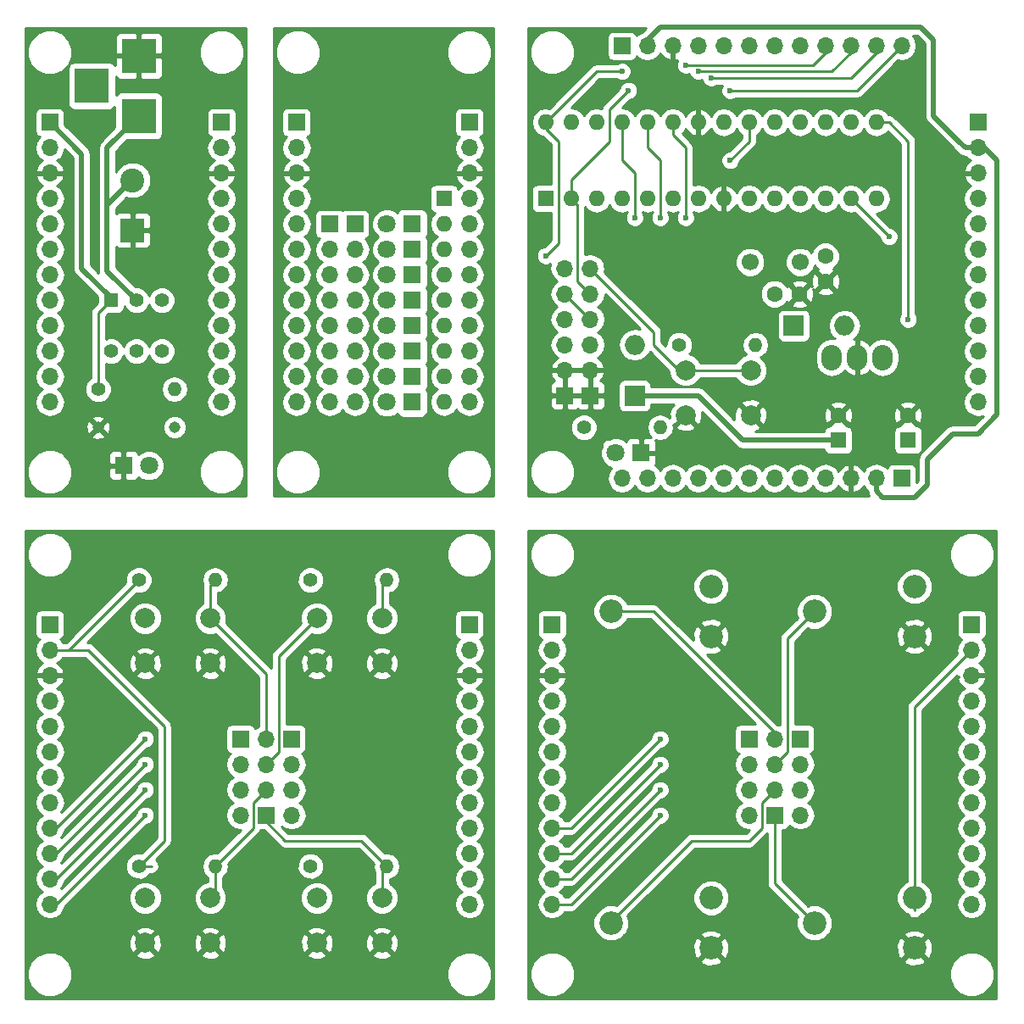
<source format=gbr>
G04 #@! TF.FileFunction,Copper,L2,Bot,Signal*
%FSLAX46Y46*%
G04 Gerber Fmt 4.6, Leading zero omitted, Abs format (unit mm)*
G04 Created by KiCad (PCBNEW 4.0.7+dfsg1-1~bpo9+1) date Thu Apr  5 11:27:44 2018*
%MOMM*%
%LPD*%
G01*
G04 APERTURE LIST*
%ADD10C,0.100000*%
%ADD11R,3.500000X3.500000*%
%ADD12R,1.700000X1.700000*%
%ADD13O,1.700000X1.700000*%
%ADD14R,1.800000X1.800000*%
%ADD15C,1.800000*%
%ADD16R,1.600000X1.600000*%
%ADD17O,1.600000X1.600000*%
%ADD18C,1.400000*%
%ADD19O,1.400000X1.400000*%
%ADD20R,1.400000X1.400000*%
%ADD21C,1.143000*%
%ADD22R,2.400000X2.400000*%
%ADD23C,2.400000*%
%ADD24C,1.700000*%
%ADD25C,1.600000*%
%ADD26C,2.000000*%
%ADD27O,2.032000X2.540000*%
%ADD28R,2.000000X2.000000*%
%ADD29O,2.000000X2.000000*%
%ADD30C,2.340000*%
%ADD31C,0.600000*%
%ADD32C,0.250000*%
%ADD33C,0.500000*%
%ADD34C,0.254000*%
G04 APERTURE END LIST*
D10*
D11*
X137160000Y-92710000D03*
X137160000Y-86710000D03*
X132460000Y-89710000D03*
D12*
X128270000Y-93345000D03*
D13*
X128270000Y-95885000D03*
X128270000Y-98425000D03*
X128270000Y-100965000D03*
X128270000Y-103505000D03*
X128270000Y-106045000D03*
X128270000Y-108585000D03*
X128270000Y-111125000D03*
X128270000Y-113665000D03*
X128270000Y-116205000D03*
X128270000Y-118745000D03*
X128270000Y-121285000D03*
D12*
X145415000Y-93345000D03*
D13*
X145415000Y-95885000D03*
X145415000Y-98425000D03*
X145415000Y-100965000D03*
X145415000Y-103505000D03*
X145415000Y-106045000D03*
X145415000Y-108585000D03*
X145415000Y-111125000D03*
X145415000Y-113665000D03*
X145415000Y-116205000D03*
X145415000Y-118745000D03*
X145415000Y-121285000D03*
D14*
X164465000Y-103505000D03*
D15*
X161925000Y-103505000D03*
D14*
X164465000Y-106045000D03*
D15*
X161925000Y-106045000D03*
D14*
X164465000Y-108585000D03*
D15*
X161925000Y-108585000D03*
D14*
X164465000Y-111125000D03*
D15*
X161925000Y-111125000D03*
D14*
X164465000Y-113665000D03*
D15*
X161925000Y-113665000D03*
D14*
X164465000Y-116205000D03*
D15*
X161925000Y-116205000D03*
D14*
X164465000Y-118745000D03*
D15*
X161925000Y-118745000D03*
D14*
X164465000Y-121285000D03*
D15*
X161925000Y-121285000D03*
D12*
X158750000Y-103505000D03*
D13*
X158750000Y-106045000D03*
X158750000Y-108585000D03*
X158750000Y-111125000D03*
X158750000Y-113665000D03*
X158750000Y-116205000D03*
X158750000Y-118745000D03*
X158750000Y-121285000D03*
D12*
X156210000Y-103505000D03*
D13*
X156210000Y-106045000D03*
X156210000Y-108585000D03*
X156210000Y-111125000D03*
X156210000Y-113665000D03*
X156210000Y-116205000D03*
X156210000Y-118745000D03*
X156210000Y-121285000D03*
D12*
X152908000Y-93345000D03*
D13*
X152908000Y-95885000D03*
X152908000Y-98425000D03*
X152908000Y-100965000D03*
X152908000Y-103505000D03*
X152908000Y-106045000D03*
X152908000Y-108585000D03*
X152908000Y-111125000D03*
X152908000Y-113665000D03*
X152908000Y-116205000D03*
X152908000Y-118745000D03*
X152908000Y-121285000D03*
D12*
X170180000Y-93345000D03*
D13*
X170180000Y-95885000D03*
X170180000Y-98425000D03*
X170180000Y-100965000D03*
X170180000Y-103505000D03*
X170180000Y-106045000D03*
X170180000Y-108585000D03*
X170180000Y-111125000D03*
X170180000Y-113665000D03*
X170180000Y-116205000D03*
X170180000Y-118745000D03*
X170180000Y-121285000D03*
D16*
X167640000Y-100965000D03*
D17*
X167640000Y-103505000D03*
X167640000Y-106045000D03*
X167640000Y-108585000D03*
X167640000Y-111125000D03*
X167640000Y-113665000D03*
X167640000Y-116205000D03*
X167640000Y-118745000D03*
X167640000Y-121285000D03*
D14*
X135636000Y-127635000D03*
D15*
X138176000Y-127635000D03*
D18*
X133096000Y-120015000D03*
D19*
X140716000Y-120015000D03*
D20*
X134366000Y-111125000D03*
D18*
X136906000Y-111125000D03*
X139446000Y-111125000D03*
X134366000Y-116205000D03*
X136906000Y-116205000D03*
X139446000Y-116205000D03*
D21*
X140716000Y-123825000D03*
X133096000Y-123825000D03*
D22*
X136525000Y-104140000D03*
D23*
X136525000Y-99140000D03*
D12*
X185420000Y-85725000D03*
D13*
X187960000Y-85725000D03*
X190500000Y-85725000D03*
X193040000Y-85725000D03*
X195580000Y-85725000D03*
X198120000Y-85725000D03*
X200660000Y-85725000D03*
X203200000Y-85725000D03*
X205740000Y-85725000D03*
X208280000Y-85725000D03*
X210820000Y-85725000D03*
X213360000Y-85725000D03*
D16*
X177800000Y-100965000D03*
D17*
X210820000Y-93345000D03*
X180340000Y-100965000D03*
X208280000Y-93345000D03*
X182880000Y-100965000D03*
X205740000Y-93345000D03*
X185420000Y-100965000D03*
X203200000Y-93345000D03*
X187960000Y-100965000D03*
X200660000Y-93345000D03*
X190500000Y-100965000D03*
X198120000Y-93345000D03*
X193040000Y-100965000D03*
X195580000Y-93345000D03*
X195580000Y-100965000D03*
X193040000Y-93345000D03*
X198120000Y-100965000D03*
X190500000Y-93345000D03*
X200660000Y-100965000D03*
X187960000Y-93345000D03*
X203200000Y-100965000D03*
X185420000Y-93345000D03*
X205740000Y-100965000D03*
X182880000Y-93345000D03*
X208280000Y-100965000D03*
X180340000Y-93345000D03*
X210820000Y-100965000D03*
X177800000Y-93345000D03*
D24*
X203200000Y-107315000D03*
X198200000Y-107315000D03*
D25*
X200660000Y-110490000D03*
X203160000Y-110490000D03*
X205740000Y-109220000D03*
X205740000Y-106720000D03*
D12*
X182245000Y-120650000D03*
D13*
X182245000Y-118110000D03*
X182245000Y-115570000D03*
X182245000Y-113030000D03*
X182245000Y-110490000D03*
X182245000Y-107950000D03*
D12*
X220980000Y-93345000D03*
D13*
X220980000Y-95885000D03*
X220980000Y-98425000D03*
X220980000Y-100965000D03*
X220980000Y-103505000D03*
X220980000Y-106045000D03*
X220980000Y-108585000D03*
X220980000Y-111125000D03*
X220980000Y-113665000D03*
X220980000Y-116205000D03*
X220980000Y-118745000D03*
X220980000Y-121285000D03*
D12*
X213360000Y-128905000D03*
D13*
X210820000Y-128905000D03*
X208280000Y-128905000D03*
X205740000Y-128905000D03*
X203200000Y-128905000D03*
X200660000Y-128905000D03*
X198120000Y-128905000D03*
X195580000Y-128905000D03*
X193040000Y-128905000D03*
X190500000Y-128905000D03*
X187960000Y-128905000D03*
X185420000Y-128905000D03*
D16*
X213995000Y-125095000D03*
D25*
X213995000Y-122595000D03*
D16*
X207010000Y-125095000D03*
D25*
X207010000Y-122595000D03*
D18*
X181610000Y-123825000D03*
D19*
X189230000Y-123825000D03*
D18*
X191135000Y-115570000D03*
D19*
X198755000Y-115570000D03*
D26*
X191770000Y-122610000D03*
X191770000Y-118110000D03*
X198270000Y-122610000D03*
X198270000Y-118110000D03*
D27*
X208915000Y-116840000D03*
X206375000Y-116840000D03*
X211455000Y-116840000D03*
D14*
X187325000Y-126365000D03*
D15*
X184785000Y-126365000D03*
D28*
X186690000Y-120650000D03*
D29*
X186690000Y-115570000D03*
D28*
X202565000Y-113665000D03*
D29*
X207645000Y-113665000D03*
D12*
X179705000Y-120650000D03*
D13*
X179705000Y-118110000D03*
X179705000Y-115570000D03*
X179705000Y-113030000D03*
X179705000Y-110490000D03*
X179705000Y-107950000D03*
D12*
X203200000Y-154940000D03*
D13*
X203200000Y-157480000D03*
X203200000Y-160020000D03*
X203200000Y-162560000D03*
D26*
X154940000Y-175315000D03*
X154940000Y-170815000D03*
X161440000Y-175315000D03*
X161440000Y-170815000D03*
D12*
X128270000Y-143510000D03*
D13*
X128270000Y-146050000D03*
X128270000Y-148590000D03*
X128270000Y-151130000D03*
X128270000Y-153670000D03*
X128270000Y-156210000D03*
X128270000Y-158750000D03*
X128270000Y-161290000D03*
X128270000Y-163830000D03*
X128270000Y-166370000D03*
X128270000Y-168910000D03*
X128270000Y-171450000D03*
D12*
X178435000Y-143510000D03*
D13*
X178435000Y-146050000D03*
X178435000Y-148590000D03*
X178435000Y-151130000D03*
X178435000Y-153670000D03*
X178435000Y-156210000D03*
X178435000Y-158750000D03*
X178435000Y-161290000D03*
X178435000Y-163830000D03*
X178435000Y-166370000D03*
X178435000Y-168910000D03*
X178435000Y-171450000D03*
D12*
X170180000Y-143510000D03*
D13*
X170180000Y-146050000D03*
X170180000Y-148590000D03*
X170180000Y-151130000D03*
X170180000Y-153670000D03*
X170180000Y-156210000D03*
X170180000Y-158750000D03*
X170180000Y-161290000D03*
X170180000Y-163830000D03*
X170180000Y-166370000D03*
X170180000Y-168910000D03*
X170180000Y-171450000D03*
D12*
X220345000Y-143510000D03*
D13*
X220345000Y-146050000D03*
X220345000Y-148590000D03*
X220345000Y-151130000D03*
X220345000Y-153670000D03*
X220345000Y-156210000D03*
X220345000Y-158750000D03*
X220345000Y-161290000D03*
X220345000Y-163830000D03*
X220345000Y-166370000D03*
X220345000Y-168910000D03*
X220345000Y-171450000D03*
D30*
X194310000Y-144700000D03*
X184310000Y-142200000D03*
X194310000Y-139700000D03*
X214630000Y-144700000D03*
X204630000Y-142200000D03*
X214630000Y-139700000D03*
X194310000Y-175815000D03*
X184310000Y-173315000D03*
X194310000Y-170815000D03*
X214630000Y-175815000D03*
X204630000Y-173315000D03*
X214630000Y-170815000D03*
D12*
X198120000Y-154940000D03*
D13*
X198120000Y-157480000D03*
X198120000Y-160020000D03*
X198120000Y-162560000D03*
D12*
X152400000Y-154940000D03*
D13*
X152400000Y-157480000D03*
X152400000Y-160020000D03*
X152400000Y-162560000D03*
D12*
X147320000Y-154940000D03*
D13*
X147320000Y-157480000D03*
X147320000Y-160020000D03*
X147320000Y-162560000D03*
D12*
X200660000Y-162560000D03*
D13*
X200660000Y-160020000D03*
X200660000Y-157480000D03*
X200660000Y-154940000D03*
D12*
X149860000Y-162560000D03*
D13*
X149860000Y-160020000D03*
X149860000Y-157480000D03*
X149860000Y-154940000D03*
D18*
X137160000Y-139065000D03*
D19*
X144780000Y-139065000D03*
D18*
X154305000Y-139065000D03*
D19*
X161925000Y-139065000D03*
D18*
X137160000Y-167640000D03*
D19*
X144780000Y-167640000D03*
D18*
X154305000Y-167640000D03*
D19*
X161925000Y-167640000D03*
D26*
X137795000Y-147375000D03*
X137795000Y-142875000D03*
X144295000Y-147375000D03*
X144295000Y-142875000D03*
X154940000Y-147375000D03*
X154940000Y-142875000D03*
X161440000Y-147375000D03*
X161440000Y-142875000D03*
X137795000Y-175315000D03*
X137795000Y-170815000D03*
X144295000Y-175315000D03*
X144295000Y-170815000D03*
D31*
X196215000Y-97155000D03*
X137795000Y-154940000D03*
X137795000Y-157480000D03*
X137795000Y-160020000D03*
X137795000Y-162560000D03*
X196215000Y-90170000D03*
X186055000Y-90170000D03*
X194310000Y-88900000D03*
X189230000Y-154940000D03*
X189230000Y-157480000D03*
X189230000Y-160020000D03*
X212090000Y-104775000D03*
X189230000Y-162560000D03*
X163195000Y-99695000D03*
X213995000Y-113030000D03*
X193040000Y-88265000D03*
X185420000Y-88265000D03*
X177800000Y-106680000D03*
X191770000Y-87630000D03*
X186690000Y-102870000D03*
X189230000Y-102870000D03*
X191770000Y-102870000D03*
D32*
X133096000Y-120015000D02*
X133096000Y-112395000D01*
X133096000Y-112395000D02*
X134366000Y-111125000D01*
D33*
X134366000Y-111125000D02*
X134366000Y-110871000D01*
X134366000Y-110871000D02*
X131445000Y-107950000D01*
X131445000Y-96520000D02*
X128270000Y-93345000D01*
X131445000Y-107950000D02*
X131445000Y-96520000D01*
X219075000Y-95250000D02*
X216535000Y-92710000D01*
X216535000Y-92710000D02*
X216535000Y-88265000D01*
X216535000Y-88265000D02*
X216535000Y-86995000D01*
X219710000Y-124460000D02*
X218440000Y-124460000D01*
X215900000Y-127000000D02*
X215900000Y-129540000D01*
X218440000Y-124460000D02*
X215900000Y-127000000D01*
X186690000Y-120650000D02*
X193040000Y-120650000D01*
X193040000Y-120650000D02*
X197485000Y-125095000D01*
X214630000Y-130810000D02*
X215900000Y-129540000D01*
X210820000Y-130175000D02*
X211455000Y-130810000D01*
X211455000Y-130810000D02*
X214630000Y-130810000D01*
X210820000Y-128905000D02*
X210820000Y-130175000D01*
X197485000Y-125095000D02*
X207010000Y-125095000D01*
D32*
X196215000Y-97155000D02*
X198120000Y-95250000D01*
X198120000Y-95250000D02*
X198120000Y-93345000D01*
D33*
X220980000Y-95885000D02*
X221615000Y-95885000D01*
X221615000Y-95885000D02*
X222885000Y-97155000D01*
X222885000Y-97155000D02*
X222885000Y-122555000D01*
X222885000Y-122555000D02*
X220980000Y-124460000D01*
X220980000Y-124460000D02*
X219710000Y-124460000D01*
X187960000Y-85725000D02*
X187960000Y-85090000D01*
X187960000Y-85090000D02*
X189230000Y-83820000D01*
X219075000Y-95250000D02*
X219710000Y-95885000D01*
X216535000Y-85090000D02*
X216535000Y-86995000D01*
X215265000Y-83820000D02*
X216535000Y-85090000D01*
X189230000Y-83820000D02*
X215265000Y-83820000D01*
X219710000Y-95885000D02*
X220980000Y-95885000D01*
D32*
X128270000Y-146050000D02*
X130175000Y-146050000D01*
X130175000Y-146050000D02*
X137160000Y-139065000D01*
X128270000Y-146050000D02*
X132080000Y-146050000D01*
X139700000Y-165100000D02*
X137160000Y-167640000D01*
X139700000Y-153670000D02*
X139700000Y-165100000D01*
X132080000Y-146050000D02*
X139700000Y-153670000D01*
X128270000Y-146050000D02*
X128905000Y-146050000D01*
X138430000Y-167640000D02*
X137160000Y-167640000D01*
X128270000Y-163830000D02*
X128905000Y-163830000D01*
X128905000Y-163830000D02*
X137795000Y-154940000D01*
X137795000Y-157480000D02*
X128905000Y-166370000D01*
X128905000Y-166370000D02*
X128270000Y-166370000D01*
X128270000Y-168910000D02*
X128905000Y-168910000D01*
X128905000Y-168910000D02*
X137795000Y-160020000D01*
X137795000Y-162560000D02*
X128905000Y-171450000D01*
X128905000Y-171450000D02*
X128270000Y-171450000D01*
X208915000Y-90170000D02*
X209550000Y-89535000D01*
X208280000Y-90170000D02*
X208915000Y-90170000D01*
X196215000Y-90170000D02*
X208280000Y-90170000D01*
X213360000Y-85725000D02*
X209550000Y-89535000D01*
X186055000Y-90170000D02*
X184785000Y-91440000D01*
X213360000Y-85725000D02*
X213360000Y-86360000D01*
X184785000Y-91440000D02*
X184150000Y-92075000D01*
X180340000Y-99060000D02*
X180340000Y-100965000D01*
X184150000Y-95250000D02*
X180340000Y-99060000D01*
X184150000Y-92075000D02*
X184150000Y-95250000D01*
X182245000Y-110490000D02*
X180975000Y-109220000D01*
X180975000Y-101600000D02*
X180340000Y-100965000D01*
X180975000Y-109220000D02*
X180975000Y-101600000D01*
X180340000Y-100965000D02*
X180340000Y-100330000D01*
X208280000Y-88900000D02*
X194310000Y-88900000D01*
X210820000Y-86360000D02*
X208280000Y-88900000D01*
X210820000Y-85725000D02*
X210820000Y-86360000D01*
X182245000Y-113030000D02*
X179705000Y-110490000D01*
X178435000Y-163830000D02*
X180340000Y-163830000D01*
X180340000Y-163830000D02*
X189230000Y-154940000D01*
X178435000Y-166370000D02*
X180340000Y-166370000D01*
X180340000Y-166370000D02*
X189230000Y-157480000D01*
X178435000Y-168910000D02*
X180340000Y-168910000D01*
X180340000Y-168910000D02*
X189230000Y-160020000D01*
X208280000Y-100965000D02*
X212090000Y-104775000D01*
X178435000Y-171450000D02*
X180340000Y-171450000D01*
X180340000Y-171450000D02*
X189230000Y-162560000D01*
X214630000Y-170815000D02*
X214630000Y-151765000D01*
X214630000Y-151765000D02*
X220345000Y-146050000D01*
X214630000Y-172085000D02*
X214630000Y-171450000D01*
D33*
X133985000Y-101600000D02*
X133985000Y-95885000D01*
X133985000Y-95885000D02*
X137160000Y-92710000D01*
X136525000Y-99140000D02*
X136445000Y-99140000D01*
X136445000Y-99140000D02*
X133985000Y-101600000D01*
X133985000Y-108204000D02*
X136906000Y-111125000D01*
X133985000Y-101600000D02*
X133985000Y-108204000D01*
D32*
X212090000Y-93345000D02*
X210820000Y-93345000D01*
X213995000Y-95250000D02*
X212090000Y-93345000D01*
X213995000Y-113030000D02*
X213995000Y-95250000D01*
X177800000Y-93345000D02*
X182880000Y-88265000D01*
X177800000Y-93345000D02*
X177800000Y-93980000D01*
X177800000Y-93980000D02*
X179070000Y-95250000D01*
X179070000Y-105410000D02*
X177800000Y-106680000D01*
X179070000Y-95250000D02*
X179070000Y-105410000D01*
X206375000Y-88265000D02*
X193040000Y-88265000D01*
X208280000Y-86360000D02*
X206375000Y-88265000D01*
X185420000Y-88265000D02*
X182880000Y-88265000D01*
X208280000Y-85725000D02*
X208280000Y-86360000D01*
X204470000Y-87630000D02*
X191770000Y-87630000D01*
X205740000Y-85725000D02*
X205740000Y-86360000D01*
X205740000Y-86360000D02*
X204470000Y-87630000D01*
X186690000Y-102870000D02*
X186690000Y-98425000D01*
X186690000Y-98425000D02*
X185420000Y-97155000D01*
X185420000Y-97155000D02*
X185420000Y-93345000D01*
X187960000Y-95885000D02*
X187960000Y-93345000D01*
X189230000Y-97155000D02*
X187960000Y-95885000D01*
X189230000Y-102870000D02*
X189230000Y-97155000D01*
X190500000Y-94615000D02*
X190500000Y-93345000D01*
X191770000Y-95885000D02*
X190500000Y-94615000D01*
X191770000Y-102870000D02*
X191770000Y-95885000D01*
X191770000Y-118110000D02*
X191135000Y-118110000D01*
X191135000Y-118110000D02*
X188595000Y-115570000D01*
X188595000Y-114300000D02*
X182245000Y-107950000D01*
X188595000Y-115570000D02*
X188595000Y-114300000D01*
X191770000Y-118110000D02*
X198270000Y-118110000D01*
X184150000Y-125730000D02*
X184785000Y-125730000D01*
X200660000Y-162560000D02*
X200660000Y-169345000D01*
X200660000Y-169345000D02*
X204630000Y-173315000D01*
X184310000Y-173315000D02*
X184310000Y-173195000D01*
X184310000Y-173195000D02*
X192405000Y-165100000D01*
X192405000Y-165100000D02*
X195580000Y-165100000D01*
X199390000Y-161290000D02*
X200660000Y-160020000D01*
X199390000Y-163830000D02*
X199390000Y-161290000D01*
X198120000Y-165100000D02*
X199390000Y-163830000D01*
X195580000Y-165100000D02*
X198120000Y-165100000D01*
X200660000Y-157480000D02*
X201930000Y-156210000D01*
X201930000Y-144900000D02*
X204630000Y-142200000D01*
X201930000Y-156210000D02*
X201930000Y-144900000D01*
X200660000Y-154940000D02*
X200660000Y-154305000D01*
X200660000Y-154305000D02*
X188555000Y-142200000D01*
X188555000Y-142200000D02*
X184310000Y-142200000D01*
X161440000Y-170815000D02*
X161440000Y-168125000D01*
X161440000Y-168125000D02*
X161925000Y-167640000D01*
X149860000Y-162560000D02*
X149860000Y-163195000D01*
X149860000Y-163195000D02*
X151765000Y-165100000D01*
X151765000Y-165100000D02*
X159385000Y-165100000D01*
X159385000Y-165100000D02*
X161925000Y-167640000D01*
X144780000Y-167640000D02*
X144780000Y-170330000D01*
X144780000Y-170330000D02*
X144295000Y-170815000D01*
X149860000Y-160020000D02*
X148590000Y-161290000D01*
X148590000Y-163830000D02*
X144780000Y-167640000D01*
X148590000Y-161290000D02*
X148590000Y-163830000D01*
X149860000Y-157480000D02*
X151130000Y-156210000D01*
X151130000Y-146685000D02*
X154940000Y-142875000D01*
X151130000Y-156210000D02*
X151130000Y-146685000D01*
X161440000Y-142875000D02*
X161440000Y-139550000D01*
X161440000Y-139550000D02*
X161925000Y-139065000D01*
X149860000Y-154940000D02*
X149860000Y-148440000D01*
X149860000Y-148440000D02*
X144295000Y-142875000D01*
X144295000Y-142875000D02*
X144295000Y-139550000D01*
X144295000Y-139550000D02*
X144780000Y-139065000D01*
D34*
G36*
X172593000Y-130683000D02*
X150622000Y-130683000D01*
X150622000Y-128712619D01*
X150799613Y-128712619D01*
X151139155Y-129534372D01*
X151767321Y-130163636D01*
X152588481Y-130504611D01*
X153477619Y-130505387D01*
X154299372Y-130165845D01*
X154928636Y-129537679D01*
X155269611Y-128716519D01*
X155269614Y-128712619D01*
X167944613Y-128712619D01*
X168284155Y-129534372D01*
X168912321Y-130163636D01*
X169733481Y-130504611D01*
X170622619Y-130505387D01*
X171444372Y-130165845D01*
X172073636Y-129537679D01*
X172414611Y-128716519D01*
X172415387Y-127827381D01*
X172075845Y-127005628D01*
X171447679Y-126376364D01*
X170626519Y-126035389D01*
X169737381Y-126034613D01*
X168915628Y-126374155D01*
X168286364Y-127002321D01*
X167945389Y-127823481D01*
X167944613Y-128712619D01*
X155269614Y-128712619D01*
X155270387Y-127827381D01*
X154930845Y-127005628D01*
X154302679Y-126376364D01*
X153481519Y-126035389D01*
X152592381Y-126034613D01*
X151770628Y-126374155D01*
X151141364Y-127002321D01*
X150800389Y-127823481D01*
X150799613Y-128712619D01*
X150622000Y-128712619D01*
X150622000Y-100965000D01*
X151393907Y-100965000D01*
X151506946Y-101533285D01*
X151828853Y-102015054D01*
X152158026Y-102235000D01*
X151828853Y-102454946D01*
X151506946Y-102936715D01*
X151393907Y-103505000D01*
X151506946Y-104073285D01*
X151828853Y-104555054D01*
X152158026Y-104775000D01*
X151828853Y-104994946D01*
X151506946Y-105476715D01*
X151393907Y-106045000D01*
X151506946Y-106613285D01*
X151828853Y-107095054D01*
X152158026Y-107315000D01*
X151828853Y-107534946D01*
X151506946Y-108016715D01*
X151393907Y-108585000D01*
X151506946Y-109153285D01*
X151828853Y-109635054D01*
X152158026Y-109855000D01*
X151828853Y-110074946D01*
X151506946Y-110556715D01*
X151393907Y-111125000D01*
X151506946Y-111693285D01*
X151828853Y-112175054D01*
X152158026Y-112395000D01*
X151828853Y-112614946D01*
X151506946Y-113096715D01*
X151393907Y-113665000D01*
X151506946Y-114233285D01*
X151828853Y-114715054D01*
X152158026Y-114935000D01*
X151828853Y-115154946D01*
X151506946Y-115636715D01*
X151393907Y-116205000D01*
X151506946Y-116773285D01*
X151828853Y-117255054D01*
X152158026Y-117475000D01*
X151828853Y-117694946D01*
X151506946Y-118176715D01*
X151393907Y-118745000D01*
X151506946Y-119313285D01*
X151828853Y-119795054D01*
X152158026Y-120015000D01*
X151828853Y-120234946D01*
X151506946Y-120716715D01*
X151393907Y-121285000D01*
X151506946Y-121853285D01*
X151828853Y-122335054D01*
X152310622Y-122656961D01*
X152878907Y-122770000D01*
X152937093Y-122770000D01*
X153505378Y-122656961D01*
X153987147Y-122335054D01*
X154309054Y-121853285D01*
X154422093Y-121285000D01*
X154309054Y-120716715D01*
X153987147Y-120234946D01*
X153657974Y-120015000D01*
X153987147Y-119795054D01*
X154309054Y-119313285D01*
X154422093Y-118745000D01*
X154309054Y-118176715D01*
X153987147Y-117694946D01*
X153657974Y-117475000D01*
X153987147Y-117255054D01*
X154309054Y-116773285D01*
X154422093Y-116205000D01*
X154309054Y-115636715D01*
X153987147Y-115154946D01*
X153657974Y-114935000D01*
X153987147Y-114715054D01*
X154309054Y-114233285D01*
X154422093Y-113665000D01*
X154309054Y-113096715D01*
X153987147Y-112614946D01*
X153657974Y-112395000D01*
X153987147Y-112175054D01*
X154309054Y-111693285D01*
X154422093Y-111125000D01*
X154309054Y-110556715D01*
X153987147Y-110074946D01*
X153657974Y-109855000D01*
X153987147Y-109635054D01*
X154309054Y-109153285D01*
X154422093Y-108585000D01*
X154309054Y-108016715D01*
X153987147Y-107534946D01*
X153657974Y-107315000D01*
X153987147Y-107095054D01*
X154309054Y-106613285D01*
X154422093Y-106045000D01*
X154695907Y-106045000D01*
X154808946Y-106613285D01*
X155130853Y-107095054D01*
X155460026Y-107315000D01*
X155130853Y-107534946D01*
X154808946Y-108016715D01*
X154695907Y-108585000D01*
X154808946Y-109153285D01*
X155130853Y-109635054D01*
X155460026Y-109855000D01*
X155130853Y-110074946D01*
X154808946Y-110556715D01*
X154695907Y-111125000D01*
X154808946Y-111693285D01*
X155130853Y-112175054D01*
X155460026Y-112395000D01*
X155130853Y-112614946D01*
X154808946Y-113096715D01*
X154695907Y-113665000D01*
X154808946Y-114233285D01*
X155130853Y-114715054D01*
X155460026Y-114935000D01*
X155130853Y-115154946D01*
X154808946Y-115636715D01*
X154695907Y-116205000D01*
X154808946Y-116773285D01*
X155130853Y-117255054D01*
X155460026Y-117475000D01*
X155130853Y-117694946D01*
X154808946Y-118176715D01*
X154695907Y-118745000D01*
X154808946Y-119313285D01*
X155130853Y-119795054D01*
X155460026Y-120015000D01*
X155130853Y-120234946D01*
X154808946Y-120716715D01*
X154695907Y-121285000D01*
X154808946Y-121853285D01*
X155130853Y-122335054D01*
X155612622Y-122656961D01*
X156180907Y-122770000D01*
X156239093Y-122770000D01*
X156807378Y-122656961D01*
X157289147Y-122335054D01*
X157480000Y-122049422D01*
X157670853Y-122335054D01*
X158152622Y-122656961D01*
X158720907Y-122770000D01*
X158779093Y-122770000D01*
X159347378Y-122656961D01*
X159829147Y-122335054D01*
X160151054Y-121853285D01*
X160264093Y-121285000D01*
X160151054Y-120716715D01*
X159829147Y-120234946D01*
X159499974Y-120015000D01*
X159829147Y-119795054D01*
X160151054Y-119313285D01*
X160264093Y-118745000D01*
X160151054Y-118176715D01*
X159829147Y-117694946D01*
X159499974Y-117475000D01*
X159829147Y-117255054D01*
X160151054Y-116773285D01*
X160264093Y-116205000D01*
X160151054Y-115636715D01*
X159829147Y-115154946D01*
X159499974Y-114935000D01*
X159829147Y-114715054D01*
X160151054Y-114233285D01*
X160264093Y-113665000D01*
X160151054Y-113096715D01*
X159829147Y-112614946D01*
X159499974Y-112395000D01*
X159829147Y-112175054D01*
X160151054Y-111693285D01*
X160264093Y-111125000D01*
X160151054Y-110556715D01*
X159829147Y-110074946D01*
X159499974Y-109855000D01*
X159829147Y-109635054D01*
X160151054Y-109153285D01*
X160264093Y-108585000D01*
X160151054Y-108016715D01*
X159829147Y-107534946D01*
X159499974Y-107315000D01*
X159829147Y-107095054D01*
X160151054Y-106613285D01*
X160264093Y-106045000D01*
X160151054Y-105476715D01*
X159829147Y-104994946D01*
X159787548Y-104967150D01*
X159835317Y-104958162D01*
X160051441Y-104819090D01*
X160196431Y-104606890D01*
X160247440Y-104355000D01*
X160247440Y-103808991D01*
X160389735Y-103808991D01*
X160622932Y-104373371D01*
X161024182Y-104775323D01*
X160624449Y-105174357D01*
X160390267Y-105738330D01*
X160389735Y-106348991D01*
X160622932Y-106913371D01*
X161024182Y-107315323D01*
X160624449Y-107714357D01*
X160390267Y-108278330D01*
X160389735Y-108888991D01*
X160622932Y-109453371D01*
X161024182Y-109855323D01*
X160624449Y-110254357D01*
X160390267Y-110818330D01*
X160389735Y-111428991D01*
X160622932Y-111993371D01*
X161024182Y-112395323D01*
X160624449Y-112794357D01*
X160390267Y-113358330D01*
X160389735Y-113968991D01*
X160622932Y-114533371D01*
X161024182Y-114935323D01*
X160624449Y-115334357D01*
X160390267Y-115898330D01*
X160389735Y-116508991D01*
X160622932Y-117073371D01*
X161024182Y-117475323D01*
X160624449Y-117874357D01*
X160390267Y-118438330D01*
X160389735Y-119048991D01*
X160622932Y-119613371D01*
X161024182Y-120015323D01*
X160624449Y-120414357D01*
X160390267Y-120978330D01*
X160389735Y-121588991D01*
X160622932Y-122153371D01*
X161054357Y-122585551D01*
X161618330Y-122819733D01*
X162228991Y-122820265D01*
X162793371Y-122587068D01*
X162961613Y-122419120D01*
X162961838Y-122420317D01*
X163100910Y-122636441D01*
X163313110Y-122781431D01*
X163565000Y-122832440D01*
X165365000Y-122832440D01*
X165600317Y-122788162D01*
X165816441Y-122649090D01*
X165961431Y-122436890D01*
X166012440Y-122185000D01*
X166012440Y-120385000D01*
X165968162Y-120149683D01*
X165881124Y-120014423D01*
X165961431Y-119896890D01*
X166012440Y-119645000D01*
X166012440Y-117845000D01*
X165968162Y-117609683D01*
X165881124Y-117474423D01*
X165961431Y-117356890D01*
X166012440Y-117105000D01*
X166012440Y-115305000D01*
X165968162Y-115069683D01*
X165881124Y-114934423D01*
X165961431Y-114816890D01*
X166012440Y-114565000D01*
X166012440Y-112765000D01*
X165968162Y-112529683D01*
X165881124Y-112394423D01*
X165961431Y-112276890D01*
X166012440Y-112025000D01*
X166012440Y-110225000D01*
X165968162Y-109989683D01*
X165881124Y-109854423D01*
X165961431Y-109736890D01*
X166012440Y-109485000D01*
X166012440Y-107685000D01*
X165968162Y-107449683D01*
X165881124Y-107314423D01*
X165961431Y-107196890D01*
X166012440Y-106945000D01*
X166012440Y-105145000D01*
X165968162Y-104909683D01*
X165881124Y-104774423D01*
X165961431Y-104656890D01*
X166012440Y-104405000D01*
X166012440Y-102605000D01*
X165968162Y-102369683D01*
X165829090Y-102153559D01*
X165616890Y-102008569D01*
X165365000Y-101957560D01*
X163565000Y-101957560D01*
X163329683Y-102001838D01*
X163113559Y-102140910D01*
X162968569Y-102353110D01*
X162964433Y-102373534D01*
X162795643Y-102204449D01*
X162231670Y-101970267D01*
X161621009Y-101969735D01*
X161056629Y-102202932D01*
X160624449Y-102634357D01*
X160390267Y-103198330D01*
X160389735Y-103808991D01*
X160247440Y-103808991D01*
X160247440Y-102655000D01*
X160203162Y-102419683D01*
X160064090Y-102203559D01*
X159851890Y-102058569D01*
X159600000Y-102007560D01*
X157900000Y-102007560D01*
X157664683Y-102051838D01*
X157477923Y-102172015D01*
X157311890Y-102058569D01*
X157060000Y-102007560D01*
X155360000Y-102007560D01*
X155124683Y-102051838D01*
X154908559Y-102190910D01*
X154763569Y-102403110D01*
X154712560Y-102655000D01*
X154712560Y-104355000D01*
X154756838Y-104590317D01*
X154895910Y-104806441D01*
X155108110Y-104951431D01*
X155175541Y-104965086D01*
X155130853Y-104994946D01*
X154808946Y-105476715D01*
X154695907Y-106045000D01*
X154422093Y-106045000D01*
X154309054Y-105476715D01*
X153987147Y-104994946D01*
X153657974Y-104775000D01*
X153987147Y-104555054D01*
X154309054Y-104073285D01*
X154422093Y-103505000D01*
X154309054Y-102936715D01*
X153987147Y-102454946D01*
X153657974Y-102235000D01*
X153987147Y-102015054D01*
X154309054Y-101533285D01*
X154422093Y-100965000D01*
X154309054Y-100396715D01*
X154154228Y-100165000D01*
X166192560Y-100165000D01*
X166192560Y-101765000D01*
X166236838Y-102000317D01*
X166375910Y-102216441D01*
X166588110Y-102361431D01*
X166732375Y-102390645D01*
X166625302Y-102462189D01*
X166314233Y-102927736D01*
X166205000Y-103476887D01*
X166205000Y-103533113D01*
X166314233Y-104082264D01*
X166625302Y-104547811D01*
X166965314Y-104775000D01*
X166625302Y-105002189D01*
X166314233Y-105467736D01*
X166205000Y-106016887D01*
X166205000Y-106073113D01*
X166314233Y-106622264D01*
X166625302Y-107087811D01*
X166965314Y-107315000D01*
X166625302Y-107542189D01*
X166314233Y-108007736D01*
X166205000Y-108556887D01*
X166205000Y-108613113D01*
X166314233Y-109162264D01*
X166625302Y-109627811D01*
X166965314Y-109855000D01*
X166625302Y-110082189D01*
X166314233Y-110547736D01*
X166205000Y-111096887D01*
X166205000Y-111153113D01*
X166314233Y-111702264D01*
X166625302Y-112167811D01*
X166965314Y-112395000D01*
X166625302Y-112622189D01*
X166314233Y-113087736D01*
X166205000Y-113636887D01*
X166205000Y-113693113D01*
X166314233Y-114242264D01*
X166625302Y-114707811D01*
X166965314Y-114935000D01*
X166625302Y-115162189D01*
X166314233Y-115627736D01*
X166205000Y-116176887D01*
X166205000Y-116233113D01*
X166314233Y-116782264D01*
X166625302Y-117247811D01*
X166965314Y-117475000D01*
X166625302Y-117702189D01*
X166314233Y-118167736D01*
X166205000Y-118716887D01*
X166205000Y-118773113D01*
X166314233Y-119322264D01*
X166625302Y-119787811D01*
X166965314Y-120015000D01*
X166625302Y-120242189D01*
X166314233Y-120707736D01*
X166205000Y-121256887D01*
X166205000Y-121313113D01*
X166314233Y-121862264D01*
X166625302Y-122327811D01*
X167090849Y-122638880D01*
X167640000Y-122748113D01*
X168189151Y-122638880D01*
X168654698Y-122327811D01*
X168875356Y-121997573D01*
X169100853Y-122335054D01*
X169582622Y-122656961D01*
X170150907Y-122770000D01*
X170209093Y-122770000D01*
X170777378Y-122656961D01*
X171259147Y-122335054D01*
X171581054Y-121853285D01*
X171694093Y-121285000D01*
X171581054Y-120716715D01*
X171259147Y-120234946D01*
X170929974Y-120015000D01*
X171259147Y-119795054D01*
X171581054Y-119313285D01*
X171694093Y-118745000D01*
X171581054Y-118176715D01*
X171259147Y-117694946D01*
X170929974Y-117475000D01*
X171259147Y-117255054D01*
X171581054Y-116773285D01*
X171694093Y-116205000D01*
X171581054Y-115636715D01*
X171259147Y-115154946D01*
X170929974Y-114935000D01*
X171259147Y-114715054D01*
X171581054Y-114233285D01*
X171694093Y-113665000D01*
X171581054Y-113096715D01*
X171259147Y-112614946D01*
X170929974Y-112395000D01*
X171259147Y-112175054D01*
X171581054Y-111693285D01*
X171694093Y-111125000D01*
X171581054Y-110556715D01*
X171259147Y-110074946D01*
X170929974Y-109855000D01*
X171259147Y-109635054D01*
X171581054Y-109153285D01*
X171694093Y-108585000D01*
X171581054Y-108016715D01*
X171259147Y-107534946D01*
X170929974Y-107315000D01*
X171259147Y-107095054D01*
X171581054Y-106613285D01*
X171694093Y-106045000D01*
X171581054Y-105476715D01*
X171259147Y-104994946D01*
X170929974Y-104775000D01*
X171259147Y-104555054D01*
X171581054Y-104073285D01*
X171694093Y-103505000D01*
X171581054Y-102936715D01*
X171259147Y-102454946D01*
X170929974Y-102235000D01*
X171259147Y-102015054D01*
X171581054Y-101533285D01*
X171694093Y-100965000D01*
X171581054Y-100396715D01*
X171259147Y-99914946D01*
X170918447Y-99687298D01*
X171061358Y-99620183D01*
X171451645Y-99191924D01*
X171621476Y-98781890D01*
X171500155Y-98552000D01*
X170307000Y-98552000D01*
X170307000Y-98572000D01*
X170053000Y-98572000D01*
X170053000Y-98552000D01*
X168859845Y-98552000D01*
X168738524Y-98781890D01*
X168908355Y-99191924D01*
X169298642Y-99620183D01*
X169441553Y-99687298D01*
X169100853Y-99914946D01*
X169053675Y-99985553D01*
X169043162Y-99929683D01*
X168904090Y-99713559D01*
X168691890Y-99568569D01*
X168440000Y-99517560D01*
X166840000Y-99517560D01*
X166604683Y-99561838D01*
X166388559Y-99700910D01*
X166243569Y-99913110D01*
X166192560Y-100165000D01*
X154154228Y-100165000D01*
X153987147Y-99914946D01*
X153646447Y-99687298D01*
X153789358Y-99620183D01*
X154179645Y-99191924D01*
X154349476Y-98781890D01*
X154228155Y-98552000D01*
X153035000Y-98552000D01*
X153035000Y-98572000D01*
X152781000Y-98572000D01*
X152781000Y-98552000D01*
X151587845Y-98552000D01*
X151466524Y-98781890D01*
X151636355Y-99191924D01*
X152026642Y-99620183D01*
X152169553Y-99687298D01*
X151828853Y-99914946D01*
X151506946Y-100396715D01*
X151393907Y-100965000D01*
X150622000Y-100965000D01*
X150622000Y-95885000D01*
X151393907Y-95885000D01*
X151506946Y-96453285D01*
X151828853Y-96935054D01*
X152169553Y-97162702D01*
X152026642Y-97229817D01*
X151636355Y-97658076D01*
X151466524Y-98068110D01*
X151587845Y-98298000D01*
X152781000Y-98298000D01*
X152781000Y-98278000D01*
X153035000Y-98278000D01*
X153035000Y-98298000D01*
X154228155Y-98298000D01*
X154349476Y-98068110D01*
X154179645Y-97658076D01*
X153789358Y-97229817D01*
X153646447Y-97162702D01*
X153987147Y-96935054D01*
X154309054Y-96453285D01*
X154422093Y-95885000D01*
X168665907Y-95885000D01*
X168778946Y-96453285D01*
X169100853Y-96935054D01*
X169441553Y-97162702D01*
X169298642Y-97229817D01*
X168908355Y-97658076D01*
X168738524Y-98068110D01*
X168859845Y-98298000D01*
X170053000Y-98298000D01*
X170053000Y-98278000D01*
X170307000Y-98278000D01*
X170307000Y-98298000D01*
X171500155Y-98298000D01*
X171621476Y-98068110D01*
X171451645Y-97658076D01*
X171061358Y-97229817D01*
X170918447Y-97162702D01*
X171259147Y-96935054D01*
X171581054Y-96453285D01*
X171694093Y-95885000D01*
X171581054Y-95316715D01*
X171259147Y-94834946D01*
X171217548Y-94807150D01*
X171265317Y-94798162D01*
X171481441Y-94659090D01*
X171626431Y-94446890D01*
X171677440Y-94195000D01*
X171677440Y-92495000D01*
X171633162Y-92259683D01*
X171494090Y-92043559D01*
X171281890Y-91898569D01*
X171030000Y-91847560D01*
X169330000Y-91847560D01*
X169094683Y-91891838D01*
X168878559Y-92030910D01*
X168733569Y-92243110D01*
X168682560Y-92495000D01*
X168682560Y-94195000D01*
X168726838Y-94430317D01*
X168865910Y-94646441D01*
X169078110Y-94791431D01*
X169145541Y-94805086D01*
X169100853Y-94834946D01*
X168778946Y-95316715D01*
X168665907Y-95885000D01*
X154422093Y-95885000D01*
X154309054Y-95316715D01*
X153987147Y-94834946D01*
X153945548Y-94807150D01*
X153993317Y-94798162D01*
X154209441Y-94659090D01*
X154354431Y-94446890D01*
X154405440Y-94195000D01*
X154405440Y-92495000D01*
X154361162Y-92259683D01*
X154222090Y-92043559D01*
X154009890Y-91898569D01*
X153758000Y-91847560D01*
X152058000Y-91847560D01*
X151822683Y-91891838D01*
X151606559Y-92030910D01*
X151461569Y-92243110D01*
X151410560Y-92495000D01*
X151410560Y-94195000D01*
X151454838Y-94430317D01*
X151593910Y-94646441D01*
X151806110Y-94791431D01*
X151873541Y-94805086D01*
X151828853Y-94834946D01*
X151506946Y-95316715D01*
X151393907Y-95885000D01*
X150622000Y-95885000D01*
X150622000Y-86802619D01*
X150799613Y-86802619D01*
X151139155Y-87624372D01*
X151767321Y-88253636D01*
X152588481Y-88594611D01*
X153477619Y-88595387D01*
X154299372Y-88255845D01*
X154928636Y-87627679D01*
X155269611Y-86806519D01*
X155269614Y-86802619D01*
X167944613Y-86802619D01*
X168284155Y-87624372D01*
X168912321Y-88253636D01*
X169733481Y-88594611D01*
X170622619Y-88595387D01*
X171444372Y-88255845D01*
X172073636Y-87627679D01*
X172414611Y-86806519D01*
X172415387Y-85917381D01*
X172075845Y-85095628D01*
X171447679Y-84466364D01*
X170626519Y-84125389D01*
X169737381Y-84124613D01*
X168915628Y-84464155D01*
X168286364Y-85092321D01*
X167945389Y-85913481D01*
X167944613Y-86802619D01*
X155269614Y-86802619D01*
X155270387Y-85917381D01*
X154930845Y-85095628D01*
X154302679Y-84466364D01*
X153481519Y-84125389D01*
X152592381Y-84124613D01*
X151770628Y-84464155D01*
X151141364Y-85092321D01*
X150800389Y-85913481D01*
X150799613Y-86802619D01*
X150622000Y-86802619D01*
X150622000Y-83947000D01*
X172593000Y-83947000D01*
X172593000Y-130683000D01*
X172593000Y-130683000D01*
G37*
X172593000Y-130683000D02*
X150622000Y-130683000D01*
X150622000Y-128712619D01*
X150799613Y-128712619D01*
X151139155Y-129534372D01*
X151767321Y-130163636D01*
X152588481Y-130504611D01*
X153477619Y-130505387D01*
X154299372Y-130165845D01*
X154928636Y-129537679D01*
X155269611Y-128716519D01*
X155269614Y-128712619D01*
X167944613Y-128712619D01*
X168284155Y-129534372D01*
X168912321Y-130163636D01*
X169733481Y-130504611D01*
X170622619Y-130505387D01*
X171444372Y-130165845D01*
X172073636Y-129537679D01*
X172414611Y-128716519D01*
X172415387Y-127827381D01*
X172075845Y-127005628D01*
X171447679Y-126376364D01*
X170626519Y-126035389D01*
X169737381Y-126034613D01*
X168915628Y-126374155D01*
X168286364Y-127002321D01*
X167945389Y-127823481D01*
X167944613Y-128712619D01*
X155269614Y-128712619D01*
X155270387Y-127827381D01*
X154930845Y-127005628D01*
X154302679Y-126376364D01*
X153481519Y-126035389D01*
X152592381Y-126034613D01*
X151770628Y-126374155D01*
X151141364Y-127002321D01*
X150800389Y-127823481D01*
X150799613Y-128712619D01*
X150622000Y-128712619D01*
X150622000Y-100965000D01*
X151393907Y-100965000D01*
X151506946Y-101533285D01*
X151828853Y-102015054D01*
X152158026Y-102235000D01*
X151828853Y-102454946D01*
X151506946Y-102936715D01*
X151393907Y-103505000D01*
X151506946Y-104073285D01*
X151828853Y-104555054D01*
X152158026Y-104775000D01*
X151828853Y-104994946D01*
X151506946Y-105476715D01*
X151393907Y-106045000D01*
X151506946Y-106613285D01*
X151828853Y-107095054D01*
X152158026Y-107315000D01*
X151828853Y-107534946D01*
X151506946Y-108016715D01*
X151393907Y-108585000D01*
X151506946Y-109153285D01*
X151828853Y-109635054D01*
X152158026Y-109855000D01*
X151828853Y-110074946D01*
X151506946Y-110556715D01*
X151393907Y-111125000D01*
X151506946Y-111693285D01*
X151828853Y-112175054D01*
X152158026Y-112395000D01*
X151828853Y-112614946D01*
X151506946Y-113096715D01*
X151393907Y-113665000D01*
X151506946Y-114233285D01*
X151828853Y-114715054D01*
X152158026Y-114935000D01*
X151828853Y-115154946D01*
X151506946Y-115636715D01*
X151393907Y-116205000D01*
X151506946Y-116773285D01*
X151828853Y-117255054D01*
X152158026Y-117475000D01*
X151828853Y-117694946D01*
X151506946Y-118176715D01*
X151393907Y-118745000D01*
X151506946Y-119313285D01*
X151828853Y-119795054D01*
X152158026Y-120015000D01*
X151828853Y-120234946D01*
X151506946Y-120716715D01*
X151393907Y-121285000D01*
X151506946Y-121853285D01*
X151828853Y-122335054D01*
X152310622Y-122656961D01*
X152878907Y-122770000D01*
X152937093Y-122770000D01*
X153505378Y-122656961D01*
X153987147Y-122335054D01*
X154309054Y-121853285D01*
X154422093Y-121285000D01*
X154309054Y-120716715D01*
X153987147Y-120234946D01*
X153657974Y-120015000D01*
X153987147Y-119795054D01*
X154309054Y-119313285D01*
X154422093Y-118745000D01*
X154309054Y-118176715D01*
X153987147Y-117694946D01*
X153657974Y-117475000D01*
X153987147Y-117255054D01*
X154309054Y-116773285D01*
X154422093Y-116205000D01*
X154309054Y-115636715D01*
X153987147Y-115154946D01*
X153657974Y-114935000D01*
X153987147Y-114715054D01*
X154309054Y-114233285D01*
X154422093Y-113665000D01*
X154309054Y-113096715D01*
X153987147Y-112614946D01*
X153657974Y-112395000D01*
X153987147Y-112175054D01*
X154309054Y-111693285D01*
X154422093Y-111125000D01*
X154309054Y-110556715D01*
X153987147Y-110074946D01*
X153657974Y-109855000D01*
X153987147Y-109635054D01*
X154309054Y-109153285D01*
X154422093Y-108585000D01*
X154309054Y-108016715D01*
X153987147Y-107534946D01*
X153657974Y-107315000D01*
X153987147Y-107095054D01*
X154309054Y-106613285D01*
X154422093Y-106045000D01*
X154695907Y-106045000D01*
X154808946Y-106613285D01*
X155130853Y-107095054D01*
X155460026Y-107315000D01*
X155130853Y-107534946D01*
X154808946Y-108016715D01*
X154695907Y-108585000D01*
X154808946Y-109153285D01*
X155130853Y-109635054D01*
X155460026Y-109855000D01*
X155130853Y-110074946D01*
X154808946Y-110556715D01*
X154695907Y-111125000D01*
X154808946Y-111693285D01*
X155130853Y-112175054D01*
X155460026Y-112395000D01*
X155130853Y-112614946D01*
X154808946Y-113096715D01*
X154695907Y-113665000D01*
X154808946Y-114233285D01*
X155130853Y-114715054D01*
X155460026Y-114935000D01*
X155130853Y-115154946D01*
X154808946Y-115636715D01*
X154695907Y-116205000D01*
X154808946Y-116773285D01*
X155130853Y-117255054D01*
X155460026Y-117475000D01*
X155130853Y-117694946D01*
X154808946Y-118176715D01*
X154695907Y-118745000D01*
X154808946Y-119313285D01*
X155130853Y-119795054D01*
X155460026Y-120015000D01*
X155130853Y-120234946D01*
X154808946Y-120716715D01*
X154695907Y-121285000D01*
X154808946Y-121853285D01*
X155130853Y-122335054D01*
X155612622Y-122656961D01*
X156180907Y-122770000D01*
X156239093Y-122770000D01*
X156807378Y-122656961D01*
X157289147Y-122335054D01*
X157480000Y-122049422D01*
X157670853Y-122335054D01*
X158152622Y-122656961D01*
X158720907Y-122770000D01*
X158779093Y-122770000D01*
X159347378Y-122656961D01*
X159829147Y-122335054D01*
X160151054Y-121853285D01*
X160264093Y-121285000D01*
X160151054Y-120716715D01*
X159829147Y-120234946D01*
X159499974Y-120015000D01*
X159829147Y-119795054D01*
X160151054Y-119313285D01*
X160264093Y-118745000D01*
X160151054Y-118176715D01*
X159829147Y-117694946D01*
X159499974Y-117475000D01*
X159829147Y-117255054D01*
X160151054Y-116773285D01*
X160264093Y-116205000D01*
X160151054Y-115636715D01*
X159829147Y-115154946D01*
X159499974Y-114935000D01*
X159829147Y-114715054D01*
X160151054Y-114233285D01*
X160264093Y-113665000D01*
X160151054Y-113096715D01*
X159829147Y-112614946D01*
X159499974Y-112395000D01*
X159829147Y-112175054D01*
X160151054Y-111693285D01*
X160264093Y-111125000D01*
X160151054Y-110556715D01*
X159829147Y-110074946D01*
X159499974Y-109855000D01*
X159829147Y-109635054D01*
X160151054Y-109153285D01*
X160264093Y-108585000D01*
X160151054Y-108016715D01*
X159829147Y-107534946D01*
X159499974Y-107315000D01*
X159829147Y-107095054D01*
X160151054Y-106613285D01*
X160264093Y-106045000D01*
X160151054Y-105476715D01*
X159829147Y-104994946D01*
X159787548Y-104967150D01*
X159835317Y-104958162D01*
X160051441Y-104819090D01*
X160196431Y-104606890D01*
X160247440Y-104355000D01*
X160247440Y-103808991D01*
X160389735Y-103808991D01*
X160622932Y-104373371D01*
X161024182Y-104775323D01*
X160624449Y-105174357D01*
X160390267Y-105738330D01*
X160389735Y-106348991D01*
X160622932Y-106913371D01*
X161024182Y-107315323D01*
X160624449Y-107714357D01*
X160390267Y-108278330D01*
X160389735Y-108888991D01*
X160622932Y-109453371D01*
X161024182Y-109855323D01*
X160624449Y-110254357D01*
X160390267Y-110818330D01*
X160389735Y-111428991D01*
X160622932Y-111993371D01*
X161024182Y-112395323D01*
X160624449Y-112794357D01*
X160390267Y-113358330D01*
X160389735Y-113968991D01*
X160622932Y-114533371D01*
X161024182Y-114935323D01*
X160624449Y-115334357D01*
X160390267Y-115898330D01*
X160389735Y-116508991D01*
X160622932Y-117073371D01*
X161024182Y-117475323D01*
X160624449Y-117874357D01*
X160390267Y-118438330D01*
X160389735Y-119048991D01*
X160622932Y-119613371D01*
X161024182Y-120015323D01*
X160624449Y-120414357D01*
X160390267Y-120978330D01*
X160389735Y-121588991D01*
X160622932Y-122153371D01*
X161054357Y-122585551D01*
X161618330Y-122819733D01*
X162228991Y-122820265D01*
X162793371Y-122587068D01*
X162961613Y-122419120D01*
X162961838Y-122420317D01*
X163100910Y-122636441D01*
X163313110Y-122781431D01*
X163565000Y-122832440D01*
X165365000Y-122832440D01*
X165600317Y-122788162D01*
X165816441Y-122649090D01*
X165961431Y-122436890D01*
X166012440Y-122185000D01*
X166012440Y-120385000D01*
X165968162Y-120149683D01*
X165881124Y-120014423D01*
X165961431Y-119896890D01*
X166012440Y-119645000D01*
X166012440Y-117845000D01*
X165968162Y-117609683D01*
X165881124Y-117474423D01*
X165961431Y-117356890D01*
X166012440Y-117105000D01*
X166012440Y-115305000D01*
X165968162Y-115069683D01*
X165881124Y-114934423D01*
X165961431Y-114816890D01*
X166012440Y-114565000D01*
X166012440Y-112765000D01*
X165968162Y-112529683D01*
X165881124Y-112394423D01*
X165961431Y-112276890D01*
X166012440Y-112025000D01*
X166012440Y-110225000D01*
X165968162Y-109989683D01*
X165881124Y-109854423D01*
X165961431Y-109736890D01*
X166012440Y-109485000D01*
X166012440Y-107685000D01*
X165968162Y-107449683D01*
X165881124Y-107314423D01*
X165961431Y-107196890D01*
X166012440Y-106945000D01*
X166012440Y-105145000D01*
X165968162Y-104909683D01*
X165881124Y-104774423D01*
X165961431Y-104656890D01*
X166012440Y-104405000D01*
X166012440Y-102605000D01*
X165968162Y-102369683D01*
X165829090Y-102153559D01*
X165616890Y-102008569D01*
X165365000Y-101957560D01*
X163565000Y-101957560D01*
X163329683Y-102001838D01*
X163113559Y-102140910D01*
X162968569Y-102353110D01*
X162964433Y-102373534D01*
X162795643Y-102204449D01*
X162231670Y-101970267D01*
X161621009Y-101969735D01*
X161056629Y-102202932D01*
X160624449Y-102634357D01*
X160390267Y-103198330D01*
X160389735Y-103808991D01*
X160247440Y-103808991D01*
X160247440Y-102655000D01*
X160203162Y-102419683D01*
X160064090Y-102203559D01*
X159851890Y-102058569D01*
X159600000Y-102007560D01*
X157900000Y-102007560D01*
X157664683Y-102051838D01*
X157477923Y-102172015D01*
X157311890Y-102058569D01*
X157060000Y-102007560D01*
X155360000Y-102007560D01*
X155124683Y-102051838D01*
X154908559Y-102190910D01*
X154763569Y-102403110D01*
X154712560Y-102655000D01*
X154712560Y-104355000D01*
X154756838Y-104590317D01*
X154895910Y-104806441D01*
X155108110Y-104951431D01*
X155175541Y-104965086D01*
X155130853Y-104994946D01*
X154808946Y-105476715D01*
X154695907Y-106045000D01*
X154422093Y-106045000D01*
X154309054Y-105476715D01*
X153987147Y-104994946D01*
X153657974Y-104775000D01*
X153987147Y-104555054D01*
X154309054Y-104073285D01*
X154422093Y-103505000D01*
X154309054Y-102936715D01*
X153987147Y-102454946D01*
X153657974Y-102235000D01*
X153987147Y-102015054D01*
X154309054Y-101533285D01*
X154422093Y-100965000D01*
X154309054Y-100396715D01*
X154154228Y-100165000D01*
X166192560Y-100165000D01*
X166192560Y-101765000D01*
X166236838Y-102000317D01*
X166375910Y-102216441D01*
X166588110Y-102361431D01*
X166732375Y-102390645D01*
X166625302Y-102462189D01*
X166314233Y-102927736D01*
X166205000Y-103476887D01*
X166205000Y-103533113D01*
X166314233Y-104082264D01*
X166625302Y-104547811D01*
X166965314Y-104775000D01*
X166625302Y-105002189D01*
X166314233Y-105467736D01*
X166205000Y-106016887D01*
X166205000Y-106073113D01*
X166314233Y-106622264D01*
X166625302Y-107087811D01*
X166965314Y-107315000D01*
X166625302Y-107542189D01*
X166314233Y-108007736D01*
X166205000Y-108556887D01*
X166205000Y-108613113D01*
X166314233Y-109162264D01*
X166625302Y-109627811D01*
X166965314Y-109855000D01*
X166625302Y-110082189D01*
X166314233Y-110547736D01*
X166205000Y-111096887D01*
X166205000Y-111153113D01*
X166314233Y-111702264D01*
X166625302Y-112167811D01*
X166965314Y-112395000D01*
X166625302Y-112622189D01*
X166314233Y-113087736D01*
X166205000Y-113636887D01*
X166205000Y-113693113D01*
X166314233Y-114242264D01*
X166625302Y-114707811D01*
X166965314Y-114935000D01*
X166625302Y-115162189D01*
X166314233Y-115627736D01*
X166205000Y-116176887D01*
X166205000Y-116233113D01*
X166314233Y-116782264D01*
X166625302Y-117247811D01*
X166965314Y-117475000D01*
X166625302Y-117702189D01*
X166314233Y-118167736D01*
X166205000Y-118716887D01*
X166205000Y-118773113D01*
X166314233Y-119322264D01*
X166625302Y-119787811D01*
X166965314Y-120015000D01*
X166625302Y-120242189D01*
X166314233Y-120707736D01*
X166205000Y-121256887D01*
X166205000Y-121313113D01*
X166314233Y-121862264D01*
X166625302Y-122327811D01*
X167090849Y-122638880D01*
X167640000Y-122748113D01*
X168189151Y-122638880D01*
X168654698Y-122327811D01*
X168875356Y-121997573D01*
X169100853Y-122335054D01*
X169582622Y-122656961D01*
X170150907Y-122770000D01*
X170209093Y-122770000D01*
X170777378Y-122656961D01*
X171259147Y-122335054D01*
X171581054Y-121853285D01*
X171694093Y-121285000D01*
X171581054Y-120716715D01*
X171259147Y-120234946D01*
X170929974Y-120015000D01*
X171259147Y-119795054D01*
X171581054Y-119313285D01*
X171694093Y-118745000D01*
X171581054Y-118176715D01*
X171259147Y-117694946D01*
X170929974Y-117475000D01*
X171259147Y-117255054D01*
X171581054Y-116773285D01*
X171694093Y-116205000D01*
X171581054Y-115636715D01*
X171259147Y-115154946D01*
X170929974Y-114935000D01*
X171259147Y-114715054D01*
X171581054Y-114233285D01*
X171694093Y-113665000D01*
X171581054Y-113096715D01*
X171259147Y-112614946D01*
X170929974Y-112395000D01*
X171259147Y-112175054D01*
X171581054Y-111693285D01*
X171694093Y-111125000D01*
X171581054Y-110556715D01*
X171259147Y-110074946D01*
X170929974Y-109855000D01*
X171259147Y-109635054D01*
X171581054Y-109153285D01*
X171694093Y-108585000D01*
X171581054Y-108016715D01*
X171259147Y-107534946D01*
X170929974Y-107315000D01*
X171259147Y-107095054D01*
X171581054Y-106613285D01*
X171694093Y-106045000D01*
X171581054Y-105476715D01*
X171259147Y-104994946D01*
X170929974Y-104775000D01*
X171259147Y-104555054D01*
X171581054Y-104073285D01*
X171694093Y-103505000D01*
X171581054Y-102936715D01*
X171259147Y-102454946D01*
X170929974Y-102235000D01*
X171259147Y-102015054D01*
X171581054Y-101533285D01*
X171694093Y-100965000D01*
X171581054Y-100396715D01*
X171259147Y-99914946D01*
X170918447Y-99687298D01*
X171061358Y-99620183D01*
X171451645Y-99191924D01*
X171621476Y-98781890D01*
X171500155Y-98552000D01*
X170307000Y-98552000D01*
X170307000Y-98572000D01*
X170053000Y-98572000D01*
X170053000Y-98552000D01*
X168859845Y-98552000D01*
X168738524Y-98781890D01*
X168908355Y-99191924D01*
X169298642Y-99620183D01*
X169441553Y-99687298D01*
X169100853Y-99914946D01*
X169053675Y-99985553D01*
X169043162Y-99929683D01*
X168904090Y-99713559D01*
X168691890Y-99568569D01*
X168440000Y-99517560D01*
X166840000Y-99517560D01*
X166604683Y-99561838D01*
X166388559Y-99700910D01*
X166243569Y-99913110D01*
X166192560Y-100165000D01*
X154154228Y-100165000D01*
X153987147Y-99914946D01*
X153646447Y-99687298D01*
X153789358Y-99620183D01*
X154179645Y-99191924D01*
X154349476Y-98781890D01*
X154228155Y-98552000D01*
X153035000Y-98552000D01*
X153035000Y-98572000D01*
X152781000Y-98572000D01*
X152781000Y-98552000D01*
X151587845Y-98552000D01*
X151466524Y-98781890D01*
X151636355Y-99191924D01*
X152026642Y-99620183D01*
X152169553Y-99687298D01*
X151828853Y-99914946D01*
X151506946Y-100396715D01*
X151393907Y-100965000D01*
X150622000Y-100965000D01*
X150622000Y-95885000D01*
X151393907Y-95885000D01*
X151506946Y-96453285D01*
X151828853Y-96935054D01*
X152169553Y-97162702D01*
X152026642Y-97229817D01*
X151636355Y-97658076D01*
X151466524Y-98068110D01*
X151587845Y-98298000D01*
X152781000Y-98298000D01*
X152781000Y-98278000D01*
X153035000Y-98278000D01*
X153035000Y-98298000D01*
X154228155Y-98298000D01*
X154349476Y-98068110D01*
X154179645Y-97658076D01*
X153789358Y-97229817D01*
X153646447Y-97162702D01*
X153987147Y-96935054D01*
X154309054Y-96453285D01*
X154422093Y-95885000D01*
X168665907Y-95885000D01*
X168778946Y-96453285D01*
X169100853Y-96935054D01*
X169441553Y-97162702D01*
X169298642Y-97229817D01*
X168908355Y-97658076D01*
X168738524Y-98068110D01*
X168859845Y-98298000D01*
X170053000Y-98298000D01*
X170053000Y-98278000D01*
X170307000Y-98278000D01*
X170307000Y-98298000D01*
X171500155Y-98298000D01*
X171621476Y-98068110D01*
X171451645Y-97658076D01*
X171061358Y-97229817D01*
X170918447Y-97162702D01*
X171259147Y-96935054D01*
X171581054Y-96453285D01*
X171694093Y-95885000D01*
X171581054Y-95316715D01*
X171259147Y-94834946D01*
X171217548Y-94807150D01*
X171265317Y-94798162D01*
X171481441Y-94659090D01*
X171626431Y-94446890D01*
X171677440Y-94195000D01*
X171677440Y-92495000D01*
X171633162Y-92259683D01*
X171494090Y-92043559D01*
X171281890Y-91898569D01*
X171030000Y-91847560D01*
X169330000Y-91847560D01*
X169094683Y-91891838D01*
X168878559Y-92030910D01*
X168733569Y-92243110D01*
X168682560Y-92495000D01*
X168682560Y-94195000D01*
X168726838Y-94430317D01*
X168865910Y-94646441D01*
X169078110Y-94791431D01*
X169145541Y-94805086D01*
X169100853Y-94834946D01*
X168778946Y-95316715D01*
X168665907Y-95885000D01*
X154422093Y-95885000D01*
X154309054Y-95316715D01*
X153987147Y-94834946D01*
X153945548Y-94807150D01*
X153993317Y-94798162D01*
X154209441Y-94659090D01*
X154354431Y-94446890D01*
X154405440Y-94195000D01*
X154405440Y-92495000D01*
X154361162Y-92259683D01*
X154222090Y-92043559D01*
X154009890Y-91898569D01*
X153758000Y-91847560D01*
X152058000Y-91847560D01*
X151822683Y-91891838D01*
X151606559Y-92030910D01*
X151461569Y-92243110D01*
X151410560Y-92495000D01*
X151410560Y-94195000D01*
X151454838Y-94430317D01*
X151593910Y-94646441D01*
X151806110Y-94791431D01*
X151873541Y-94805086D01*
X151828853Y-94834946D01*
X151506946Y-95316715D01*
X151393907Y-95885000D01*
X150622000Y-95885000D01*
X150622000Y-86802619D01*
X150799613Y-86802619D01*
X151139155Y-87624372D01*
X151767321Y-88253636D01*
X152588481Y-88594611D01*
X153477619Y-88595387D01*
X154299372Y-88255845D01*
X154928636Y-87627679D01*
X155269611Y-86806519D01*
X155269614Y-86802619D01*
X167944613Y-86802619D01*
X168284155Y-87624372D01*
X168912321Y-88253636D01*
X169733481Y-88594611D01*
X170622619Y-88595387D01*
X171444372Y-88255845D01*
X172073636Y-87627679D01*
X172414611Y-86806519D01*
X172415387Y-85917381D01*
X172075845Y-85095628D01*
X171447679Y-84466364D01*
X170626519Y-84125389D01*
X169737381Y-84124613D01*
X168915628Y-84464155D01*
X168286364Y-85092321D01*
X167945389Y-85913481D01*
X167944613Y-86802619D01*
X155269614Y-86802619D01*
X155270387Y-85917381D01*
X154930845Y-85095628D01*
X154302679Y-84466364D01*
X153481519Y-84125389D01*
X152592381Y-84124613D01*
X151770628Y-84464155D01*
X151141364Y-85092321D01*
X150800389Y-85913481D01*
X150799613Y-86802619D01*
X150622000Y-86802619D01*
X150622000Y-83947000D01*
X172593000Y-83947000D01*
X172593000Y-130683000D01*
G36*
X147828000Y-130683000D02*
X125857000Y-130683000D01*
X125857000Y-128712619D01*
X126034613Y-128712619D01*
X126374155Y-129534372D01*
X127002321Y-130163636D01*
X127823481Y-130504611D01*
X128712619Y-130505387D01*
X129534372Y-130165845D01*
X130163636Y-129537679D01*
X130504611Y-128716519D01*
X130505305Y-127920750D01*
X134101000Y-127920750D01*
X134101000Y-128661310D01*
X134197673Y-128894699D01*
X134376302Y-129073327D01*
X134609691Y-129170000D01*
X135350250Y-129170000D01*
X135509000Y-129011250D01*
X135509000Y-127762000D01*
X134259750Y-127762000D01*
X134101000Y-127920750D01*
X130505305Y-127920750D01*
X130505387Y-127827381D01*
X130165845Y-127005628D01*
X129769600Y-126608690D01*
X134101000Y-126608690D01*
X134101000Y-127349250D01*
X134259750Y-127508000D01*
X135509000Y-127508000D01*
X135509000Y-126258750D01*
X135763000Y-126258750D01*
X135763000Y-127508000D01*
X135783000Y-127508000D01*
X135783000Y-127762000D01*
X135763000Y-127762000D01*
X135763000Y-129011250D01*
X135921750Y-129170000D01*
X136662309Y-129170000D01*
X136895698Y-129073327D01*
X137074327Y-128894699D01*
X137130119Y-128760006D01*
X137305357Y-128935551D01*
X137869330Y-129169733D01*
X138479991Y-129170265D01*
X139044371Y-128937068D01*
X139269212Y-128712619D01*
X143179613Y-128712619D01*
X143519155Y-129534372D01*
X144147321Y-130163636D01*
X144968481Y-130504611D01*
X145857619Y-130505387D01*
X146679372Y-130165845D01*
X147308636Y-129537679D01*
X147649611Y-128716519D01*
X147650387Y-127827381D01*
X147310845Y-127005628D01*
X146682679Y-126376364D01*
X145861519Y-126035389D01*
X144972381Y-126034613D01*
X144150628Y-126374155D01*
X143521364Y-127002321D01*
X143180389Y-127823481D01*
X143179613Y-128712619D01*
X139269212Y-128712619D01*
X139476551Y-128505643D01*
X139710733Y-127941670D01*
X139711265Y-127331009D01*
X139478068Y-126766629D01*
X139046643Y-126334449D01*
X138482670Y-126100267D01*
X137872009Y-126099735D01*
X137307629Y-126332932D01*
X137130159Y-126510092D01*
X137074327Y-126375301D01*
X136895698Y-126196673D01*
X136662309Y-126100000D01*
X135921750Y-126100000D01*
X135763000Y-126258750D01*
X135509000Y-126258750D01*
X135350250Y-126100000D01*
X134609691Y-126100000D01*
X134376302Y-126196673D01*
X134197673Y-126375301D01*
X134101000Y-126608690D01*
X129769600Y-126608690D01*
X129537679Y-126376364D01*
X128716519Y-126035389D01*
X127827381Y-126034613D01*
X127005628Y-126374155D01*
X126376364Y-127002321D01*
X126035389Y-127823481D01*
X126034613Y-128712619D01*
X125857000Y-128712619D01*
X125857000Y-124667046D01*
X132433559Y-124667046D01*
X132479552Y-124889533D01*
X132933855Y-125044405D01*
X133412844Y-125013633D01*
X133712448Y-124889533D01*
X133758441Y-124667046D01*
X133096000Y-124004605D01*
X132433559Y-124667046D01*
X125857000Y-124667046D01*
X125857000Y-123662855D01*
X131876595Y-123662855D01*
X131907367Y-124141844D01*
X132031467Y-124441448D01*
X132253954Y-124487441D01*
X132916395Y-123825000D01*
X133275605Y-123825000D01*
X133938046Y-124487441D01*
X134160533Y-124441448D01*
X134289227Y-124063935D01*
X139509291Y-124063935D01*
X139692582Y-124507535D01*
X140031680Y-124847225D01*
X140474959Y-125031290D01*
X140954935Y-125031709D01*
X141398535Y-124848418D01*
X141738225Y-124509320D01*
X141922290Y-124066041D01*
X141922709Y-123586065D01*
X141739418Y-123142465D01*
X141400320Y-122802775D01*
X140957041Y-122618710D01*
X140477065Y-122618291D01*
X140033465Y-122801582D01*
X139693775Y-123140680D01*
X139509710Y-123583959D01*
X139509291Y-124063935D01*
X134289227Y-124063935D01*
X134315405Y-123987145D01*
X134284633Y-123508156D01*
X134160533Y-123208552D01*
X133938046Y-123162559D01*
X133275605Y-123825000D01*
X132916395Y-123825000D01*
X132253954Y-123162559D01*
X132031467Y-123208552D01*
X131876595Y-123662855D01*
X125857000Y-123662855D01*
X125857000Y-122982954D01*
X132433559Y-122982954D01*
X133096000Y-123645395D01*
X133758441Y-122982954D01*
X133712448Y-122760467D01*
X133258145Y-122605595D01*
X132779156Y-122636367D01*
X132479552Y-122760467D01*
X132433559Y-122982954D01*
X125857000Y-122982954D01*
X125857000Y-100965000D01*
X126755907Y-100965000D01*
X126868946Y-101533285D01*
X127190853Y-102015054D01*
X127520026Y-102235000D01*
X127190853Y-102454946D01*
X126868946Y-102936715D01*
X126755907Y-103505000D01*
X126868946Y-104073285D01*
X127190853Y-104555054D01*
X127520026Y-104775000D01*
X127190853Y-104994946D01*
X126868946Y-105476715D01*
X126755907Y-106045000D01*
X126868946Y-106613285D01*
X127190853Y-107095054D01*
X127520026Y-107315000D01*
X127190853Y-107534946D01*
X126868946Y-108016715D01*
X126755907Y-108585000D01*
X126868946Y-109153285D01*
X127190853Y-109635054D01*
X127520026Y-109855000D01*
X127190853Y-110074946D01*
X126868946Y-110556715D01*
X126755907Y-111125000D01*
X126868946Y-111693285D01*
X127190853Y-112175054D01*
X127520026Y-112395000D01*
X127190853Y-112614946D01*
X126868946Y-113096715D01*
X126755907Y-113665000D01*
X126868946Y-114233285D01*
X127190853Y-114715054D01*
X127520026Y-114935000D01*
X127190853Y-115154946D01*
X126868946Y-115636715D01*
X126755907Y-116205000D01*
X126868946Y-116773285D01*
X127190853Y-117255054D01*
X127520026Y-117475000D01*
X127190853Y-117694946D01*
X126868946Y-118176715D01*
X126755907Y-118745000D01*
X126868946Y-119313285D01*
X127190853Y-119795054D01*
X127520026Y-120015000D01*
X127190853Y-120234946D01*
X126868946Y-120716715D01*
X126755907Y-121285000D01*
X126868946Y-121853285D01*
X127190853Y-122335054D01*
X127672622Y-122656961D01*
X128240907Y-122770000D01*
X128299093Y-122770000D01*
X128867378Y-122656961D01*
X129349147Y-122335054D01*
X129671054Y-121853285D01*
X129784093Y-121285000D01*
X129671054Y-120716715D01*
X129349147Y-120234946D01*
X129019974Y-120015000D01*
X129349147Y-119795054D01*
X129671054Y-119313285D01*
X129784093Y-118745000D01*
X129671054Y-118176715D01*
X129349147Y-117694946D01*
X129019974Y-117475000D01*
X129349147Y-117255054D01*
X129671054Y-116773285D01*
X129784093Y-116205000D01*
X129671054Y-115636715D01*
X129349147Y-115154946D01*
X129019974Y-114935000D01*
X129349147Y-114715054D01*
X129671054Y-114233285D01*
X129784093Y-113665000D01*
X129671054Y-113096715D01*
X129349147Y-112614946D01*
X129019974Y-112395000D01*
X129349147Y-112175054D01*
X129671054Y-111693285D01*
X129784093Y-111125000D01*
X129671054Y-110556715D01*
X129349147Y-110074946D01*
X129019974Y-109855000D01*
X129349147Y-109635054D01*
X129671054Y-109153285D01*
X129784093Y-108585000D01*
X129671054Y-108016715D01*
X129349147Y-107534946D01*
X129019974Y-107315000D01*
X129349147Y-107095054D01*
X129671054Y-106613285D01*
X129784093Y-106045000D01*
X129671054Y-105476715D01*
X129349147Y-104994946D01*
X129019974Y-104775000D01*
X129349147Y-104555054D01*
X129671054Y-104073285D01*
X129784093Y-103505000D01*
X129671054Y-102936715D01*
X129349147Y-102454946D01*
X129019974Y-102235000D01*
X129349147Y-102015054D01*
X129671054Y-101533285D01*
X129784093Y-100965000D01*
X129671054Y-100396715D01*
X129349147Y-99914946D01*
X129008447Y-99687298D01*
X129151358Y-99620183D01*
X129541645Y-99191924D01*
X129711476Y-98781890D01*
X129590155Y-98552000D01*
X128397000Y-98552000D01*
X128397000Y-98572000D01*
X128143000Y-98572000D01*
X128143000Y-98552000D01*
X126949845Y-98552000D01*
X126828524Y-98781890D01*
X126998355Y-99191924D01*
X127388642Y-99620183D01*
X127531553Y-99687298D01*
X127190853Y-99914946D01*
X126868946Y-100396715D01*
X126755907Y-100965000D01*
X125857000Y-100965000D01*
X125857000Y-95885000D01*
X126755907Y-95885000D01*
X126868946Y-96453285D01*
X127190853Y-96935054D01*
X127531553Y-97162702D01*
X127388642Y-97229817D01*
X126998355Y-97658076D01*
X126828524Y-98068110D01*
X126949845Y-98298000D01*
X128143000Y-98298000D01*
X128143000Y-98278000D01*
X128397000Y-98278000D01*
X128397000Y-98298000D01*
X129590155Y-98298000D01*
X129711476Y-98068110D01*
X129541645Y-97658076D01*
X129151358Y-97229817D01*
X129008447Y-97162702D01*
X129349147Y-96935054D01*
X129671054Y-96453285D01*
X129746652Y-96073231D01*
X130560000Y-96886579D01*
X130560000Y-107949995D01*
X130559999Y-107950000D01*
X130610524Y-108204000D01*
X130627367Y-108288675D01*
X130797083Y-108542674D01*
X130819210Y-108575790D01*
X133018560Y-110775139D01*
X133018560Y-111397638D01*
X132558599Y-111857599D01*
X132393852Y-112104161D01*
X132336000Y-112395000D01*
X132336000Y-118887345D01*
X131964902Y-119257796D01*
X131761232Y-119748287D01*
X131760769Y-120279383D01*
X131963582Y-120770229D01*
X132338796Y-121146098D01*
X132829287Y-121349768D01*
X133360383Y-121350231D01*
X133851229Y-121147418D01*
X134227098Y-120772204D01*
X134430768Y-120281713D01*
X134431000Y-120015000D01*
X139354846Y-120015000D01*
X139456467Y-120525882D01*
X139745858Y-120958988D01*
X140178964Y-121248379D01*
X140689846Y-121350000D01*
X140742154Y-121350000D01*
X141253036Y-121248379D01*
X141686142Y-120958988D01*
X141975533Y-120525882D01*
X142077154Y-120015000D01*
X141975533Y-119504118D01*
X141686142Y-119071012D01*
X141253036Y-118781621D01*
X140742154Y-118680000D01*
X140689846Y-118680000D01*
X140178964Y-118781621D01*
X139745858Y-119071012D01*
X139456467Y-119504118D01*
X139354846Y-120015000D01*
X134431000Y-120015000D01*
X134431231Y-119750617D01*
X134228418Y-119259771D01*
X133856000Y-118886703D01*
X133856000Y-117438746D01*
X134099287Y-117539768D01*
X134630383Y-117540231D01*
X135121229Y-117337418D01*
X135497098Y-116962204D01*
X135636091Y-116627473D01*
X135773582Y-116960229D01*
X136148796Y-117336098D01*
X136639287Y-117539768D01*
X137170383Y-117540231D01*
X137661229Y-117337418D01*
X138037098Y-116962204D01*
X138176091Y-116627473D01*
X138313582Y-116960229D01*
X138688796Y-117336098D01*
X139179287Y-117539768D01*
X139710383Y-117540231D01*
X140201229Y-117337418D01*
X140577098Y-116962204D01*
X140780768Y-116471713D01*
X140781231Y-115940617D01*
X140578418Y-115449771D01*
X140203204Y-115073902D01*
X139712713Y-114870232D01*
X139181617Y-114869769D01*
X138690771Y-115072582D01*
X138314902Y-115447796D01*
X138175909Y-115782527D01*
X138038418Y-115449771D01*
X137663204Y-115073902D01*
X137172713Y-114870232D01*
X136641617Y-114869769D01*
X136150771Y-115072582D01*
X135774902Y-115447796D01*
X135635909Y-115782527D01*
X135498418Y-115449771D01*
X135123204Y-115073902D01*
X134632713Y-114870232D01*
X134101617Y-114869769D01*
X133856000Y-114971256D01*
X133856000Y-112709802D01*
X134093362Y-112472440D01*
X135066000Y-112472440D01*
X135301317Y-112428162D01*
X135517441Y-112289090D01*
X135662431Y-112076890D01*
X135713440Y-111825000D01*
X135713440Y-111734674D01*
X135773582Y-111880229D01*
X136148796Y-112256098D01*
X136639287Y-112459768D01*
X137170383Y-112460231D01*
X137661229Y-112257418D01*
X138037098Y-111882204D01*
X138176091Y-111547473D01*
X138313582Y-111880229D01*
X138688796Y-112256098D01*
X139179287Y-112459768D01*
X139710383Y-112460231D01*
X140201229Y-112257418D01*
X140577098Y-111882204D01*
X140780768Y-111391713D01*
X140781231Y-110860617D01*
X140578418Y-110369771D01*
X140203204Y-109993902D01*
X139712713Y-109790232D01*
X139181617Y-109789769D01*
X138690771Y-109992582D01*
X138314902Y-110367796D01*
X138175909Y-110702527D01*
X138038418Y-110369771D01*
X137663204Y-109993902D01*
X137172713Y-109790232D01*
X136822506Y-109789927D01*
X134870000Y-107837420D01*
X134870000Y-105783025D01*
X134965301Y-105878327D01*
X135198690Y-105975000D01*
X136239250Y-105975000D01*
X136398000Y-105816250D01*
X136398000Y-104267000D01*
X136652000Y-104267000D01*
X136652000Y-105816250D01*
X136810750Y-105975000D01*
X137851310Y-105975000D01*
X138084699Y-105878327D01*
X138263327Y-105699698D01*
X138360000Y-105466309D01*
X138360000Y-104425750D01*
X138201250Y-104267000D01*
X136652000Y-104267000D01*
X136398000Y-104267000D01*
X136378000Y-104267000D01*
X136378000Y-104013000D01*
X136398000Y-104013000D01*
X136398000Y-102463750D01*
X136652000Y-102463750D01*
X136652000Y-104013000D01*
X138201250Y-104013000D01*
X138360000Y-103854250D01*
X138360000Y-102813691D01*
X138263327Y-102580302D01*
X138084699Y-102401673D01*
X137851310Y-102305000D01*
X136810750Y-102305000D01*
X136652000Y-102463750D01*
X136398000Y-102463750D01*
X136239250Y-102305000D01*
X135198690Y-102305000D01*
X134965301Y-102401673D01*
X134870000Y-102496975D01*
X134870000Y-101966580D01*
X135948892Y-100887688D01*
X136158395Y-100974681D01*
X136888403Y-100975318D01*
X136913374Y-100965000D01*
X143900907Y-100965000D01*
X144013946Y-101533285D01*
X144335853Y-102015054D01*
X144665026Y-102235000D01*
X144335853Y-102454946D01*
X144013946Y-102936715D01*
X143900907Y-103505000D01*
X144013946Y-104073285D01*
X144335853Y-104555054D01*
X144665026Y-104775000D01*
X144335853Y-104994946D01*
X144013946Y-105476715D01*
X143900907Y-106045000D01*
X144013946Y-106613285D01*
X144335853Y-107095054D01*
X144665026Y-107315000D01*
X144335853Y-107534946D01*
X144013946Y-108016715D01*
X143900907Y-108585000D01*
X144013946Y-109153285D01*
X144335853Y-109635054D01*
X144665026Y-109855000D01*
X144335853Y-110074946D01*
X144013946Y-110556715D01*
X143900907Y-111125000D01*
X144013946Y-111693285D01*
X144335853Y-112175054D01*
X144665026Y-112395000D01*
X144335853Y-112614946D01*
X144013946Y-113096715D01*
X143900907Y-113665000D01*
X144013946Y-114233285D01*
X144335853Y-114715054D01*
X144665026Y-114935000D01*
X144335853Y-115154946D01*
X144013946Y-115636715D01*
X143900907Y-116205000D01*
X144013946Y-116773285D01*
X144335853Y-117255054D01*
X144665026Y-117475000D01*
X144335853Y-117694946D01*
X144013946Y-118176715D01*
X143900907Y-118745000D01*
X144013946Y-119313285D01*
X144335853Y-119795054D01*
X144665026Y-120015000D01*
X144335853Y-120234946D01*
X144013946Y-120716715D01*
X143900907Y-121285000D01*
X144013946Y-121853285D01*
X144335853Y-122335054D01*
X144817622Y-122656961D01*
X145385907Y-122770000D01*
X145444093Y-122770000D01*
X146012378Y-122656961D01*
X146494147Y-122335054D01*
X146816054Y-121853285D01*
X146929093Y-121285000D01*
X146816054Y-120716715D01*
X146494147Y-120234946D01*
X146164974Y-120015000D01*
X146494147Y-119795054D01*
X146816054Y-119313285D01*
X146929093Y-118745000D01*
X146816054Y-118176715D01*
X146494147Y-117694946D01*
X146164974Y-117475000D01*
X146494147Y-117255054D01*
X146816054Y-116773285D01*
X146929093Y-116205000D01*
X146816054Y-115636715D01*
X146494147Y-115154946D01*
X146164974Y-114935000D01*
X146494147Y-114715054D01*
X146816054Y-114233285D01*
X146929093Y-113665000D01*
X146816054Y-113096715D01*
X146494147Y-112614946D01*
X146164974Y-112395000D01*
X146494147Y-112175054D01*
X146816054Y-111693285D01*
X146929093Y-111125000D01*
X146816054Y-110556715D01*
X146494147Y-110074946D01*
X146164974Y-109855000D01*
X146494147Y-109635054D01*
X146816054Y-109153285D01*
X146929093Y-108585000D01*
X146816054Y-108016715D01*
X146494147Y-107534946D01*
X146164974Y-107315000D01*
X146494147Y-107095054D01*
X146816054Y-106613285D01*
X146929093Y-106045000D01*
X146816054Y-105476715D01*
X146494147Y-104994946D01*
X146164974Y-104775000D01*
X146494147Y-104555054D01*
X146816054Y-104073285D01*
X146929093Y-103505000D01*
X146816054Y-102936715D01*
X146494147Y-102454946D01*
X146164974Y-102235000D01*
X146494147Y-102015054D01*
X146816054Y-101533285D01*
X146929093Y-100965000D01*
X146816054Y-100396715D01*
X146494147Y-99914946D01*
X146153447Y-99687298D01*
X146296358Y-99620183D01*
X146686645Y-99191924D01*
X146856476Y-98781890D01*
X146735155Y-98552000D01*
X145542000Y-98552000D01*
X145542000Y-98572000D01*
X145288000Y-98572000D01*
X145288000Y-98552000D01*
X144094845Y-98552000D01*
X143973524Y-98781890D01*
X144143355Y-99191924D01*
X144533642Y-99620183D01*
X144676553Y-99687298D01*
X144335853Y-99914946D01*
X144013946Y-100396715D01*
X143900907Y-100965000D01*
X136913374Y-100965000D01*
X137563086Y-100696545D01*
X138079730Y-100180801D01*
X138359681Y-99506605D01*
X138360318Y-98776597D01*
X138081545Y-98101914D01*
X137565801Y-97585270D01*
X136891605Y-97305319D01*
X136161597Y-97304682D01*
X135486914Y-97583455D01*
X134970270Y-98099199D01*
X134870000Y-98340676D01*
X134870000Y-96251580D01*
X135236580Y-95885000D01*
X143900907Y-95885000D01*
X144013946Y-96453285D01*
X144335853Y-96935054D01*
X144676553Y-97162702D01*
X144533642Y-97229817D01*
X144143355Y-97658076D01*
X143973524Y-98068110D01*
X144094845Y-98298000D01*
X145288000Y-98298000D01*
X145288000Y-98278000D01*
X145542000Y-98278000D01*
X145542000Y-98298000D01*
X146735155Y-98298000D01*
X146856476Y-98068110D01*
X146686645Y-97658076D01*
X146296358Y-97229817D01*
X146153447Y-97162702D01*
X146494147Y-96935054D01*
X146816054Y-96453285D01*
X146929093Y-95885000D01*
X146816054Y-95316715D01*
X146494147Y-94834946D01*
X146452548Y-94807150D01*
X146500317Y-94798162D01*
X146716441Y-94659090D01*
X146861431Y-94446890D01*
X146912440Y-94195000D01*
X146912440Y-92495000D01*
X146868162Y-92259683D01*
X146729090Y-92043559D01*
X146516890Y-91898569D01*
X146265000Y-91847560D01*
X144565000Y-91847560D01*
X144329683Y-91891838D01*
X144113559Y-92030910D01*
X143968569Y-92243110D01*
X143917560Y-92495000D01*
X143917560Y-94195000D01*
X143961838Y-94430317D01*
X144100910Y-94646441D01*
X144313110Y-94791431D01*
X144380541Y-94805086D01*
X144335853Y-94834946D01*
X144013946Y-95316715D01*
X143900907Y-95885000D01*
X135236580Y-95885000D01*
X136014140Y-95107440D01*
X138910000Y-95107440D01*
X139145317Y-95063162D01*
X139361441Y-94924090D01*
X139506431Y-94711890D01*
X139557440Y-94460000D01*
X139557440Y-90960000D01*
X139513162Y-90724683D01*
X139374090Y-90508559D01*
X139161890Y-90363569D01*
X138910000Y-90312560D01*
X135410000Y-90312560D01*
X135174683Y-90356838D01*
X134958559Y-90495910D01*
X134857440Y-90643903D01*
X134857440Y-88785337D01*
X134871673Y-88819698D01*
X135050301Y-88998327D01*
X135283690Y-89095000D01*
X136874250Y-89095000D01*
X137033000Y-88936250D01*
X137033000Y-86837000D01*
X137287000Y-86837000D01*
X137287000Y-88936250D01*
X137445750Y-89095000D01*
X139036310Y-89095000D01*
X139269699Y-88998327D01*
X139448327Y-88819698D01*
X139545000Y-88586309D01*
X139545000Y-86995750D01*
X139386250Y-86837000D01*
X137287000Y-86837000D01*
X137033000Y-86837000D01*
X134933750Y-86837000D01*
X134775000Y-86995750D01*
X134775000Y-87665378D01*
X134674090Y-87508559D01*
X134461890Y-87363569D01*
X134210000Y-87312560D01*
X130710000Y-87312560D01*
X130474683Y-87356838D01*
X130258559Y-87495910D01*
X130113569Y-87708110D01*
X130062560Y-87960000D01*
X130062560Y-91460000D01*
X130106838Y-91695317D01*
X130245910Y-91911441D01*
X130458110Y-92056431D01*
X130710000Y-92107440D01*
X134210000Y-92107440D01*
X134445317Y-92063162D01*
X134661441Y-91924090D01*
X134762560Y-91776097D01*
X134762560Y-93855860D01*
X133359210Y-95259210D01*
X133167367Y-95546325D01*
X133167367Y-95546326D01*
X133099999Y-95885000D01*
X133100000Y-95885005D01*
X133100000Y-101599995D01*
X133099999Y-101600000D01*
X133100000Y-101600005D01*
X133100000Y-108203995D01*
X133099999Y-108204000D01*
X133137101Y-108390522D01*
X132330000Y-107583420D01*
X132330000Y-96520005D01*
X132330001Y-96520000D01*
X132262633Y-96181326D01*
X132262633Y-96181325D01*
X132070790Y-95894210D01*
X132070787Y-95894208D01*
X129767440Y-93590860D01*
X129767440Y-92495000D01*
X129723162Y-92259683D01*
X129584090Y-92043559D01*
X129371890Y-91898569D01*
X129120000Y-91847560D01*
X127420000Y-91847560D01*
X127184683Y-91891838D01*
X126968559Y-92030910D01*
X126823569Y-92243110D01*
X126772560Y-92495000D01*
X126772560Y-94195000D01*
X126816838Y-94430317D01*
X126955910Y-94646441D01*
X127168110Y-94791431D01*
X127235541Y-94805086D01*
X127190853Y-94834946D01*
X126868946Y-95316715D01*
X126755907Y-95885000D01*
X125857000Y-95885000D01*
X125857000Y-86802619D01*
X126034613Y-86802619D01*
X126374155Y-87624372D01*
X127002321Y-88253636D01*
X127823481Y-88594611D01*
X128712619Y-88595387D01*
X129534372Y-88255845D01*
X130163636Y-87627679D01*
X130504611Y-86806519D01*
X130504614Y-86802619D01*
X143179613Y-86802619D01*
X143519155Y-87624372D01*
X144147321Y-88253636D01*
X144968481Y-88594611D01*
X145857619Y-88595387D01*
X146679372Y-88255845D01*
X147308636Y-87627679D01*
X147649611Y-86806519D01*
X147650387Y-85917381D01*
X147310845Y-85095628D01*
X146682679Y-84466364D01*
X145861519Y-84125389D01*
X144972381Y-84124613D01*
X144150628Y-84464155D01*
X143521364Y-85092321D01*
X143180389Y-85913481D01*
X143179613Y-86802619D01*
X130504614Y-86802619D01*
X130505387Y-85917381D01*
X130165845Y-85095628D01*
X129904366Y-84833691D01*
X134775000Y-84833691D01*
X134775000Y-86424250D01*
X134933750Y-86583000D01*
X137033000Y-86583000D01*
X137033000Y-84483750D01*
X137287000Y-84483750D01*
X137287000Y-86583000D01*
X139386250Y-86583000D01*
X139545000Y-86424250D01*
X139545000Y-84833691D01*
X139448327Y-84600302D01*
X139269699Y-84421673D01*
X139036310Y-84325000D01*
X137445750Y-84325000D01*
X137287000Y-84483750D01*
X137033000Y-84483750D01*
X136874250Y-84325000D01*
X135283690Y-84325000D01*
X135050301Y-84421673D01*
X134871673Y-84600302D01*
X134775000Y-84833691D01*
X129904366Y-84833691D01*
X129537679Y-84466364D01*
X128716519Y-84125389D01*
X127827381Y-84124613D01*
X127005628Y-84464155D01*
X126376364Y-85092321D01*
X126035389Y-85913481D01*
X126034613Y-86802619D01*
X125857000Y-86802619D01*
X125857000Y-83947000D01*
X147828000Y-83947000D01*
X147828000Y-130683000D01*
X147828000Y-130683000D01*
G37*
X147828000Y-130683000D02*
X125857000Y-130683000D01*
X125857000Y-128712619D01*
X126034613Y-128712619D01*
X126374155Y-129534372D01*
X127002321Y-130163636D01*
X127823481Y-130504611D01*
X128712619Y-130505387D01*
X129534372Y-130165845D01*
X130163636Y-129537679D01*
X130504611Y-128716519D01*
X130505305Y-127920750D01*
X134101000Y-127920750D01*
X134101000Y-128661310D01*
X134197673Y-128894699D01*
X134376302Y-129073327D01*
X134609691Y-129170000D01*
X135350250Y-129170000D01*
X135509000Y-129011250D01*
X135509000Y-127762000D01*
X134259750Y-127762000D01*
X134101000Y-127920750D01*
X130505305Y-127920750D01*
X130505387Y-127827381D01*
X130165845Y-127005628D01*
X129769600Y-126608690D01*
X134101000Y-126608690D01*
X134101000Y-127349250D01*
X134259750Y-127508000D01*
X135509000Y-127508000D01*
X135509000Y-126258750D01*
X135763000Y-126258750D01*
X135763000Y-127508000D01*
X135783000Y-127508000D01*
X135783000Y-127762000D01*
X135763000Y-127762000D01*
X135763000Y-129011250D01*
X135921750Y-129170000D01*
X136662309Y-129170000D01*
X136895698Y-129073327D01*
X137074327Y-128894699D01*
X137130119Y-128760006D01*
X137305357Y-128935551D01*
X137869330Y-129169733D01*
X138479991Y-129170265D01*
X139044371Y-128937068D01*
X139269212Y-128712619D01*
X143179613Y-128712619D01*
X143519155Y-129534372D01*
X144147321Y-130163636D01*
X144968481Y-130504611D01*
X145857619Y-130505387D01*
X146679372Y-130165845D01*
X147308636Y-129537679D01*
X147649611Y-128716519D01*
X147650387Y-127827381D01*
X147310845Y-127005628D01*
X146682679Y-126376364D01*
X145861519Y-126035389D01*
X144972381Y-126034613D01*
X144150628Y-126374155D01*
X143521364Y-127002321D01*
X143180389Y-127823481D01*
X143179613Y-128712619D01*
X139269212Y-128712619D01*
X139476551Y-128505643D01*
X139710733Y-127941670D01*
X139711265Y-127331009D01*
X139478068Y-126766629D01*
X139046643Y-126334449D01*
X138482670Y-126100267D01*
X137872009Y-126099735D01*
X137307629Y-126332932D01*
X137130159Y-126510092D01*
X137074327Y-126375301D01*
X136895698Y-126196673D01*
X136662309Y-126100000D01*
X135921750Y-126100000D01*
X135763000Y-126258750D01*
X135509000Y-126258750D01*
X135350250Y-126100000D01*
X134609691Y-126100000D01*
X134376302Y-126196673D01*
X134197673Y-126375301D01*
X134101000Y-126608690D01*
X129769600Y-126608690D01*
X129537679Y-126376364D01*
X128716519Y-126035389D01*
X127827381Y-126034613D01*
X127005628Y-126374155D01*
X126376364Y-127002321D01*
X126035389Y-127823481D01*
X126034613Y-128712619D01*
X125857000Y-128712619D01*
X125857000Y-124667046D01*
X132433559Y-124667046D01*
X132479552Y-124889533D01*
X132933855Y-125044405D01*
X133412844Y-125013633D01*
X133712448Y-124889533D01*
X133758441Y-124667046D01*
X133096000Y-124004605D01*
X132433559Y-124667046D01*
X125857000Y-124667046D01*
X125857000Y-123662855D01*
X131876595Y-123662855D01*
X131907367Y-124141844D01*
X132031467Y-124441448D01*
X132253954Y-124487441D01*
X132916395Y-123825000D01*
X133275605Y-123825000D01*
X133938046Y-124487441D01*
X134160533Y-124441448D01*
X134289227Y-124063935D01*
X139509291Y-124063935D01*
X139692582Y-124507535D01*
X140031680Y-124847225D01*
X140474959Y-125031290D01*
X140954935Y-125031709D01*
X141398535Y-124848418D01*
X141738225Y-124509320D01*
X141922290Y-124066041D01*
X141922709Y-123586065D01*
X141739418Y-123142465D01*
X141400320Y-122802775D01*
X140957041Y-122618710D01*
X140477065Y-122618291D01*
X140033465Y-122801582D01*
X139693775Y-123140680D01*
X139509710Y-123583959D01*
X139509291Y-124063935D01*
X134289227Y-124063935D01*
X134315405Y-123987145D01*
X134284633Y-123508156D01*
X134160533Y-123208552D01*
X133938046Y-123162559D01*
X133275605Y-123825000D01*
X132916395Y-123825000D01*
X132253954Y-123162559D01*
X132031467Y-123208552D01*
X131876595Y-123662855D01*
X125857000Y-123662855D01*
X125857000Y-122982954D01*
X132433559Y-122982954D01*
X133096000Y-123645395D01*
X133758441Y-122982954D01*
X133712448Y-122760467D01*
X133258145Y-122605595D01*
X132779156Y-122636367D01*
X132479552Y-122760467D01*
X132433559Y-122982954D01*
X125857000Y-122982954D01*
X125857000Y-100965000D01*
X126755907Y-100965000D01*
X126868946Y-101533285D01*
X127190853Y-102015054D01*
X127520026Y-102235000D01*
X127190853Y-102454946D01*
X126868946Y-102936715D01*
X126755907Y-103505000D01*
X126868946Y-104073285D01*
X127190853Y-104555054D01*
X127520026Y-104775000D01*
X127190853Y-104994946D01*
X126868946Y-105476715D01*
X126755907Y-106045000D01*
X126868946Y-106613285D01*
X127190853Y-107095054D01*
X127520026Y-107315000D01*
X127190853Y-107534946D01*
X126868946Y-108016715D01*
X126755907Y-108585000D01*
X126868946Y-109153285D01*
X127190853Y-109635054D01*
X127520026Y-109855000D01*
X127190853Y-110074946D01*
X126868946Y-110556715D01*
X126755907Y-111125000D01*
X126868946Y-111693285D01*
X127190853Y-112175054D01*
X127520026Y-112395000D01*
X127190853Y-112614946D01*
X126868946Y-113096715D01*
X126755907Y-113665000D01*
X126868946Y-114233285D01*
X127190853Y-114715054D01*
X127520026Y-114935000D01*
X127190853Y-115154946D01*
X126868946Y-115636715D01*
X126755907Y-116205000D01*
X126868946Y-116773285D01*
X127190853Y-117255054D01*
X127520026Y-117475000D01*
X127190853Y-117694946D01*
X126868946Y-118176715D01*
X126755907Y-118745000D01*
X126868946Y-119313285D01*
X127190853Y-119795054D01*
X127520026Y-120015000D01*
X127190853Y-120234946D01*
X126868946Y-120716715D01*
X126755907Y-121285000D01*
X126868946Y-121853285D01*
X127190853Y-122335054D01*
X127672622Y-122656961D01*
X128240907Y-122770000D01*
X128299093Y-122770000D01*
X128867378Y-122656961D01*
X129349147Y-122335054D01*
X129671054Y-121853285D01*
X129784093Y-121285000D01*
X129671054Y-120716715D01*
X129349147Y-120234946D01*
X129019974Y-120015000D01*
X129349147Y-119795054D01*
X129671054Y-119313285D01*
X129784093Y-118745000D01*
X129671054Y-118176715D01*
X129349147Y-117694946D01*
X129019974Y-117475000D01*
X129349147Y-117255054D01*
X129671054Y-116773285D01*
X129784093Y-116205000D01*
X129671054Y-115636715D01*
X129349147Y-115154946D01*
X129019974Y-114935000D01*
X129349147Y-114715054D01*
X129671054Y-114233285D01*
X129784093Y-113665000D01*
X129671054Y-113096715D01*
X129349147Y-112614946D01*
X129019974Y-112395000D01*
X129349147Y-112175054D01*
X129671054Y-111693285D01*
X129784093Y-111125000D01*
X129671054Y-110556715D01*
X129349147Y-110074946D01*
X129019974Y-109855000D01*
X129349147Y-109635054D01*
X129671054Y-109153285D01*
X129784093Y-108585000D01*
X129671054Y-108016715D01*
X129349147Y-107534946D01*
X129019974Y-107315000D01*
X129349147Y-107095054D01*
X129671054Y-106613285D01*
X129784093Y-106045000D01*
X129671054Y-105476715D01*
X129349147Y-104994946D01*
X129019974Y-104775000D01*
X129349147Y-104555054D01*
X129671054Y-104073285D01*
X129784093Y-103505000D01*
X129671054Y-102936715D01*
X129349147Y-102454946D01*
X129019974Y-102235000D01*
X129349147Y-102015054D01*
X129671054Y-101533285D01*
X129784093Y-100965000D01*
X129671054Y-100396715D01*
X129349147Y-99914946D01*
X129008447Y-99687298D01*
X129151358Y-99620183D01*
X129541645Y-99191924D01*
X129711476Y-98781890D01*
X129590155Y-98552000D01*
X128397000Y-98552000D01*
X128397000Y-98572000D01*
X128143000Y-98572000D01*
X128143000Y-98552000D01*
X126949845Y-98552000D01*
X126828524Y-98781890D01*
X126998355Y-99191924D01*
X127388642Y-99620183D01*
X127531553Y-99687298D01*
X127190853Y-99914946D01*
X126868946Y-100396715D01*
X126755907Y-100965000D01*
X125857000Y-100965000D01*
X125857000Y-95885000D01*
X126755907Y-95885000D01*
X126868946Y-96453285D01*
X127190853Y-96935054D01*
X127531553Y-97162702D01*
X127388642Y-97229817D01*
X126998355Y-97658076D01*
X126828524Y-98068110D01*
X126949845Y-98298000D01*
X128143000Y-98298000D01*
X128143000Y-98278000D01*
X128397000Y-98278000D01*
X128397000Y-98298000D01*
X129590155Y-98298000D01*
X129711476Y-98068110D01*
X129541645Y-97658076D01*
X129151358Y-97229817D01*
X129008447Y-97162702D01*
X129349147Y-96935054D01*
X129671054Y-96453285D01*
X129746652Y-96073231D01*
X130560000Y-96886579D01*
X130560000Y-107949995D01*
X130559999Y-107950000D01*
X130610524Y-108204000D01*
X130627367Y-108288675D01*
X130797083Y-108542674D01*
X130819210Y-108575790D01*
X133018560Y-110775139D01*
X133018560Y-111397638D01*
X132558599Y-111857599D01*
X132393852Y-112104161D01*
X132336000Y-112395000D01*
X132336000Y-118887345D01*
X131964902Y-119257796D01*
X131761232Y-119748287D01*
X131760769Y-120279383D01*
X131963582Y-120770229D01*
X132338796Y-121146098D01*
X132829287Y-121349768D01*
X133360383Y-121350231D01*
X133851229Y-121147418D01*
X134227098Y-120772204D01*
X134430768Y-120281713D01*
X134431000Y-120015000D01*
X139354846Y-120015000D01*
X139456467Y-120525882D01*
X139745858Y-120958988D01*
X140178964Y-121248379D01*
X140689846Y-121350000D01*
X140742154Y-121350000D01*
X141253036Y-121248379D01*
X141686142Y-120958988D01*
X141975533Y-120525882D01*
X142077154Y-120015000D01*
X141975533Y-119504118D01*
X141686142Y-119071012D01*
X141253036Y-118781621D01*
X140742154Y-118680000D01*
X140689846Y-118680000D01*
X140178964Y-118781621D01*
X139745858Y-119071012D01*
X139456467Y-119504118D01*
X139354846Y-120015000D01*
X134431000Y-120015000D01*
X134431231Y-119750617D01*
X134228418Y-119259771D01*
X133856000Y-118886703D01*
X133856000Y-117438746D01*
X134099287Y-117539768D01*
X134630383Y-117540231D01*
X135121229Y-117337418D01*
X135497098Y-116962204D01*
X135636091Y-116627473D01*
X135773582Y-116960229D01*
X136148796Y-117336098D01*
X136639287Y-117539768D01*
X137170383Y-117540231D01*
X137661229Y-117337418D01*
X138037098Y-116962204D01*
X138176091Y-116627473D01*
X138313582Y-116960229D01*
X138688796Y-117336098D01*
X139179287Y-117539768D01*
X139710383Y-117540231D01*
X140201229Y-117337418D01*
X140577098Y-116962204D01*
X140780768Y-116471713D01*
X140781231Y-115940617D01*
X140578418Y-115449771D01*
X140203204Y-115073902D01*
X139712713Y-114870232D01*
X139181617Y-114869769D01*
X138690771Y-115072582D01*
X138314902Y-115447796D01*
X138175909Y-115782527D01*
X138038418Y-115449771D01*
X137663204Y-115073902D01*
X137172713Y-114870232D01*
X136641617Y-114869769D01*
X136150771Y-115072582D01*
X135774902Y-115447796D01*
X135635909Y-115782527D01*
X135498418Y-115449771D01*
X135123204Y-115073902D01*
X134632713Y-114870232D01*
X134101617Y-114869769D01*
X133856000Y-114971256D01*
X133856000Y-112709802D01*
X134093362Y-112472440D01*
X135066000Y-112472440D01*
X135301317Y-112428162D01*
X135517441Y-112289090D01*
X135662431Y-112076890D01*
X135713440Y-111825000D01*
X135713440Y-111734674D01*
X135773582Y-111880229D01*
X136148796Y-112256098D01*
X136639287Y-112459768D01*
X137170383Y-112460231D01*
X137661229Y-112257418D01*
X138037098Y-111882204D01*
X138176091Y-111547473D01*
X138313582Y-111880229D01*
X138688796Y-112256098D01*
X139179287Y-112459768D01*
X139710383Y-112460231D01*
X140201229Y-112257418D01*
X140577098Y-111882204D01*
X140780768Y-111391713D01*
X140781231Y-110860617D01*
X140578418Y-110369771D01*
X140203204Y-109993902D01*
X139712713Y-109790232D01*
X139181617Y-109789769D01*
X138690771Y-109992582D01*
X138314902Y-110367796D01*
X138175909Y-110702527D01*
X138038418Y-110369771D01*
X137663204Y-109993902D01*
X137172713Y-109790232D01*
X136822506Y-109789927D01*
X134870000Y-107837420D01*
X134870000Y-105783025D01*
X134965301Y-105878327D01*
X135198690Y-105975000D01*
X136239250Y-105975000D01*
X136398000Y-105816250D01*
X136398000Y-104267000D01*
X136652000Y-104267000D01*
X136652000Y-105816250D01*
X136810750Y-105975000D01*
X137851310Y-105975000D01*
X138084699Y-105878327D01*
X138263327Y-105699698D01*
X138360000Y-105466309D01*
X138360000Y-104425750D01*
X138201250Y-104267000D01*
X136652000Y-104267000D01*
X136398000Y-104267000D01*
X136378000Y-104267000D01*
X136378000Y-104013000D01*
X136398000Y-104013000D01*
X136398000Y-102463750D01*
X136652000Y-102463750D01*
X136652000Y-104013000D01*
X138201250Y-104013000D01*
X138360000Y-103854250D01*
X138360000Y-102813691D01*
X138263327Y-102580302D01*
X138084699Y-102401673D01*
X137851310Y-102305000D01*
X136810750Y-102305000D01*
X136652000Y-102463750D01*
X136398000Y-102463750D01*
X136239250Y-102305000D01*
X135198690Y-102305000D01*
X134965301Y-102401673D01*
X134870000Y-102496975D01*
X134870000Y-101966580D01*
X135948892Y-100887688D01*
X136158395Y-100974681D01*
X136888403Y-100975318D01*
X136913374Y-100965000D01*
X143900907Y-100965000D01*
X144013946Y-101533285D01*
X144335853Y-102015054D01*
X144665026Y-102235000D01*
X144335853Y-102454946D01*
X144013946Y-102936715D01*
X143900907Y-103505000D01*
X144013946Y-104073285D01*
X144335853Y-104555054D01*
X144665026Y-104775000D01*
X144335853Y-104994946D01*
X144013946Y-105476715D01*
X143900907Y-106045000D01*
X144013946Y-106613285D01*
X144335853Y-107095054D01*
X144665026Y-107315000D01*
X144335853Y-107534946D01*
X144013946Y-108016715D01*
X143900907Y-108585000D01*
X144013946Y-109153285D01*
X144335853Y-109635054D01*
X144665026Y-109855000D01*
X144335853Y-110074946D01*
X144013946Y-110556715D01*
X143900907Y-111125000D01*
X144013946Y-111693285D01*
X144335853Y-112175054D01*
X144665026Y-112395000D01*
X144335853Y-112614946D01*
X144013946Y-113096715D01*
X143900907Y-113665000D01*
X144013946Y-114233285D01*
X144335853Y-114715054D01*
X144665026Y-114935000D01*
X144335853Y-115154946D01*
X144013946Y-115636715D01*
X143900907Y-116205000D01*
X144013946Y-116773285D01*
X144335853Y-117255054D01*
X144665026Y-117475000D01*
X144335853Y-117694946D01*
X144013946Y-118176715D01*
X143900907Y-118745000D01*
X144013946Y-119313285D01*
X144335853Y-119795054D01*
X144665026Y-120015000D01*
X144335853Y-120234946D01*
X144013946Y-120716715D01*
X143900907Y-121285000D01*
X144013946Y-121853285D01*
X144335853Y-122335054D01*
X144817622Y-122656961D01*
X145385907Y-122770000D01*
X145444093Y-122770000D01*
X146012378Y-122656961D01*
X146494147Y-122335054D01*
X146816054Y-121853285D01*
X146929093Y-121285000D01*
X146816054Y-120716715D01*
X146494147Y-120234946D01*
X146164974Y-120015000D01*
X146494147Y-119795054D01*
X146816054Y-119313285D01*
X146929093Y-118745000D01*
X146816054Y-118176715D01*
X146494147Y-117694946D01*
X146164974Y-117475000D01*
X146494147Y-117255054D01*
X146816054Y-116773285D01*
X146929093Y-116205000D01*
X146816054Y-115636715D01*
X146494147Y-115154946D01*
X146164974Y-114935000D01*
X146494147Y-114715054D01*
X146816054Y-114233285D01*
X146929093Y-113665000D01*
X146816054Y-113096715D01*
X146494147Y-112614946D01*
X146164974Y-112395000D01*
X146494147Y-112175054D01*
X146816054Y-111693285D01*
X146929093Y-111125000D01*
X146816054Y-110556715D01*
X146494147Y-110074946D01*
X146164974Y-109855000D01*
X146494147Y-109635054D01*
X146816054Y-109153285D01*
X146929093Y-108585000D01*
X146816054Y-108016715D01*
X146494147Y-107534946D01*
X146164974Y-107315000D01*
X146494147Y-107095054D01*
X146816054Y-106613285D01*
X146929093Y-106045000D01*
X146816054Y-105476715D01*
X146494147Y-104994946D01*
X146164974Y-104775000D01*
X146494147Y-104555054D01*
X146816054Y-104073285D01*
X146929093Y-103505000D01*
X146816054Y-102936715D01*
X146494147Y-102454946D01*
X146164974Y-102235000D01*
X146494147Y-102015054D01*
X146816054Y-101533285D01*
X146929093Y-100965000D01*
X146816054Y-100396715D01*
X146494147Y-99914946D01*
X146153447Y-99687298D01*
X146296358Y-99620183D01*
X146686645Y-99191924D01*
X146856476Y-98781890D01*
X146735155Y-98552000D01*
X145542000Y-98552000D01*
X145542000Y-98572000D01*
X145288000Y-98572000D01*
X145288000Y-98552000D01*
X144094845Y-98552000D01*
X143973524Y-98781890D01*
X144143355Y-99191924D01*
X144533642Y-99620183D01*
X144676553Y-99687298D01*
X144335853Y-99914946D01*
X144013946Y-100396715D01*
X143900907Y-100965000D01*
X136913374Y-100965000D01*
X137563086Y-100696545D01*
X138079730Y-100180801D01*
X138359681Y-99506605D01*
X138360318Y-98776597D01*
X138081545Y-98101914D01*
X137565801Y-97585270D01*
X136891605Y-97305319D01*
X136161597Y-97304682D01*
X135486914Y-97583455D01*
X134970270Y-98099199D01*
X134870000Y-98340676D01*
X134870000Y-96251580D01*
X135236580Y-95885000D01*
X143900907Y-95885000D01*
X144013946Y-96453285D01*
X144335853Y-96935054D01*
X144676553Y-97162702D01*
X144533642Y-97229817D01*
X144143355Y-97658076D01*
X143973524Y-98068110D01*
X144094845Y-98298000D01*
X145288000Y-98298000D01*
X145288000Y-98278000D01*
X145542000Y-98278000D01*
X145542000Y-98298000D01*
X146735155Y-98298000D01*
X146856476Y-98068110D01*
X146686645Y-97658076D01*
X146296358Y-97229817D01*
X146153447Y-97162702D01*
X146494147Y-96935054D01*
X146816054Y-96453285D01*
X146929093Y-95885000D01*
X146816054Y-95316715D01*
X146494147Y-94834946D01*
X146452548Y-94807150D01*
X146500317Y-94798162D01*
X146716441Y-94659090D01*
X146861431Y-94446890D01*
X146912440Y-94195000D01*
X146912440Y-92495000D01*
X146868162Y-92259683D01*
X146729090Y-92043559D01*
X146516890Y-91898569D01*
X146265000Y-91847560D01*
X144565000Y-91847560D01*
X144329683Y-91891838D01*
X144113559Y-92030910D01*
X143968569Y-92243110D01*
X143917560Y-92495000D01*
X143917560Y-94195000D01*
X143961838Y-94430317D01*
X144100910Y-94646441D01*
X144313110Y-94791431D01*
X144380541Y-94805086D01*
X144335853Y-94834946D01*
X144013946Y-95316715D01*
X143900907Y-95885000D01*
X135236580Y-95885000D01*
X136014140Y-95107440D01*
X138910000Y-95107440D01*
X139145317Y-95063162D01*
X139361441Y-94924090D01*
X139506431Y-94711890D01*
X139557440Y-94460000D01*
X139557440Y-90960000D01*
X139513162Y-90724683D01*
X139374090Y-90508559D01*
X139161890Y-90363569D01*
X138910000Y-90312560D01*
X135410000Y-90312560D01*
X135174683Y-90356838D01*
X134958559Y-90495910D01*
X134857440Y-90643903D01*
X134857440Y-88785337D01*
X134871673Y-88819698D01*
X135050301Y-88998327D01*
X135283690Y-89095000D01*
X136874250Y-89095000D01*
X137033000Y-88936250D01*
X137033000Y-86837000D01*
X137287000Y-86837000D01*
X137287000Y-88936250D01*
X137445750Y-89095000D01*
X139036310Y-89095000D01*
X139269699Y-88998327D01*
X139448327Y-88819698D01*
X139545000Y-88586309D01*
X139545000Y-86995750D01*
X139386250Y-86837000D01*
X137287000Y-86837000D01*
X137033000Y-86837000D01*
X134933750Y-86837000D01*
X134775000Y-86995750D01*
X134775000Y-87665378D01*
X134674090Y-87508559D01*
X134461890Y-87363569D01*
X134210000Y-87312560D01*
X130710000Y-87312560D01*
X130474683Y-87356838D01*
X130258559Y-87495910D01*
X130113569Y-87708110D01*
X130062560Y-87960000D01*
X130062560Y-91460000D01*
X130106838Y-91695317D01*
X130245910Y-91911441D01*
X130458110Y-92056431D01*
X130710000Y-92107440D01*
X134210000Y-92107440D01*
X134445317Y-92063162D01*
X134661441Y-91924090D01*
X134762560Y-91776097D01*
X134762560Y-93855860D01*
X133359210Y-95259210D01*
X133167367Y-95546325D01*
X133167367Y-95546326D01*
X133099999Y-95885000D01*
X133100000Y-95885005D01*
X133100000Y-101599995D01*
X133099999Y-101600000D01*
X133100000Y-101600005D01*
X133100000Y-108203995D01*
X133099999Y-108204000D01*
X133137101Y-108390522D01*
X132330000Y-107583420D01*
X132330000Y-96520005D01*
X132330001Y-96520000D01*
X132262633Y-96181326D01*
X132262633Y-96181325D01*
X132070790Y-95894210D01*
X132070787Y-95894208D01*
X129767440Y-93590860D01*
X129767440Y-92495000D01*
X129723162Y-92259683D01*
X129584090Y-92043559D01*
X129371890Y-91898569D01*
X129120000Y-91847560D01*
X127420000Y-91847560D01*
X127184683Y-91891838D01*
X126968559Y-92030910D01*
X126823569Y-92243110D01*
X126772560Y-92495000D01*
X126772560Y-94195000D01*
X126816838Y-94430317D01*
X126955910Y-94646441D01*
X127168110Y-94791431D01*
X127235541Y-94805086D01*
X127190853Y-94834946D01*
X126868946Y-95316715D01*
X126755907Y-95885000D01*
X125857000Y-95885000D01*
X125857000Y-86802619D01*
X126034613Y-86802619D01*
X126374155Y-87624372D01*
X127002321Y-88253636D01*
X127823481Y-88594611D01*
X128712619Y-88595387D01*
X129534372Y-88255845D01*
X130163636Y-87627679D01*
X130504611Y-86806519D01*
X130504614Y-86802619D01*
X143179613Y-86802619D01*
X143519155Y-87624372D01*
X144147321Y-88253636D01*
X144968481Y-88594611D01*
X145857619Y-88595387D01*
X146679372Y-88255845D01*
X147308636Y-87627679D01*
X147649611Y-86806519D01*
X147650387Y-85917381D01*
X147310845Y-85095628D01*
X146682679Y-84466364D01*
X145861519Y-84125389D01*
X144972381Y-84124613D01*
X144150628Y-84464155D01*
X143521364Y-85092321D01*
X143180389Y-85913481D01*
X143179613Y-86802619D01*
X130504614Y-86802619D01*
X130505387Y-85917381D01*
X130165845Y-85095628D01*
X129904366Y-84833691D01*
X134775000Y-84833691D01*
X134775000Y-86424250D01*
X134933750Y-86583000D01*
X137033000Y-86583000D01*
X137033000Y-84483750D01*
X137287000Y-84483750D01*
X137287000Y-86583000D01*
X139386250Y-86583000D01*
X139545000Y-86424250D01*
X139545000Y-84833691D01*
X139448327Y-84600302D01*
X139269699Y-84421673D01*
X139036310Y-84325000D01*
X137445750Y-84325000D01*
X137287000Y-84483750D01*
X137033000Y-84483750D01*
X136874250Y-84325000D01*
X135283690Y-84325000D01*
X135050301Y-84421673D01*
X134871673Y-84600302D01*
X134775000Y-84833691D01*
X129904366Y-84833691D01*
X129537679Y-84466364D01*
X128716519Y-84125389D01*
X127827381Y-84124613D01*
X127005628Y-84464155D01*
X126376364Y-85092321D01*
X126035389Y-85913481D01*
X126034613Y-86802619D01*
X125857000Y-86802619D01*
X125857000Y-83947000D01*
X147828000Y-83947000D01*
X147828000Y-130683000D01*
G36*
X187495023Y-84303397D02*
X187391715Y-84323946D01*
X186909946Y-84645853D01*
X186882150Y-84687452D01*
X186873162Y-84639683D01*
X186734090Y-84423559D01*
X186521890Y-84278569D01*
X186270000Y-84227560D01*
X184570000Y-84227560D01*
X184334683Y-84271838D01*
X184118559Y-84410910D01*
X183973569Y-84623110D01*
X183922560Y-84875000D01*
X183922560Y-86575000D01*
X183966838Y-86810317D01*
X184105910Y-87026441D01*
X184318110Y-87171431D01*
X184570000Y-87222440D01*
X186270000Y-87222440D01*
X186505317Y-87178162D01*
X186721441Y-87039090D01*
X186866431Y-86826890D01*
X186880086Y-86759459D01*
X186909946Y-86804147D01*
X187391715Y-87126054D01*
X187960000Y-87239093D01*
X188528285Y-87126054D01*
X189010054Y-86804147D01*
X189237702Y-86463447D01*
X189304817Y-86606358D01*
X189733076Y-86996645D01*
X190143110Y-87166476D01*
X190373000Y-87045155D01*
X190373000Y-85852000D01*
X190353000Y-85852000D01*
X190353000Y-85598000D01*
X190373000Y-85598000D01*
X190373000Y-85578000D01*
X190627000Y-85578000D01*
X190627000Y-85598000D01*
X190647000Y-85598000D01*
X190647000Y-85852000D01*
X190627000Y-85852000D01*
X190627000Y-87045155D01*
X190856890Y-87166476D01*
X190969423Y-87119866D01*
X190835162Y-87443201D01*
X190834838Y-87815167D01*
X190976883Y-88158943D01*
X191239673Y-88422192D01*
X191583201Y-88564838D01*
X191955167Y-88565162D01*
X192123597Y-88495568D01*
X192246883Y-88793943D01*
X192509673Y-89057192D01*
X192853201Y-89199838D01*
X193225167Y-89200162D01*
X193393597Y-89130568D01*
X193516883Y-89428943D01*
X193779673Y-89692192D01*
X194123201Y-89834838D01*
X194495167Y-89835162D01*
X194838943Y-89693117D01*
X194872118Y-89660000D01*
X195414367Y-89660000D01*
X195280162Y-89983201D01*
X195279838Y-90355167D01*
X195421883Y-90698943D01*
X195684673Y-90962192D01*
X196028201Y-91104838D01*
X196400167Y-91105162D01*
X196743943Y-90963117D01*
X196777118Y-90930000D01*
X208915000Y-90930000D01*
X209205839Y-90872148D01*
X209452401Y-90707401D01*
X212993592Y-87166210D01*
X213360000Y-87239093D01*
X213928285Y-87126054D01*
X214410054Y-86804147D01*
X214731961Y-86322378D01*
X214845000Y-85754093D01*
X214845000Y-85695907D01*
X214731961Y-85127622D01*
X214449575Y-84705000D01*
X214898420Y-84705000D01*
X215650000Y-85456579D01*
X215650000Y-92709995D01*
X215649999Y-92710000D01*
X215674864Y-92835000D01*
X215717367Y-93048675D01*
X215909210Y-93335790D01*
X218449208Y-95875787D01*
X218449210Y-95875790D01*
X219084208Y-96510787D01*
X219084210Y-96510790D01*
X219244062Y-96617599D01*
X219371326Y-96702634D01*
X219710000Y-96770001D01*
X219710005Y-96770000D01*
X219790568Y-96770000D01*
X219900853Y-96935054D01*
X220241553Y-97162702D01*
X220098642Y-97229817D01*
X219708355Y-97658076D01*
X219538524Y-98068110D01*
X219659845Y-98298000D01*
X220853000Y-98298000D01*
X220853000Y-98278000D01*
X221107000Y-98278000D01*
X221107000Y-98298000D01*
X221127000Y-98298000D01*
X221127000Y-98552000D01*
X221107000Y-98552000D01*
X221107000Y-98572000D01*
X220853000Y-98572000D01*
X220853000Y-98552000D01*
X219659845Y-98552000D01*
X219538524Y-98781890D01*
X219708355Y-99191924D01*
X220098642Y-99620183D01*
X220241553Y-99687298D01*
X219900853Y-99914946D01*
X219578946Y-100396715D01*
X219465907Y-100965000D01*
X219578946Y-101533285D01*
X219900853Y-102015054D01*
X220230026Y-102235000D01*
X219900853Y-102454946D01*
X219578946Y-102936715D01*
X219465907Y-103505000D01*
X219578946Y-104073285D01*
X219900853Y-104555054D01*
X220230026Y-104775000D01*
X219900853Y-104994946D01*
X219578946Y-105476715D01*
X219465907Y-106045000D01*
X219578946Y-106613285D01*
X219900853Y-107095054D01*
X220230026Y-107315000D01*
X219900853Y-107534946D01*
X219578946Y-108016715D01*
X219465907Y-108585000D01*
X219578946Y-109153285D01*
X219900853Y-109635054D01*
X220230026Y-109855000D01*
X219900853Y-110074946D01*
X219578946Y-110556715D01*
X219465907Y-111125000D01*
X219578946Y-111693285D01*
X219900853Y-112175054D01*
X220230026Y-112395000D01*
X219900853Y-112614946D01*
X219578946Y-113096715D01*
X219465907Y-113665000D01*
X219578946Y-114233285D01*
X219900853Y-114715054D01*
X220230026Y-114935000D01*
X219900853Y-115154946D01*
X219578946Y-115636715D01*
X219465907Y-116205000D01*
X219578946Y-116773285D01*
X219900853Y-117255054D01*
X220230026Y-117475000D01*
X219900853Y-117694946D01*
X219578946Y-118176715D01*
X219465907Y-118745000D01*
X219578946Y-119313285D01*
X219900853Y-119795054D01*
X220230026Y-120015000D01*
X219900853Y-120234946D01*
X219578946Y-120716715D01*
X219465907Y-121285000D01*
X219578946Y-121853285D01*
X219900853Y-122335054D01*
X220382622Y-122656961D01*
X220950907Y-122770000D01*
X221009093Y-122770000D01*
X221520058Y-122668363D01*
X220613420Y-123575000D01*
X218440000Y-123575000D01*
X218101325Y-123642367D01*
X217814210Y-123834210D01*
X217814208Y-123834213D01*
X215274210Y-126374210D01*
X215082367Y-126661325D01*
X215082367Y-126661326D01*
X215014999Y-127000000D01*
X215015000Y-127000005D01*
X215015000Y-129173421D01*
X214857440Y-129330981D01*
X214857440Y-128055000D01*
X214813162Y-127819683D01*
X214674090Y-127603559D01*
X214461890Y-127458569D01*
X214210000Y-127407560D01*
X212510000Y-127407560D01*
X212274683Y-127451838D01*
X212058559Y-127590910D01*
X211913569Y-127803110D01*
X211899914Y-127870541D01*
X211870054Y-127825853D01*
X211388285Y-127503946D01*
X210820000Y-127390907D01*
X210251715Y-127503946D01*
X209769946Y-127825853D01*
X209542298Y-128166553D01*
X209475183Y-128023642D01*
X209046924Y-127633355D01*
X208636890Y-127463524D01*
X208407000Y-127584845D01*
X208407000Y-128778000D01*
X208427000Y-128778000D01*
X208427000Y-129032000D01*
X208407000Y-129032000D01*
X208407000Y-130225155D01*
X208636890Y-130346476D01*
X209046924Y-130176645D01*
X209475183Y-129786358D01*
X209542298Y-129643447D01*
X209769946Y-129984147D01*
X209935000Y-130094432D01*
X209935000Y-130174995D01*
X209934999Y-130175000D01*
X209970094Y-130351431D01*
X210002367Y-130513675D01*
X210115506Y-130683000D01*
X176022000Y-130683000D01*
X176022000Y-128712619D01*
X176199613Y-128712619D01*
X176539155Y-129534372D01*
X177167321Y-130163636D01*
X177988481Y-130504611D01*
X178877619Y-130505387D01*
X179699372Y-130165845D01*
X180328636Y-129537679D01*
X180669611Y-128716519D01*
X180670387Y-127827381D01*
X180330845Y-127005628D01*
X179994796Y-126668991D01*
X183249735Y-126668991D01*
X183482932Y-127233371D01*
X183914357Y-127665551D01*
X184354843Y-127848457D01*
X184048039Y-128307622D01*
X183935000Y-128875907D01*
X183935000Y-128934093D01*
X184048039Y-129502378D01*
X184369946Y-129984147D01*
X184851715Y-130306054D01*
X185420000Y-130419093D01*
X185988285Y-130306054D01*
X186470054Y-129984147D01*
X186690000Y-129654974D01*
X186909946Y-129984147D01*
X187391715Y-130306054D01*
X187960000Y-130419093D01*
X188528285Y-130306054D01*
X189010054Y-129984147D01*
X189230000Y-129654974D01*
X189449946Y-129984147D01*
X189931715Y-130306054D01*
X190500000Y-130419093D01*
X191068285Y-130306054D01*
X191550054Y-129984147D01*
X191770000Y-129654974D01*
X191989946Y-129984147D01*
X192471715Y-130306054D01*
X193040000Y-130419093D01*
X193608285Y-130306054D01*
X194090054Y-129984147D01*
X194310000Y-129654974D01*
X194529946Y-129984147D01*
X195011715Y-130306054D01*
X195580000Y-130419093D01*
X196148285Y-130306054D01*
X196630054Y-129984147D01*
X196850000Y-129654974D01*
X197069946Y-129984147D01*
X197551715Y-130306054D01*
X198120000Y-130419093D01*
X198688285Y-130306054D01*
X199170054Y-129984147D01*
X199390000Y-129654974D01*
X199609946Y-129984147D01*
X200091715Y-130306054D01*
X200660000Y-130419093D01*
X201228285Y-130306054D01*
X201710054Y-129984147D01*
X201930000Y-129654974D01*
X202149946Y-129984147D01*
X202631715Y-130306054D01*
X203200000Y-130419093D01*
X203768285Y-130306054D01*
X204250054Y-129984147D01*
X204470000Y-129654974D01*
X204689946Y-129984147D01*
X205171715Y-130306054D01*
X205740000Y-130419093D01*
X206308285Y-130306054D01*
X206790054Y-129984147D01*
X207017702Y-129643447D01*
X207084817Y-129786358D01*
X207513076Y-130176645D01*
X207923110Y-130346476D01*
X208153000Y-130225155D01*
X208153000Y-129032000D01*
X208133000Y-129032000D01*
X208133000Y-128778000D01*
X208153000Y-128778000D01*
X208153000Y-127584845D01*
X207923110Y-127463524D01*
X207513076Y-127633355D01*
X207084817Y-128023642D01*
X207017702Y-128166553D01*
X206790054Y-127825853D01*
X206308285Y-127503946D01*
X205740000Y-127390907D01*
X205171715Y-127503946D01*
X204689946Y-127825853D01*
X204470000Y-128155026D01*
X204250054Y-127825853D01*
X203768285Y-127503946D01*
X203200000Y-127390907D01*
X202631715Y-127503946D01*
X202149946Y-127825853D01*
X201930000Y-128155026D01*
X201710054Y-127825853D01*
X201228285Y-127503946D01*
X200660000Y-127390907D01*
X200091715Y-127503946D01*
X199609946Y-127825853D01*
X199390000Y-128155026D01*
X199170054Y-127825853D01*
X198688285Y-127503946D01*
X198120000Y-127390907D01*
X197551715Y-127503946D01*
X197069946Y-127825853D01*
X196850000Y-128155026D01*
X196630054Y-127825853D01*
X196148285Y-127503946D01*
X195580000Y-127390907D01*
X195011715Y-127503946D01*
X194529946Y-127825853D01*
X194310000Y-128155026D01*
X194090054Y-127825853D01*
X193608285Y-127503946D01*
X193040000Y-127390907D01*
X192471715Y-127503946D01*
X191989946Y-127825853D01*
X191770000Y-128155026D01*
X191550054Y-127825853D01*
X191068285Y-127503946D01*
X190500000Y-127390907D01*
X189931715Y-127503946D01*
X189449946Y-127825853D01*
X189230000Y-128155026D01*
X189010054Y-127825853D01*
X188741569Y-127646457D01*
X188763327Y-127624699D01*
X188860000Y-127391310D01*
X188860000Y-126650750D01*
X188701250Y-126492000D01*
X187452000Y-126492000D01*
X187452000Y-126512000D01*
X187198000Y-126512000D01*
X187198000Y-126492000D01*
X187178000Y-126492000D01*
X187178000Y-126238000D01*
X187198000Y-126238000D01*
X187198000Y-124988750D01*
X187039250Y-124830000D01*
X186298691Y-124830000D01*
X186065302Y-124926673D01*
X185886673Y-125105301D01*
X185830881Y-125239994D01*
X185655643Y-125064449D01*
X185091670Y-124830267D01*
X184481009Y-124829735D01*
X184133690Y-124973244D01*
X183859161Y-125027852D01*
X183612599Y-125192599D01*
X183447852Y-125439161D01*
X183393125Y-125714290D01*
X183250267Y-126058330D01*
X183249735Y-126668991D01*
X179994796Y-126668991D01*
X179702679Y-126376364D01*
X178881519Y-126035389D01*
X177992381Y-126034613D01*
X177170628Y-126374155D01*
X176541364Y-127002321D01*
X176200389Y-127823481D01*
X176199613Y-128712619D01*
X176022000Y-128712619D01*
X176022000Y-124089383D01*
X180274769Y-124089383D01*
X180477582Y-124580229D01*
X180852796Y-124956098D01*
X181343287Y-125159768D01*
X181874383Y-125160231D01*
X182365229Y-124957418D01*
X182741098Y-124582204D01*
X182944768Y-124091713D01*
X182945231Y-123560617D01*
X182742418Y-123069771D01*
X182367204Y-122693902D01*
X181876713Y-122490232D01*
X181345617Y-122489769D01*
X180854771Y-122692582D01*
X180478902Y-123067796D01*
X180275232Y-123558287D01*
X180274769Y-124089383D01*
X176022000Y-124089383D01*
X176022000Y-120935750D01*
X178220000Y-120935750D01*
X178220000Y-121626310D01*
X178316673Y-121859699D01*
X178495302Y-122038327D01*
X178728691Y-122135000D01*
X179419250Y-122135000D01*
X179578000Y-121976250D01*
X179578000Y-120777000D01*
X179832000Y-120777000D01*
X179832000Y-121976250D01*
X179990750Y-122135000D01*
X180681309Y-122135000D01*
X180914698Y-122038327D01*
X180975000Y-121978025D01*
X181035302Y-122038327D01*
X181268691Y-122135000D01*
X181959250Y-122135000D01*
X182118000Y-121976250D01*
X182118000Y-120777000D01*
X182372000Y-120777000D01*
X182372000Y-121976250D01*
X182530750Y-122135000D01*
X183221309Y-122135000D01*
X183454698Y-122038327D01*
X183633327Y-121859699D01*
X183730000Y-121626310D01*
X183730000Y-120935750D01*
X183571250Y-120777000D01*
X182372000Y-120777000D01*
X182118000Y-120777000D01*
X179832000Y-120777000D01*
X179578000Y-120777000D01*
X178378750Y-120777000D01*
X178220000Y-120935750D01*
X176022000Y-120935750D01*
X176022000Y-119673690D01*
X178220000Y-119673690D01*
X178220000Y-120364250D01*
X178378750Y-120523000D01*
X179578000Y-120523000D01*
X179578000Y-118237000D01*
X179832000Y-118237000D01*
X179832000Y-120523000D01*
X182118000Y-120523000D01*
X182118000Y-118237000D01*
X182372000Y-118237000D01*
X182372000Y-120523000D01*
X183571250Y-120523000D01*
X183730000Y-120364250D01*
X183730000Y-119673690D01*
X183720188Y-119650000D01*
X185042560Y-119650000D01*
X185042560Y-121650000D01*
X185086838Y-121885317D01*
X185225910Y-122101441D01*
X185438110Y-122246431D01*
X185690000Y-122297440D01*
X187690000Y-122297440D01*
X187925317Y-122253162D01*
X188141441Y-122114090D01*
X188286431Y-121901890D01*
X188337440Y-121650000D01*
X188337440Y-121535000D01*
X190515392Y-121535000D01*
X190617466Y-121637074D01*
X190350613Y-121735736D01*
X190124092Y-122345461D01*
X190142483Y-122842486D01*
X189767036Y-122591621D01*
X189256154Y-122490000D01*
X189203846Y-122490000D01*
X188692964Y-122591621D01*
X188259858Y-122881012D01*
X187970467Y-123314118D01*
X187868846Y-123825000D01*
X187970467Y-124335882D01*
X188259858Y-124768988D01*
X188351169Y-124830000D01*
X187610750Y-124830000D01*
X187452000Y-124988750D01*
X187452000Y-126238000D01*
X188701250Y-126238000D01*
X188860000Y-126079250D01*
X188860000Y-125338690D01*
X188763327Y-125105301D01*
X188722225Y-125064199D01*
X189203846Y-125160000D01*
X189256154Y-125160000D01*
X189767036Y-125058379D01*
X190200142Y-124768988D01*
X190489533Y-124335882D01*
X190591154Y-123825000D01*
X190578729Y-123762532D01*
X190797073Y-123762532D01*
X190895736Y-124029387D01*
X191505461Y-124255908D01*
X192155460Y-124231856D01*
X192644264Y-124029387D01*
X192742927Y-123762532D01*
X191770000Y-122789605D01*
X190797073Y-123762532D01*
X190578729Y-123762532D01*
X190537091Y-123553210D01*
X190617468Y-123582927D01*
X191590395Y-122610000D01*
X191576253Y-122595858D01*
X191755858Y-122416253D01*
X191770000Y-122430395D01*
X191784143Y-122416253D01*
X191963748Y-122595858D01*
X191949605Y-122610000D01*
X192922532Y-123582927D01*
X193189387Y-123484264D01*
X193415908Y-122874539D01*
X193392966Y-122254546D01*
X196859208Y-125720787D01*
X196859210Y-125720790D01*
X197119935Y-125895000D01*
X197146325Y-125912633D01*
X197485000Y-125980001D01*
X197485005Y-125980000D01*
X205578554Y-125980000D01*
X205606838Y-126130317D01*
X205745910Y-126346441D01*
X205958110Y-126491431D01*
X206210000Y-126542440D01*
X207810000Y-126542440D01*
X208045317Y-126498162D01*
X208261441Y-126359090D01*
X208406431Y-126146890D01*
X208457440Y-125895000D01*
X208457440Y-124295000D01*
X212547560Y-124295000D01*
X212547560Y-125895000D01*
X212591838Y-126130317D01*
X212730910Y-126346441D01*
X212943110Y-126491431D01*
X213195000Y-126542440D01*
X214795000Y-126542440D01*
X215030317Y-126498162D01*
X215246441Y-126359090D01*
X215391431Y-126146890D01*
X215442440Y-125895000D01*
X215442440Y-124295000D01*
X215398162Y-124059683D01*
X215259090Y-123843559D01*
X215046890Y-123698569D01*
X214808799Y-123650354D01*
X214823139Y-123602745D01*
X213995000Y-122774605D01*
X213166861Y-123602745D01*
X213181145Y-123650167D01*
X212959683Y-123691838D01*
X212743559Y-123830910D01*
X212598569Y-124043110D01*
X212547560Y-124295000D01*
X208457440Y-124295000D01*
X208413162Y-124059683D01*
X208274090Y-123843559D01*
X208061890Y-123698569D01*
X207823799Y-123650354D01*
X207838139Y-123602745D01*
X207010000Y-122774605D01*
X206181861Y-123602745D01*
X206196145Y-123650167D01*
X205974683Y-123691838D01*
X205758559Y-123830910D01*
X205613569Y-124043110D01*
X205579773Y-124210000D01*
X198708225Y-124210000D01*
X199144264Y-124029387D01*
X199242927Y-123762532D01*
X198270000Y-122789605D01*
X198255858Y-122803748D01*
X198076253Y-122624143D01*
X198090395Y-122610000D01*
X198449605Y-122610000D01*
X199422532Y-123582927D01*
X199689387Y-123484264D01*
X199915908Y-122874539D01*
X199897543Y-122378223D01*
X205563035Y-122378223D01*
X205590222Y-122948454D01*
X205756136Y-123349005D01*
X206002255Y-123423139D01*
X206830395Y-122595000D01*
X207189605Y-122595000D01*
X208017745Y-123423139D01*
X208263864Y-123349005D01*
X208456965Y-122811777D01*
X208436295Y-122378223D01*
X212548035Y-122378223D01*
X212575222Y-122948454D01*
X212741136Y-123349005D01*
X212987255Y-123423139D01*
X213815395Y-122595000D01*
X214174605Y-122595000D01*
X215002745Y-123423139D01*
X215248864Y-123349005D01*
X215441965Y-122811777D01*
X215414778Y-122241546D01*
X215248864Y-121840995D01*
X215002745Y-121766861D01*
X214174605Y-122595000D01*
X213815395Y-122595000D01*
X212987255Y-121766861D01*
X212741136Y-121840995D01*
X212548035Y-122378223D01*
X208436295Y-122378223D01*
X208429778Y-122241546D01*
X208263864Y-121840995D01*
X208017745Y-121766861D01*
X207189605Y-122595000D01*
X206830395Y-122595000D01*
X206002255Y-121766861D01*
X205756136Y-121840995D01*
X205563035Y-122378223D01*
X199897543Y-122378223D01*
X199891856Y-122224540D01*
X199689387Y-121735736D01*
X199422532Y-121637073D01*
X198449605Y-122610000D01*
X198090395Y-122610000D01*
X197117468Y-121637073D01*
X196850613Y-121735736D01*
X196624092Y-122345461D01*
X196648144Y-122995460D01*
X196655996Y-123014417D01*
X195099048Y-121457468D01*
X197297073Y-121457468D01*
X198270000Y-122430395D01*
X199113140Y-121587255D01*
X206181861Y-121587255D01*
X207010000Y-122415395D01*
X207838139Y-121587255D01*
X213166861Y-121587255D01*
X213995000Y-122415395D01*
X214823139Y-121587255D01*
X214749005Y-121341136D01*
X214211777Y-121148035D01*
X213641546Y-121175222D01*
X213240995Y-121341136D01*
X213166861Y-121587255D01*
X207838139Y-121587255D01*
X207764005Y-121341136D01*
X207226777Y-121148035D01*
X206656546Y-121175222D01*
X206255995Y-121341136D01*
X206181861Y-121587255D01*
X199113140Y-121587255D01*
X199242927Y-121457468D01*
X199144264Y-121190613D01*
X198534539Y-120964092D01*
X197884540Y-120988144D01*
X197395736Y-121190613D01*
X197297073Y-121457468D01*
X195099048Y-121457468D01*
X193665790Y-120024210D01*
X193378675Y-119832367D01*
X193322484Y-119821190D01*
X193040000Y-119764999D01*
X193039995Y-119765000D01*
X188337440Y-119765000D01*
X188337440Y-119650000D01*
X188293162Y-119414683D01*
X188154090Y-119198559D01*
X187941890Y-119053569D01*
X187690000Y-119002560D01*
X185690000Y-119002560D01*
X185454683Y-119046838D01*
X185238559Y-119185910D01*
X185093569Y-119398110D01*
X185042560Y-119650000D01*
X183720188Y-119650000D01*
X183633327Y-119440301D01*
X183454698Y-119261673D01*
X183245122Y-119174864D01*
X183516645Y-118876924D01*
X183686476Y-118466890D01*
X183565155Y-118237000D01*
X182372000Y-118237000D01*
X182118000Y-118237000D01*
X179832000Y-118237000D01*
X179578000Y-118237000D01*
X178384845Y-118237000D01*
X178263524Y-118466890D01*
X178433355Y-118876924D01*
X178704878Y-119174864D01*
X178495302Y-119261673D01*
X178316673Y-119440301D01*
X178220000Y-119673690D01*
X176022000Y-119673690D01*
X176022000Y-100165000D01*
X176352560Y-100165000D01*
X176352560Y-101765000D01*
X176396838Y-102000317D01*
X176535910Y-102216441D01*
X176748110Y-102361431D01*
X177000000Y-102412440D01*
X178310000Y-102412440D01*
X178310000Y-105095198D01*
X177660320Y-105744878D01*
X177614833Y-105744838D01*
X177271057Y-105886883D01*
X177007808Y-106149673D01*
X176865162Y-106493201D01*
X176864838Y-106865167D01*
X177006883Y-107208943D01*
X177269673Y-107472192D01*
X177613201Y-107614838D01*
X177985167Y-107615162D01*
X178281898Y-107492555D01*
X178190907Y-107950000D01*
X178303946Y-108518285D01*
X178625853Y-109000054D01*
X178955026Y-109220000D01*
X178625853Y-109439946D01*
X178303946Y-109921715D01*
X178190907Y-110490000D01*
X178303946Y-111058285D01*
X178625853Y-111540054D01*
X178955026Y-111760000D01*
X178625853Y-111979946D01*
X178303946Y-112461715D01*
X178190907Y-113030000D01*
X178303946Y-113598285D01*
X178625853Y-114080054D01*
X178955026Y-114300000D01*
X178625853Y-114519946D01*
X178303946Y-115001715D01*
X178190907Y-115570000D01*
X178303946Y-116138285D01*
X178625853Y-116620054D01*
X178966553Y-116847702D01*
X178823642Y-116914817D01*
X178433355Y-117343076D01*
X178263524Y-117753110D01*
X178384845Y-117983000D01*
X179578000Y-117983000D01*
X179578000Y-117963000D01*
X179832000Y-117963000D01*
X179832000Y-117983000D01*
X182118000Y-117983000D01*
X182118000Y-117963000D01*
X182372000Y-117963000D01*
X182372000Y-117983000D01*
X183565155Y-117983000D01*
X183686476Y-117753110D01*
X183516645Y-117343076D01*
X183126358Y-116914817D01*
X182983447Y-116847702D01*
X183324147Y-116620054D01*
X183646054Y-116138285D01*
X183759093Y-115570000D01*
X183646054Y-115001715D01*
X183324147Y-114519946D01*
X182994974Y-114300000D01*
X183324147Y-114080054D01*
X183646054Y-113598285D01*
X183759093Y-113030000D01*
X183646054Y-112461715D01*
X183324147Y-111979946D01*
X182994974Y-111760000D01*
X183324147Y-111540054D01*
X183646054Y-111058285D01*
X183750981Y-110530783D01*
X187230722Y-114010524D01*
X186690000Y-113902968D01*
X186064313Y-114027425D01*
X185533880Y-114381848D01*
X185179457Y-114912281D01*
X185055000Y-115537968D01*
X185055000Y-115602032D01*
X185179457Y-116227719D01*
X185533880Y-116758152D01*
X186064313Y-117112575D01*
X186690000Y-117237032D01*
X187315687Y-117112575D01*
X187846120Y-116758152D01*
X188191480Y-116241282D01*
X190134933Y-118184735D01*
X190134716Y-118433795D01*
X190383106Y-119034943D01*
X190842637Y-119495278D01*
X191443352Y-119744716D01*
X192093795Y-119745284D01*
X192694943Y-119496894D01*
X193155278Y-119037363D01*
X193224773Y-118870000D01*
X196814953Y-118870000D01*
X196883106Y-119034943D01*
X197342637Y-119495278D01*
X197943352Y-119744716D01*
X198593795Y-119745284D01*
X199194943Y-119496894D01*
X199655278Y-119037363D01*
X199904716Y-118436648D01*
X199905284Y-117786205D01*
X199656894Y-117185057D01*
X199278559Y-116806060D01*
X199292036Y-116803379D01*
X199673223Y-116548679D01*
X204724000Y-116548679D01*
X204724000Y-117131321D01*
X204849675Y-117763131D01*
X205207567Y-118298754D01*
X205743190Y-118656646D01*
X206375000Y-118782321D01*
X207006810Y-118656646D01*
X207542433Y-118298754D01*
X207659054Y-118124219D01*
X207837370Y-118351236D01*
X208400523Y-118667926D01*
X208532056Y-118699975D01*
X208788000Y-118580836D01*
X208788000Y-116967000D01*
X208768000Y-116967000D01*
X208768000Y-116713000D01*
X208788000Y-116713000D01*
X208788000Y-115099164D01*
X209042000Y-115099164D01*
X209042000Y-116713000D01*
X209062000Y-116713000D01*
X209062000Y-116967000D01*
X209042000Y-116967000D01*
X209042000Y-118580836D01*
X209297944Y-118699975D01*
X209429477Y-118667926D01*
X209992630Y-118351236D01*
X210170946Y-118124219D01*
X210287567Y-118298754D01*
X210823190Y-118656646D01*
X211455000Y-118782321D01*
X212086810Y-118656646D01*
X212622433Y-118298754D01*
X212980325Y-117763131D01*
X213106000Y-117131321D01*
X213106000Y-116548679D01*
X212980325Y-115916869D01*
X212622433Y-115381246D01*
X212086810Y-115023354D01*
X211455000Y-114897679D01*
X210823190Y-115023354D01*
X210287567Y-115381246D01*
X210170946Y-115555781D01*
X209992630Y-115328764D01*
X209429477Y-115012074D01*
X209297944Y-114980025D01*
X209042000Y-115099164D01*
X208788000Y-115099164D01*
X208569351Y-114997386D01*
X208833152Y-114821120D01*
X209187575Y-114290687D01*
X209312032Y-113665000D01*
X209187575Y-113039313D01*
X208833152Y-112508880D01*
X208302719Y-112154457D01*
X207677032Y-112030000D01*
X207612968Y-112030000D01*
X206987281Y-112154457D01*
X206456848Y-112508880D01*
X206102425Y-113039313D01*
X205977968Y-113665000D01*
X206102425Y-114290687D01*
X206456848Y-114821120D01*
X206654689Y-114953313D01*
X206375000Y-114897679D01*
X205743190Y-115023354D01*
X205207567Y-115381246D01*
X204849675Y-115916869D01*
X204724000Y-116548679D01*
X199673223Y-116548679D01*
X199725142Y-116513988D01*
X200014533Y-116080882D01*
X200116154Y-115570000D01*
X200014533Y-115059118D01*
X199725142Y-114626012D01*
X199292036Y-114336621D01*
X198781154Y-114235000D01*
X198728846Y-114235000D01*
X198217964Y-114336621D01*
X197784858Y-114626012D01*
X197495467Y-115059118D01*
X197393846Y-115570000D01*
X197495467Y-116080882D01*
X197784858Y-116513988D01*
X197810192Y-116530916D01*
X197345057Y-116723106D01*
X196884722Y-117182637D01*
X196815227Y-117350000D01*
X193225047Y-117350000D01*
X193156894Y-117185057D01*
X192697363Y-116724722D01*
X192111558Y-116481475D01*
X192266098Y-116327204D01*
X192469768Y-115836713D01*
X192470231Y-115305617D01*
X192267418Y-114814771D01*
X191892204Y-114438902D01*
X191401713Y-114235232D01*
X190870617Y-114234769D01*
X190379771Y-114437582D01*
X190003902Y-114812796D01*
X189800232Y-115303287D01*
X189799886Y-115700084D01*
X189355000Y-115255198D01*
X189355000Y-114300000D01*
X189297148Y-114009161D01*
X189132401Y-113762599D01*
X188034802Y-112665000D01*
X200917560Y-112665000D01*
X200917560Y-114665000D01*
X200961838Y-114900317D01*
X201100910Y-115116441D01*
X201313110Y-115261431D01*
X201565000Y-115312440D01*
X203565000Y-115312440D01*
X203800317Y-115268162D01*
X204016441Y-115129090D01*
X204161431Y-114916890D01*
X204212440Y-114665000D01*
X204212440Y-112665000D01*
X204168162Y-112429683D01*
X204029090Y-112213559D01*
X203816890Y-112068569D01*
X203565000Y-112017560D01*
X201565000Y-112017560D01*
X201329683Y-112061838D01*
X201113559Y-112200910D01*
X200968569Y-112413110D01*
X200917560Y-112665000D01*
X188034802Y-112665000D01*
X186143989Y-110774187D01*
X199224752Y-110774187D01*
X199442757Y-111301800D01*
X199846077Y-111705824D01*
X200373309Y-111924750D01*
X200944187Y-111925248D01*
X201471800Y-111707243D01*
X201681663Y-111497745D01*
X202331861Y-111497745D01*
X202405995Y-111743864D01*
X202943223Y-111936965D01*
X203513454Y-111909778D01*
X203914005Y-111743864D01*
X203988139Y-111497745D01*
X203160000Y-110669605D01*
X202331861Y-111497745D01*
X201681663Y-111497745D01*
X201875824Y-111303923D01*
X201903423Y-111237456D01*
X201906136Y-111244005D01*
X202152255Y-111318139D01*
X202980395Y-110490000D01*
X203339605Y-110490000D01*
X204167745Y-111318139D01*
X204413864Y-111244005D01*
X204606965Y-110706777D01*
X204584127Y-110227745D01*
X204911861Y-110227745D01*
X204985995Y-110473864D01*
X205523223Y-110666965D01*
X206093454Y-110639778D01*
X206494005Y-110473864D01*
X206568139Y-110227745D01*
X205740000Y-109399605D01*
X204911861Y-110227745D01*
X204584127Y-110227745D01*
X204579778Y-110136546D01*
X204516202Y-109983061D01*
X204732255Y-110048139D01*
X205560395Y-109220000D01*
X205919605Y-109220000D01*
X206747745Y-110048139D01*
X206993864Y-109974005D01*
X207186965Y-109436777D01*
X207159778Y-108866546D01*
X206993864Y-108465995D01*
X206747745Y-108391861D01*
X205919605Y-109220000D01*
X205560395Y-109220000D01*
X204732255Y-108391861D01*
X204486136Y-108465995D01*
X204293035Y-109003223D01*
X204320222Y-109573454D01*
X204383798Y-109726939D01*
X204167745Y-109661861D01*
X203339605Y-110490000D01*
X202980395Y-110490000D01*
X202152255Y-109661861D01*
X201906136Y-109735995D01*
X201903804Y-109742483D01*
X201877243Y-109678200D01*
X201681640Y-109482255D01*
X202331861Y-109482255D01*
X203160000Y-110310395D01*
X203988139Y-109482255D01*
X203914005Y-109236136D01*
X203376777Y-109043035D01*
X202806546Y-109070222D01*
X202405995Y-109236136D01*
X202331861Y-109482255D01*
X201681640Y-109482255D01*
X201473923Y-109274176D01*
X200946691Y-109055250D01*
X200375813Y-109054752D01*
X199848200Y-109272757D01*
X199444176Y-109676077D01*
X199225250Y-110203309D01*
X199224752Y-110774187D01*
X186143989Y-110774187D01*
X183686210Y-108316408D01*
X183759093Y-107950000D01*
X183691282Y-107609089D01*
X196714743Y-107609089D01*
X196940344Y-108155086D01*
X197357717Y-108573188D01*
X197903319Y-108799742D01*
X198494089Y-108800257D01*
X199040086Y-108574656D01*
X199458188Y-108157283D01*
X199684742Y-107611681D01*
X199684744Y-107609089D01*
X201714743Y-107609089D01*
X201940344Y-108155086D01*
X202357717Y-108573188D01*
X202903319Y-108799742D01*
X203494089Y-108800257D01*
X204040086Y-108574656D01*
X204458188Y-108157283D01*
X204660582Y-107669865D01*
X204926077Y-107935824D01*
X204992544Y-107963423D01*
X204985995Y-107966136D01*
X204911861Y-108212255D01*
X205740000Y-109040395D01*
X206568139Y-108212255D01*
X206494005Y-107966136D01*
X206487517Y-107963804D01*
X206551800Y-107937243D01*
X206955824Y-107533923D01*
X207174750Y-107006691D01*
X207175248Y-106435813D01*
X206957243Y-105908200D01*
X206553923Y-105504176D01*
X206026691Y-105285250D01*
X205455813Y-105284752D01*
X204928200Y-105502757D01*
X204524176Y-105906077D01*
X204338408Y-106353455D01*
X204042283Y-106056812D01*
X203496681Y-105830258D01*
X202905911Y-105829743D01*
X202359914Y-106055344D01*
X201941812Y-106472717D01*
X201715258Y-107018319D01*
X201714743Y-107609089D01*
X199684744Y-107609089D01*
X199685257Y-107020911D01*
X199459656Y-106474914D01*
X199042283Y-106056812D01*
X198496681Y-105830258D01*
X197905911Y-105829743D01*
X197359914Y-106055344D01*
X196941812Y-106472717D01*
X196715258Y-107018319D01*
X196714743Y-107609089D01*
X183691282Y-107609089D01*
X183646054Y-107381715D01*
X183324147Y-106899946D01*
X182842378Y-106578039D01*
X182274093Y-106465000D01*
X182215907Y-106465000D01*
X181735000Y-106560658D01*
X181735000Y-101812801D01*
X181865302Y-102007811D01*
X182330849Y-102318880D01*
X182880000Y-102428113D01*
X183429151Y-102318880D01*
X183894698Y-102007811D01*
X184150000Y-101625725D01*
X184405302Y-102007811D01*
X184870849Y-102318880D01*
X185420000Y-102428113D01*
X185906067Y-102331428D01*
X185897808Y-102339673D01*
X185755162Y-102683201D01*
X185754838Y-103055167D01*
X185896883Y-103398943D01*
X186159673Y-103662192D01*
X186503201Y-103804838D01*
X186875167Y-103805162D01*
X187218943Y-103663117D01*
X187482192Y-103400327D01*
X187624838Y-103056799D01*
X187625162Y-102684833D01*
X187483117Y-102341057D01*
X187473399Y-102331322D01*
X187960000Y-102428113D01*
X188446067Y-102331428D01*
X188437808Y-102339673D01*
X188295162Y-102683201D01*
X188294838Y-103055167D01*
X188436883Y-103398943D01*
X188699673Y-103662192D01*
X189043201Y-103804838D01*
X189415167Y-103805162D01*
X189758943Y-103663117D01*
X190022192Y-103400327D01*
X190164838Y-103056799D01*
X190165162Y-102684833D01*
X190023117Y-102341057D01*
X190013399Y-102331322D01*
X190500000Y-102428113D01*
X190986067Y-102331428D01*
X190977808Y-102339673D01*
X190835162Y-102683201D01*
X190834838Y-103055167D01*
X190976883Y-103398943D01*
X191239673Y-103662192D01*
X191583201Y-103804838D01*
X191955167Y-103805162D01*
X192298943Y-103663117D01*
X192562192Y-103400327D01*
X192704838Y-103056799D01*
X192705162Y-102684833D01*
X192563117Y-102341057D01*
X192553399Y-102331322D01*
X193040000Y-102428113D01*
X193589151Y-102318880D01*
X194054698Y-102007811D01*
X194324986Y-101603297D01*
X194427611Y-101820134D01*
X194842577Y-102196041D01*
X195230961Y-102356904D01*
X195453000Y-102234915D01*
X195453000Y-101092000D01*
X195433000Y-101092000D01*
X195433000Y-100838000D01*
X195453000Y-100838000D01*
X195453000Y-99695085D01*
X195707000Y-99695085D01*
X195707000Y-100838000D01*
X195727000Y-100838000D01*
X195727000Y-101092000D01*
X195707000Y-101092000D01*
X195707000Y-102234915D01*
X195929039Y-102356904D01*
X196317423Y-102196041D01*
X196732389Y-101820134D01*
X196835014Y-101603297D01*
X197105302Y-102007811D01*
X197570849Y-102318880D01*
X198120000Y-102428113D01*
X198669151Y-102318880D01*
X199134698Y-102007811D01*
X199390000Y-101625725D01*
X199645302Y-102007811D01*
X200110849Y-102318880D01*
X200660000Y-102428113D01*
X201209151Y-102318880D01*
X201674698Y-102007811D01*
X201930000Y-101625725D01*
X202185302Y-102007811D01*
X202650849Y-102318880D01*
X203200000Y-102428113D01*
X203749151Y-102318880D01*
X204214698Y-102007811D01*
X204470000Y-101625725D01*
X204725302Y-102007811D01*
X205190849Y-102318880D01*
X205740000Y-102428113D01*
X206289151Y-102318880D01*
X206754698Y-102007811D01*
X207010000Y-101625725D01*
X207265302Y-102007811D01*
X207730849Y-102318880D01*
X208280000Y-102428113D01*
X208603886Y-102363688D01*
X211154878Y-104914680D01*
X211154838Y-104960167D01*
X211296883Y-105303943D01*
X211559673Y-105567192D01*
X211903201Y-105709838D01*
X212275167Y-105710162D01*
X212618943Y-105568117D01*
X212882192Y-105305327D01*
X213024838Y-104961799D01*
X213025162Y-104589833D01*
X212883117Y-104246057D01*
X212620327Y-103982808D01*
X212276799Y-103840162D01*
X212229923Y-103840121D01*
X210817397Y-102427595D01*
X210820000Y-102428113D01*
X211369151Y-102318880D01*
X211834698Y-102007811D01*
X212145767Y-101542264D01*
X212255000Y-100993113D01*
X212255000Y-100936887D01*
X212145767Y-100387736D01*
X211834698Y-99922189D01*
X211369151Y-99611120D01*
X210820000Y-99501887D01*
X210270849Y-99611120D01*
X209805302Y-99922189D01*
X209550000Y-100304275D01*
X209294698Y-99922189D01*
X208829151Y-99611120D01*
X208280000Y-99501887D01*
X207730849Y-99611120D01*
X207265302Y-99922189D01*
X207010000Y-100304275D01*
X206754698Y-99922189D01*
X206289151Y-99611120D01*
X205740000Y-99501887D01*
X205190849Y-99611120D01*
X204725302Y-99922189D01*
X204470000Y-100304275D01*
X204214698Y-99922189D01*
X203749151Y-99611120D01*
X203200000Y-99501887D01*
X202650849Y-99611120D01*
X202185302Y-99922189D01*
X201930000Y-100304275D01*
X201674698Y-99922189D01*
X201209151Y-99611120D01*
X200660000Y-99501887D01*
X200110849Y-99611120D01*
X199645302Y-99922189D01*
X199390000Y-100304275D01*
X199134698Y-99922189D01*
X198669151Y-99611120D01*
X198120000Y-99501887D01*
X197570849Y-99611120D01*
X197105302Y-99922189D01*
X196835014Y-100326703D01*
X196732389Y-100109866D01*
X196317423Y-99733959D01*
X195929039Y-99573096D01*
X195707000Y-99695085D01*
X195453000Y-99695085D01*
X195230961Y-99573096D01*
X194842577Y-99733959D01*
X194427611Y-100109866D01*
X194324986Y-100326703D01*
X194054698Y-99922189D01*
X193589151Y-99611120D01*
X193040000Y-99501887D01*
X192530000Y-99603332D01*
X192530000Y-95885000D01*
X192472148Y-95594161D01*
X192472148Y-95594160D01*
X192307401Y-95347599D01*
X191414538Y-94454736D01*
X191514698Y-94387811D01*
X191784986Y-93983297D01*
X191887611Y-94200134D01*
X192302577Y-94576041D01*
X192690961Y-94736904D01*
X192913000Y-94614915D01*
X192913000Y-93472000D01*
X192893000Y-93472000D01*
X192893000Y-93218000D01*
X192913000Y-93218000D01*
X192913000Y-92075085D01*
X193167000Y-92075085D01*
X193167000Y-93218000D01*
X193187000Y-93218000D01*
X193187000Y-93472000D01*
X193167000Y-93472000D01*
X193167000Y-94614915D01*
X193389039Y-94736904D01*
X193777423Y-94576041D01*
X194192389Y-94200134D01*
X194295014Y-93983297D01*
X194565302Y-94387811D01*
X195030849Y-94698880D01*
X195580000Y-94808113D01*
X196129151Y-94698880D01*
X196594698Y-94387811D01*
X196850000Y-94005725D01*
X197105302Y-94387811D01*
X197360000Y-94557995D01*
X197360000Y-94935198D01*
X196075320Y-96219878D01*
X196029833Y-96219838D01*
X195686057Y-96361883D01*
X195422808Y-96624673D01*
X195280162Y-96968201D01*
X195279838Y-97340167D01*
X195421883Y-97683943D01*
X195684673Y-97947192D01*
X196028201Y-98089838D01*
X196400167Y-98090162D01*
X196743943Y-97948117D01*
X197007192Y-97685327D01*
X197149838Y-97341799D01*
X197149879Y-97294923D01*
X198657401Y-95787401D01*
X198822148Y-95540839D01*
X198880000Y-95250000D01*
X198880000Y-94557995D01*
X199134698Y-94387811D01*
X199390000Y-94005725D01*
X199645302Y-94387811D01*
X200110849Y-94698880D01*
X200660000Y-94808113D01*
X201209151Y-94698880D01*
X201674698Y-94387811D01*
X201930000Y-94005725D01*
X202185302Y-94387811D01*
X202650849Y-94698880D01*
X203200000Y-94808113D01*
X203749151Y-94698880D01*
X204214698Y-94387811D01*
X204470000Y-94005725D01*
X204725302Y-94387811D01*
X205190849Y-94698880D01*
X205740000Y-94808113D01*
X206289151Y-94698880D01*
X206754698Y-94387811D01*
X207010000Y-94005725D01*
X207265302Y-94387811D01*
X207730849Y-94698880D01*
X208280000Y-94808113D01*
X208829151Y-94698880D01*
X209294698Y-94387811D01*
X209550000Y-94005725D01*
X209805302Y-94387811D01*
X210270849Y-94698880D01*
X210820000Y-94808113D01*
X211369151Y-94698880D01*
X211834698Y-94387811D01*
X211924144Y-94253946D01*
X213235000Y-95564802D01*
X213235000Y-112467537D01*
X213202808Y-112499673D01*
X213060162Y-112843201D01*
X213059838Y-113215167D01*
X213201883Y-113558943D01*
X213464673Y-113822192D01*
X213808201Y-113964838D01*
X214180167Y-113965162D01*
X214523943Y-113823117D01*
X214787192Y-113560327D01*
X214929838Y-113216799D01*
X214930162Y-112844833D01*
X214788117Y-112501057D01*
X214755000Y-112467882D01*
X214755000Y-95250000D01*
X214697148Y-94959161D01*
X214532401Y-94712599D01*
X212627401Y-92807599D01*
X212380839Y-92642852D01*
X212090000Y-92585000D01*
X212023667Y-92585000D01*
X211834698Y-92302189D01*
X211369151Y-91991120D01*
X210820000Y-91881887D01*
X210270849Y-91991120D01*
X209805302Y-92302189D01*
X209550000Y-92684275D01*
X209294698Y-92302189D01*
X208829151Y-91991120D01*
X208280000Y-91881887D01*
X207730849Y-91991120D01*
X207265302Y-92302189D01*
X207010000Y-92684275D01*
X206754698Y-92302189D01*
X206289151Y-91991120D01*
X205740000Y-91881887D01*
X205190849Y-91991120D01*
X204725302Y-92302189D01*
X204470000Y-92684275D01*
X204214698Y-92302189D01*
X203749151Y-91991120D01*
X203200000Y-91881887D01*
X202650849Y-91991120D01*
X202185302Y-92302189D01*
X201930000Y-92684275D01*
X201674698Y-92302189D01*
X201209151Y-91991120D01*
X200660000Y-91881887D01*
X200110849Y-91991120D01*
X199645302Y-92302189D01*
X199390000Y-92684275D01*
X199134698Y-92302189D01*
X198669151Y-91991120D01*
X198120000Y-91881887D01*
X197570849Y-91991120D01*
X197105302Y-92302189D01*
X196850000Y-92684275D01*
X196594698Y-92302189D01*
X196129151Y-91991120D01*
X195580000Y-91881887D01*
X195030849Y-91991120D01*
X194565302Y-92302189D01*
X194295014Y-92706703D01*
X194192389Y-92489866D01*
X193777423Y-92113959D01*
X193389039Y-91953096D01*
X193167000Y-92075085D01*
X192913000Y-92075085D01*
X192690961Y-91953096D01*
X192302577Y-92113959D01*
X191887611Y-92489866D01*
X191784986Y-92706703D01*
X191514698Y-92302189D01*
X191049151Y-91991120D01*
X190500000Y-91881887D01*
X189950849Y-91991120D01*
X189485302Y-92302189D01*
X189230000Y-92684275D01*
X188974698Y-92302189D01*
X188509151Y-91991120D01*
X187960000Y-91881887D01*
X187410849Y-91991120D01*
X186945302Y-92302189D01*
X186690000Y-92684275D01*
X186434698Y-92302189D01*
X185969151Y-91991120D01*
X185420000Y-91881887D01*
X185417397Y-91882405D01*
X186194680Y-91105122D01*
X186240167Y-91105162D01*
X186583943Y-90963117D01*
X186847192Y-90700327D01*
X186989838Y-90356799D01*
X186990162Y-89984833D01*
X186848117Y-89641057D01*
X186585327Y-89377808D01*
X186241799Y-89235162D01*
X185869833Y-89234838D01*
X185526057Y-89376883D01*
X185262808Y-89639673D01*
X185120162Y-89983201D01*
X185120121Y-90030077D01*
X183612599Y-91537599D01*
X183447852Y-91784161D01*
X183407540Y-91986821D01*
X182880000Y-91881887D01*
X182330849Y-91991120D01*
X181865302Y-92302189D01*
X181610000Y-92684275D01*
X181354698Y-92302189D01*
X180889151Y-91991120D01*
X180340000Y-91881887D01*
X180337397Y-91882405D01*
X183194802Y-89025000D01*
X184857537Y-89025000D01*
X184889673Y-89057192D01*
X185233201Y-89199838D01*
X185605167Y-89200162D01*
X185948943Y-89058117D01*
X186212192Y-88795327D01*
X186354838Y-88451799D01*
X186355162Y-88079833D01*
X186213117Y-87736057D01*
X185950327Y-87472808D01*
X185606799Y-87330162D01*
X185234833Y-87329838D01*
X184891057Y-87471883D01*
X184857882Y-87505000D01*
X182880000Y-87505000D01*
X182589161Y-87562852D01*
X182342599Y-87727599D01*
X178123886Y-91946312D01*
X177800000Y-91881887D01*
X177250849Y-91991120D01*
X176785302Y-92302189D01*
X176474233Y-92767736D01*
X176365000Y-93316887D01*
X176365000Y-93373113D01*
X176474233Y-93922264D01*
X176785302Y-94387811D01*
X177250849Y-94698880D01*
X177492057Y-94746859D01*
X178310000Y-95564802D01*
X178310000Y-99517560D01*
X177000000Y-99517560D01*
X176764683Y-99561838D01*
X176548559Y-99700910D01*
X176403569Y-99913110D01*
X176352560Y-100165000D01*
X176022000Y-100165000D01*
X176022000Y-86802619D01*
X176199613Y-86802619D01*
X176539155Y-87624372D01*
X177167321Y-88253636D01*
X177988481Y-88594611D01*
X178877619Y-88595387D01*
X179699372Y-88255845D01*
X180328636Y-87627679D01*
X180669611Y-86806519D01*
X180670387Y-85917381D01*
X180330845Y-85095628D01*
X179702679Y-84466364D01*
X178881519Y-84125389D01*
X177992381Y-84124613D01*
X177170628Y-84464155D01*
X176541364Y-85092321D01*
X176200389Y-85913481D01*
X176199613Y-86802619D01*
X176022000Y-86802619D01*
X176022000Y-83947000D01*
X187851420Y-83947000D01*
X187495023Y-84303397D01*
X187495023Y-84303397D01*
G37*
X187495023Y-84303397D02*
X187391715Y-84323946D01*
X186909946Y-84645853D01*
X186882150Y-84687452D01*
X186873162Y-84639683D01*
X186734090Y-84423559D01*
X186521890Y-84278569D01*
X186270000Y-84227560D01*
X184570000Y-84227560D01*
X184334683Y-84271838D01*
X184118559Y-84410910D01*
X183973569Y-84623110D01*
X183922560Y-84875000D01*
X183922560Y-86575000D01*
X183966838Y-86810317D01*
X184105910Y-87026441D01*
X184318110Y-87171431D01*
X184570000Y-87222440D01*
X186270000Y-87222440D01*
X186505317Y-87178162D01*
X186721441Y-87039090D01*
X186866431Y-86826890D01*
X186880086Y-86759459D01*
X186909946Y-86804147D01*
X187391715Y-87126054D01*
X187960000Y-87239093D01*
X188528285Y-87126054D01*
X189010054Y-86804147D01*
X189237702Y-86463447D01*
X189304817Y-86606358D01*
X189733076Y-86996645D01*
X190143110Y-87166476D01*
X190373000Y-87045155D01*
X190373000Y-85852000D01*
X190353000Y-85852000D01*
X190353000Y-85598000D01*
X190373000Y-85598000D01*
X190373000Y-85578000D01*
X190627000Y-85578000D01*
X190627000Y-85598000D01*
X190647000Y-85598000D01*
X190647000Y-85852000D01*
X190627000Y-85852000D01*
X190627000Y-87045155D01*
X190856890Y-87166476D01*
X190969423Y-87119866D01*
X190835162Y-87443201D01*
X190834838Y-87815167D01*
X190976883Y-88158943D01*
X191239673Y-88422192D01*
X191583201Y-88564838D01*
X191955167Y-88565162D01*
X192123597Y-88495568D01*
X192246883Y-88793943D01*
X192509673Y-89057192D01*
X192853201Y-89199838D01*
X193225167Y-89200162D01*
X193393597Y-89130568D01*
X193516883Y-89428943D01*
X193779673Y-89692192D01*
X194123201Y-89834838D01*
X194495167Y-89835162D01*
X194838943Y-89693117D01*
X194872118Y-89660000D01*
X195414367Y-89660000D01*
X195280162Y-89983201D01*
X195279838Y-90355167D01*
X195421883Y-90698943D01*
X195684673Y-90962192D01*
X196028201Y-91104838D01*
X196400167Y-91105162D01*
X196743943Y-90963117D01*
X196777118Y-90930000D01*
X208915000Y-90930000D01*
X209205839Y-90872148D01*
X209452401Y-90707401D01*
X212993592Y-87166210D01*
X213360000Y-87239093D01*
X213928285Y-87126054D01*
X214410054Y-86804147D01*
X214731961Y-86322378D01*
X214845000Y-85754093D01*
X214845000Y-85695907D01*
X214731961Y-85127622D01*
X214449575Y-84705000D01*
X214898420Y-84705000D01*
X215650000Y-85456579D01*
X215650000Y-92709995D01*
X215649999Y-92710000D01*
X215674864Y-92835000D01*
X215717367Y-93048675D01*
X215909210Y-93335790D01*
X218449208Y-95875787D01*
X218449210Y-95875790D01*
X219084208Y-96510787D01*
X219084210Y-96510790D01*
X219244062Y-96617599D01*
X219371326Y-96702634D01*
X219710000Y-96770001D01*
X219710005Y-96770000D01*
X219790568Y-96770000D01*
X219900853Y-96935054D01*
X220241553Y-97162702D01*
X220098642Y-97229817D01*
X219708355Y-97658076D01*
X219538524Y-98068110D01*
X219659845Y-98298000D01*
X220853000Y-98298000D01*
X220853000Y-98278000D01*
X221107000Y-98278000D01*
X221107000Y-98298000D01*
X221127000Y-98298000D01*
X221127000Y-98552000D01*
X221107000Y-98552000D01*
X221107000Y-98572000D01*
X220853000Y-98572000D01*
X220853000Y-98552000D01*
X219659845Y-98552000D01*
X219538524Y-98781890D01*
X219708355Y-99191924D01*
X220098642Y-99620183D01*
X220241553Y-99687298D01*
X219900853Y-99914946D01*
X219578946Y-100396715D01*
X219465907Y-100965000D01*
X219578946Y-101533285D01*
X219900853Y-102015054D01*
X220230026Y-102235000D01*
X219900853Y-102454946D01*
X219578946Y-102936715D01*
X219465907Y-103505000D01*
X219578946Y-104073285D01*
X219900853Y-104555054D01*
X220230026Y-104775000D01*
X219900853Y-104994946D01*
X219578946Y-105476715D01*
X219465907Y-106045000D01*
X219578946Y-106613285D01*
X219900853Y-107095054D01*
X220230026Y-107315000D01*
X219900853Y-107534946D01*
X219578946Y-108016715D01*
X219465907Y-108585000D01*
X219578946Y-109153285D01*
X219900853Y-109635054D01*
X220230026Y-109855000D01*
X219900853Y-110074946D01*
X219578946Y-110556715D01*
X219465907Y-111125000D01*
X219578946Y-111693285D01*
X219900853Y-112175054D01*
X220230026Y-112395000D01*
X219900853Y-112614946D01*
X219578946Y-113096715D01*
X219465907Y-113665000D01*
X219578946Y-114233285D01*
X219900853Y-114715054D01*
X220230026Y-114935000D01*
X219900853Y-115154946D01*
X219578946Y-115636715D01*
X219465907Y-116205000D01*
X219578946Y-116773285D01*
X219900853Y-117255054D01*
X220230026Y-117475000D01*
X219900853Y-117694946D01*
X219578946Y-118176715D01*
X219465907Y-118745000D01*
X219578946Y-119313285D01*
X219900853Y-119795054D01*
X220230026Y-120015000D01*
X219900853Y-120234946D01*
X219578946Y-120716715D01*
X219465907Y-121285000D01*
X219578946Y-121853285D01*
X219900853Y-122335054D01*
X220382622Y-122656961D01*
X220950907Y-122770000D01*
X221009093Y-122770000D01*
X221520058Y-122668363D01*
X220613420Y-123575000D01*
X218440000Y-123575000D01*
X218101325Y-123642367D01*
X217814210Y-123834210D01*
X217814208Y-123834213D01*
X215274210Y-126374210D01*
X215082367Y-126661325D01*
X215082367Y-126661326D01*
X215014999Y-127000000D01*
X215015000Y-127000005D01*
X215015000Y-129173421D01*
X214857440Y-129330981D01*
X214857440Y-128055000D01*
X214813162Y-127819683D01*
X214674090Y-127603559D01*
X214461890Y-127458569D01*
X214210000Y-127407560D01*
X212510000Y-127407560D01*
X212274683Y-127451838D01*
X212058559Y-127590910D01*
X211913569Y-127803110D01*
X211899914Y-127870541D01*
X211870054Y-127825853D01*
X211388285Y-127503946D01*
X210820000Y-127390907D01*
X210251715Y-127503946D01*
X209769946Y-127825853D01*
X209542298Y-128166553D01*
X209475183Y-128023642D01*
X209046924Y-127633355D01*
X208636890Y-127463524D01*
X208407000Y-127584845D01*
X208407000Y-128778000D01*
X208427000Y-128778000D01*
X208427000Y-129032000D01*
X208407000Y-129032000D01*
X208407000Y-130225155D01*
X208636890Y-130346476D01*
X209046924Y-130176645D01*
X209475183Y-129786358D01*
X209542298Y-129643447D01*
X209769946Y-129984147D01*
X209935000Y-130094432D01*
X209935000Y-130174995D01*
X209934999Y-130175000D01*
X209970094Y-130351431D01*
X210002367Y-130513675D01*
X210115506Y-130683000D01*
X176022000Y-130683000D01*
X176022000Y-128712619D01*
X176199613Y-128712619D01*
X176539155Y-129534372D01*
X177167321Y-130163636D01*
X177988481Y-130504611D01*
X178877619Y-130505387D01*
X179699372Y-130165845D01*
X180328636Y-129537679D01*
X180669611Y-128716519D01*
X180670387Y-127827381D01*
X180330845Y-127005628D01*
X179994796Y-126668991D01*
X183249735Y-126668991D01*
X183482932Y-127233371D01*
X183914357Y-127665551D01*
X184354843Y-127848457D01*
X184048039Y-128307622D01*
X183935000Y-128875907D01*
X183935000Y-128934093D01*
X184048039Y-129502378D01*
X184369946Y-129984147D01*
X184851715Y-130306054D01*
X185420000Y-130419093D01*
X185988285Y-130306054D01*
X186470054Y-129984147D01*
X186690000Y-129654974D01*
X186909946Y-129984147D01*
X187391715Y-130306054D01*
X187960000Y-130419093D01*
X188528285Y-130306054D01*
X189010054Y-129984147D01*
X189230000Y-129654974D01*
X189449946Y-129984147D01*
X189931715Y-130306054D01*
X190500000Y-130419093D01*
X191068285Y-130306054D01*
X191550054Y-129984147D01*
X191770000Y-129654974D01*
X191989946Y-129984147D01*
X192471715Y-130306054D01*
X193040000Y-130419093D01*
X193608285Y-130306054D01*
X194090054Y-129984147D01*
X194310000Y-129654974D01*
X194529946Y-129984147D01*
X195011715Y-130306054D01*
X195580000Y-130419093D01*
X196148285Y-130306054D01*
X196630054Y-129984147D01*
X196850000Y-129654974D01*
X197069946Y-129984147D01*
X197551715Y-130306054D01*
X198120000Y-130419093D01*
X198688285Y-130306054D01*
X199170054Y-129984147D01*
X199390000Y-129654974D01*
X199609946Y-129984147D01*
X200091715Y-130306054D01*
X200660000Y-130419093D01*
X201228285Y-130306054D01*
X201710054Y-129984147D01*
X201930000Y-129654974D01*
X202149946Y-129984147D01*
X202631715Y-130306054D01*
X203200000Y-130419093D01*
X203768285Y-130306054D01*
X204250054Y-129984147D01*
X204470000Y-129654974D01*
X204689946Y-129984147D01*
X205171715Y-130306054D01*
X205740000Y-130419093D01*
X206308285Y-130306054D01*
X206790054Y-129984147D01*
X207017702Y-129643447D01*
X207084817Y-129786358D01*
X207513076Y-130176645D01*
X207923110Y-130346476D01*
X208153000Y-130225155D01*
X208153000Y-129032000D01*
X208133000Y-129032000D01*
X208133000Y-128778000D01*
X208153000Y-128778000D01*
X208153000Y-127584845D01*
X207923110Y-127463524D01*
X207513076Y-127633355D01*
X207084817Y-128023642D01*
X207017702Y-128166553D01*
X206790054Y-127825853D01*
X206308285Y-127503946D01*
X205740000Y-127390907D01*
X205171715Y-127503946D01*
X204689946Y-127825853D01*
X204470000Y-128155026D01*
X204250054Y-127825853D01*
X203768285Y-127503946D01*
X203200000Y-127390907D01*
X202631715Y-127503946D01*
X202149946Y-127825853D01*
X201930000Y-128155026D01*
X201710054Y-127825853D01*
X201228285Y-127503946D01*
X200660000Y-127390907D01*
X200091715Y-127503946D01*
X199609946Y-127825853D01*
X199390000Y-128155026D01*
X199170054Y-127825853D01*
X198688285Y-127503946D01*
X198120000Y-127390907D01*
X197551715Y-127503946D01*
X197069946Y-127825853D01*
X196850000Y-128155026D01*
X196630054Y-127825853D01*
X196148285Y-127503946D01*
X195580000Y-127390907D01*
X195011715Y-127503946D01*
X194529946Y-127825853D01*
X194310000Y-128155026D01*
X194090054Y-127825853D01*
X193608285Y-127503946D01*
X193040000Y-127390907D01*
X192471715Y-127503946D01*
X191989946Y-127825853D01*
X191770000Y-128155026D01*
X191550054Y-127825853D01*
X191068285Y-127503946D01*
X190500000Y-127390907D01*
X189931715Y-127503946D01*
X189449946Y-127825853D01*
X189230000Y-128155026D01*
X189010054Y-127825853D01*
X188741569Y-127646457D01*
X188763327Y-127624699D01*
X188860000Y-127391310D01*
X188860000Y-126650750D01*
X188701250Y-126492000D01*
X187452000Y-126492000D01*
X187452000Y-126512000D01*
X187198000Y-126512000D01*
X187198000Y-126492000D01*
X187178000Y-126492000D01*
X187178000Y-126238000D01*
X187198000Y-126238000D01*
X187198000Y-124988750D01*
X187039250Y-124830000D01*
X186298691Y-124830000D01*
X186065302Y-124926673D01*
X185886673Y-125105301D01*
X185830881Y-125239994D01*
X185655643Y-125064449D01*
X185091670Y-124830267D01*
X184481009Y-124829735D01*
X184133690Y-124973244D01*
X183859161Y-125027852D01*
X183612599Y-125192599D01*
X183447852Y-125439161D01*
X183393125Y-125714290D01*
X183250267Y-126058330D01*
X183249735Y-126668991D01*
X179994796Y-126668991D01*
X179702679Y-126376364D01*
X178881519Y-126035389D01*
X177992381Y-126034613D01*
X177170628Y-126374155D01*
X176541364Y-127002321D01*
X176200389Y-127823481D01*
X176199613Y-128712619D01*
X176022000Y-128712619D01*
X176022000Y-124089383D01*
X180274769Y-124089383D01*
X180477582Y-124580229D01*
X180852796Y-124956098D01*
X181343287Y-125159768D01*
X181874383Y-125160231D01*
X182365229Y-124957418D01*
X182741098Y-124582204D01*
X182944768Y-124091713D01*
X182945231Y-123560617D01*
X182742418Y-123069771D01*
X182367204Y-122693902D01*
X181876713Y-122490232D01*
X181345617Y-122489769D01*
X180854771Y-122692582D01*
X180478902Y-123067796D01*
X180275232Y-123558287D01*
X180274769Y-124089383D01*
X176022000Y-124089383D01*
X176022000Y-120935750D01*
X178220000Y-120935750D01*
X178220000Y-121626310D01*
X178316673Y-121859699D01*
X178495302Y-122038327D01*
X178728691Y-122135000D01*
X179419250Y-122135000D01*
X179578000Y-121976250D01*
X179578000Y-120777000D01*
X179832000Y-120777000D01*
X179832000Y-121976250D01*
X179990750Y-122135000D01*
X180681309Y-122135000D01*
X180914698Y-122038327D01*
X180975000Y-121978025D01*
X181035302Y-122038327D01*
X181268691Y-122135000D01*
X181959250Y-122135000D01*
X182118000Y-121976250D01*
X182118000Y-120777000D01*
X182372000Y-120777000D01*
X182372000Y-121976250D01*
X182530750Y-122135000D01*
X183221309Y-122135000D01*
X183454698Y-122038327D01*
X183633327Y-121859699D01*
X183730000Y-121626310D01*
X183730000Y-120935750D01*
X183571250Y-120777000D01*
X182372000Y-120777000D01*
X182118000Y-120777000D01*
X179832000Y-120777000D01*
X179578000Y-120777000D01*
X178378750Y-120777000D01*
X178220000Y-120935750D01*
X176022000Y-120935750D01*
X176022000Y-119673690D01*
X178220000Y-119673690D01*
X178220000Y-120364250D01*
X178378750Y-120523000D01*
X179578000Y-120523000D01*
X179578000Y-118237000D01*
X179832000Y-118237000D01*
X179832000Y-120523000D01*
X182118000Y-120523000D01*
X182118000Y-118237000D01*
X182372000Y-118237000D01*
X182372000Y-120523000D01*
X183571250Y-120523000D01*
X183730000Y-120364250D01*
X183730000Y-119673690D01*
X183720188Y-119650000D01*
X185042560Y-119650000D01*
X185042560Y-121650000D01*
X185086838Y-121885317D01*
X185225910Y-122101441D01*
X185438110Y-122246431D01*
X185690000Y-122297440D01*
X187690000Y-122297440D01*
X187925317Y-122253162D01*
X188141441Y-122114090D01*
X188286431Y-121901890D01*
X188337440Y-121650000D01*
X188337440Y-121535000D01*
X190515392Y-121535000D01*
X190617466Y-121637074D01*
X190350613Y-121735736D01*
X190124092Y-122345461D01*
X190142483Y-122842486D01*
X189767036Y-122591621D01*
X189256154Y-122490000D01*
X189203846Y-122490000D01*
X188692964Y-122591621D01*
X188259858Y-122881012D01*
X187970467Y-123314118D01*
X187868846Y-123825000D01*
X187970467Y-124335882D01*
X188259858Y-124768988D01*
X188351169Y-124830000D01*
X187610750Y-124830000D01*
X187452000Y-124988750D01*
X187452000Y-126238000D01*
X188701250Y-126238000D01*
X188860000Y-126079250D01*
X188860000Y-125338690D01*
X188763327Y-125105301D01*
X188722225Y-125064199D01*
X189203846Y-125160000D01*
X189256154Y-125160000D01*
X189767036Y-125058379D01*
X190200142Y-124768988D01*
X190489533Y-124335882D01*
X190591154Y-123825000D01*
X190578729Y-123762532D01*
X190797073Y-123762532D01*
X190895736Y-124029387D01*
X191505461Y-124255908D01*
X192155460Y-124231856D01*
X192644264Y-124029387D01*
X192742927Y-123762532D01*
X191770000Y-122789605D01*
X190797073Y-123762532D01*
X190578729Y-123762532D01*
X190537091Y-123553210D01*
X190617468Y-123582927D01*
X191590395Y-122610000D01*
X191576253Y-122595858D01*
X191755858Y-122416253D01*
X191770000Y-122430395D01*
X191784143Y-122416253D01*
X191963748Y-122595858D01*
X191949605Y-122610000D01*
X192922532Y-123582927D01*
X193189387Y-123484264D01*
X193415908Y-122874539D01*
X193392966Y-122254546D01*
X196859208Y-125720787D01*
X196859210Y-125720790D01*
X197119935Y-125895000D01*
X197146325Y-125912633D01*
X197485000Y-125980001D01*
X197485005Y-125980000D01*
X205578554Y-125980000D01*
X205606838Y-126130317D01*
X205745910Y-126346441D01*
X205958110Y-126491431D01*
X206210000Y-126542440D01*
X207810000Y-126542440D01*
X208045317Y-126498162D01*
X208261441Y-126359090D01*
X208406431Y-126146890D01*
X208457440Y-125895000D01*
X208457440Y-124295000D01*
X212547560Y-124295000D01*
X212547560Y-125895000D01*
X212591838Y-126130317D01*
X212730910Y-126346441D01*
X212943110Y-126491431D01*
X213195000Y-126542440D01*
X214795000Y-126542440D01*
X215030317Y-126498162D01*
X215246441Y-126359090D01*
X215391431Y-126146890D01*
X215442440Y-125895000D01*
X215442440Y-124295000D01*
X215398162Y-124059683D01*
X215259090Y-123843559D01*
X215046890Y-123698569D01*
X214808799Y-123650354D01*
X214823139Y-123602745D01*
X213995000Y-122774605D01*
X213166861Y-123602745D01*
X213181145Y-123650167D01*
X212959683Y-123691838D01*
X212743559Y-123830910D01*
X212598569Y-124043110D01*
X212547560Y-124295000D01*
X208457440Y-124295000D01*
X208413162Y-124059683D01*
X208274090Y-123843559D01*
X208061890Y-123698569D01*
X207823799Y-123650354D01*
X207838139Y-123602745D01*
X207010000Y-122774605D01*
X206181861Y-123602745D01*
X206196145Y-123650167D01*
X205974683Y-123691838D01*
X205758559Y-123830910D01*
X205613569Y-124043110D01*
X205579773Y-124210000D01*
X198708225Y-124210000D01*
X199144264Y-124029387D01*
X199242927Y-123762532D01*
X198270000Y-122789605D01*
X198255858Y-122803748D01*
X198076253Y-122624143D01*
X198090395Y-122610000D01*
X198449605Y-122610000D01*
X199422532Y-123582927D01*
X199689387Y-123484264D01*
X199915908Y-122874539D01*
X199897543Y-122378223D01*
X205563035Y-122378223D01*
X205590222Y-122948454D01*
X205756136Y-123349005D01*
X206002255Y-123423139D01*
X206830395Y-122595000D01*
X207189605Y-122595000D01*
X208017745Y-123423139D01*
X208263864Y-123349005D01*
X208456965Y-122811777D01*
X208436295Y-122378223D01*
X212548035Y-122378223D01*
X212575222Y-122948454D01*
X212741136Y-123349005D01*
X212987255Y-123423139D01*
X213815395Y-122595000D01*
X214174605Y-122595000D01*
X215002745Y-123423139D01*
X215248864Y-123349005D01*
X215441965Y-122811777D01*
X215414778Y-122241546D01*
X215248864Y-121840995D01*
X215002745Y-121766861D01*
X214174605Y-122595000D01*
X213815395Y-122595000D01*
X212987255Y-121766861D01*
X212741136Y-121840995D01*
X212548035Y-122378223D01*
X208436295Y-122378223D01*
X208429778Y-122241546D01*
X208263864Y-121840995D01*
X208017745Y-121766861D01*
X207189605Y-122595000D01*
X206830395Y-122595000D01*
X206002255Y-121766861D01*
X205756136Y-121840995D01*
X205563035Y-122378223D01*
X199897543Y-122378223D01*
X199891856Y-122224540D01*
X199689387Y-121735736D01*
X199422532Y-121637073D01*
X198449605Y-122610000D01*
X198090395Y-122610000D01*
X197117468Y-121637073D01*
X196850613Y-121735736D01*
X196624092Y-122345461D01*
X196648144Y-122995460D01*
X196655996Y-123014417D01*
X195099048Y-121457468D01*
X197297073Y-121457468D01*
X198270000Y-122430395D01*
X199113140Y-121587255D01*
X206181861Y-121587255D01*
X207010000Y-122415395D01*
X207838139Y-121587255D01*
X213166861Y-121587255D01*
X213995000Y-122415395D01*
X214823139Y-121587255D01*
X214749005Y-121341136D01*
X214211777Y-121148035D01*
X213641546Y-121175222D01*
X213240995Y-121341136D01*
X213166861Y-121587255D01*
X207838139Y-121587255D01*
X207764005Y-121341136D01*
X207226777Y-121148035D01*
X206656546Y-121175222D01*
X206255995Y-121341136D01*
X206181861Y-121587255D01*
X199113140Y-121587255D01*
X199242927Y-121457468D01*
X199144264Y-121190613D01*
X198534539Y-120964092D01*
X197884540Y-120988144D01*
X197395736Y-121190613D01*
X197297073Y-121457468D01*
X195099048Y-121457468D01*
X193665790Y-120024210D01*
X193378675Y-119832367D01*
X193322484Y-119821190D01*
X193040000Y-119764999D01*
X193039995Y-119765000D01*
X188337440Y-119765000D01*
X188337440Y-119650000D01*
X188293162Y-119414683D01*
X188154090Y-119198559D01*
X187941890Y-119053569D01*
X187690000Y-119002560D01*
X185690000Y-119002560D01*
X185454683Y-119046838D01*
X185238559Y-119185910D01*
X185093569Y-119398110D01*
X185042560Y-119650000D01*
X183720188Y-119650000D01*
X183633327Y-119440301D01*
X183454698Y-119261673D01*
X183245122Y-119174864D01*
X183516645Y-118876924D01*
X183686476Y-118466890D01*
X183565155Y-118237000D01*
X182372000Y-118237000D01*
X182118000Y-118237000D01*
X179832000Y-118237000D01*
X179578000Y-118237000D01*
X178384845Y-118237000D01*
X178263524Y-118466890D01*
X178433355Y-118876924D01*
X178704878Y-119174864D01*
X178495302Y-119261673D01*
X178316673Y-119440301D01*
X178220000Y-119673690D01*
X176022000Y-119673690D01*
X176022000Y-100165000D01*
X176352560Y-100165000D01*
X176352560Y-101765000D01*
X176396838Y-102000317D01*
X176535910Y-102216441D01*
X176748110Y-102361431D01*
X177000000Y-102412440D01*
X178310000Y-102412440D01*
X178310000Y-105095198D01*
X177660320Y-105744878D01*
X177614833Y-105744838D01*
X177271057Y-105886883D01*
X177007808Y-106149673D01*
X176865162Y-106493201D01*
X176864838Y-106865167D01*
X177006883Y-107208943D01*
X177269673Y-107472192D01*
X177613201Y-107614838D01*
X177985167Y-107615162D01*
X178281898Y-107492555D01*
X178190907Y-107950000D01*
X178303946Y-108518285D01*
X178625853Y-109000054D01*
X178955026Y-109220000D01*
X178625853Y-109439946D01*
X178303946Y-109921715D01*
X178190907Y-110490000D01*
X178303946Y-111058285D01*
X178625853Y-111540054D01*
X178955026Y-111760000D01*
X178625853Y-111979946D01*
X178303946Y-112461715D01*
X178190907Y-113030000D01*
X178303946Y-113598285D01*
X178625853Y-114080054D01*
X178955026Y-114300000D01*
X178625853Y-114519946D01*
X178303946Y-115001715D01*
X178190907Y-115570000D01*
X178303946Y-116138285D01*
X178625853Y-116620054D01*
X178966553Y-116847702D01*
X178823642Y-116914817D01*
X178433355Y-117343076D01*
X178263524Y-117753110D01*
X178384845Y-117983000D01*
X179578000Y-117983000D01*
X179578000Y-117963000D01*
X179832000Y-117963000D01*
X179832000Y-117983000D01*
X182118000Y-117983000D01*
X182118000Y-117963000D01*
X182372000Y-117963000D01*
X182372000Y-117983000D01*
X183565155Y-117983000D01*
X183686476Y-117753110D01*
X183516645Y-117343076D01*
X183126358Y-116914817D01*
X182983447Y-116847702D01*
X183324147Y-116620054D01*
X183646054Y-116138285D01*
X183759093Y-115570000D01*
X183646054Y-115001715D01*
X183324147Y-114519946D01*
X182994974Y-114300000D01*
X183324147Y-114080054D01*
X183646054Y-113598285D01*
X183759093Y-113030000D01*
X183646054Y-112461715D01*
X183324147Y-111979946D01*
X182994974Y-111760000D01*
X183324147Y-111540054D01*
X183646054Y-111058285D01*
X183750981Y-110530783D01*
X187230722Y-114010524D01*
X186690000Y-113902968D01*
X186064313Y-114027425D01*
X185533880Y-114381848D01*
X185179457Y-114912281D01*
X185055000Y-115537968D01*
X185055000Y-115602032D01*
X185179457Y-116227719D01*
X185533880Y-116758152D01*
X186064313Y-117112575D01*
X186690000Y-117237032D01*
X187315687Y-117112575D01*
X187846120Y-116758152D01*
X188191480Y-116241282D01*
X190134933Y-118184735D01*
X190134716Y-118433795D01*
X190383106Y-119034943D01*
X190842637Y-119495278D01*
X191443352Y-119744716D01*
X192093795Y-119745284D01*
X192694943Y-119496894D01*
X193155278Y-119037363D01*
X193224773Y-118870000D01*
X196814953Y-118870000D01*
X196883106Y-119034943D01*
X197342637Y-119495278D01*
X197943352Y-119744716D01*
X198593795Y-119745284D01*
X199194943Y-119496894D01*
X199655278Y-119037363D01*
X199904716Y-118436648D01*
X199905284Y-117786205D01*
X199656894Y-117185057D01*
X199278559Y-116806060D01*
X199292036Y-116803379D01*
X199673223Y-116548679D01*
X204724000Y-116548679D01*
X204724000Y-117131321D01*
X204849675Y-117763131D01*
X205207567Y-118298754D01*
X205743190Y-118656646D01*
X206375000Y-118782321D01*
X207006810Y-118656646D01*
X207542433Y-118298754D01*
X207659054Y-118124219D01*
X207837370Y-118351236D01*
X208400523Y-118667926D01*
X208532056Y-118699975D01*
X208788000Y-118580836D01*
X208788000Y-116967000D01*
X208768000Y-116967000D01*
X208768000Y-116713000D01*
X208788000Y-116713000D01*
X208788000Y-115099164D01*
X209042000Y-115099164D01*
X209042000Y-116713000D01*
X209062000Y-116713000D01*
X209062000Y-116967000D01*
X209042000Y-116967000D01*
X209042000Y-118580836D01*
X209297944Y-118699975D01*
X209429477Y-118667926D01*
X209992630Y-118351236D01*
X210170946Y-118124219D01*
X210287567Y-118298754D01*
X210823190Y-118656646D01*
X211455000Y-118782321D01*
X212086810Y-118656646D01*
X212622433Y-118298754D01*
X212980325Y-117763131D01*
X213106000Y-117131321D01*
X213106000Y-116548679D01*
X212980325Y-115916869D01*
X212622433Y-115381246D01*
X212086810Y-115023354D01*
X211455000Y-114897679D01*
X210823190Y-115023354D01*
X210287567Y-115381246D01*
X210170946Y-115555781D01*
X209992630Y-115328764D01*
X209429477Y-115012074D01*
X209297944Y-114980025D01*
X209042000Y-115099164D01*
X208788000Y-115099164D01*
X208569351Y-114997386D01*
X208833152Y-114821120D01*
X209187575Y-114290687D01*
X209312032Y-113665000D01*
X209187575Y-113039313D01*
X208833152Y-112508880D01*
X208302719Y-112154457D01*
X207677032Y-112030000D01*
X207612968Y-112030000D01*
X206987281Y-112154457D01*
X206456848Y-112508880D01*
X206102425Y-113039313D01*
X205977968Y-113665000D01*
X206102425Y-114290687D01*
X206456848Y-114821120D01*
X206654689Y-114953313D01*
X206375000Y-114897679D01*
X205743190Y-115023354D01*
X205207567Y-115381246D01*
X204849675Y-115916869D01*
X204724000Y-116548679D01*
X199673223Y-116548679D01*
X199725142Y-116513988D01*
X200014533Y-116080882D01*
X200116154Y-115570000D01*
X200014533Y-115059118D01*
X199725142Y-114626012D01*
X199292036Y-114336621D01*
X198781154Y-114235000D01*
X198728846Y-114235000D01*
X198217964Y-114336621D01*
X197784858Y-114626012D01*
X197495467Y-115059118D01*
X197393846Y-115570000D01*
X197495467Y-116080882D01*
X197784858Y-116513988D01*
X197810192Y-116530916D01*
X197345057Y-116723106D01*
X196884722Y-117182637D01*
X196815227Y-117350000D01*
X193225047Y-117350000D01*
X193156894Y-117185057D01*
X192697363Y-116724722D01*
X192111558Y-116481475D01*
X192266098Y-116327204D01*
X192469768Y-115836713D01*
X192470231Y-115305617D01*
X192267418Y-114814771D01*
X191892204Y-114438902D01*
X191401713Y-114235232D01*
X190870617Y-114234769D01*
X190379771Y-114437582D01*
X190003902Y-114812796D01*
X189800232Y-115303287D01*
X189799886Y-115700084D01*
X189355000Y-115255198D01*
X189355000Y-114300000D01*
X189297148Y-114009161D01*
X189132401Y-113762599D01*
X188034802Y-112665000D01*
X200917560Y-112665000D01*
X200917560Y-114665000D01*
X200961838Y-114900317D01*
X201100910Y-115116441D01*
X201313110Y-115261431D01*
X201565000Y-115312440D01*
X203565000Y-115312440D01*
X203800317Y-115268162D01*
X204016441Y-115129090D01*
X204161431Y-114916890D01*
X204212440Y-114665000D01*
X204212440Y-112665000D01*
X204168162Y-112429683D01*
X204029090Y-112213559D01*
X203816890Y-112068569D01*
X203565000Y-112017560D01*
X201565000Y-112017560D01*
X201329683Y-112061838D01*
X201113559Y-112200910D01*
X200968569Y-112413110D01*
X200917560Y-112665000D01*
X188034802Y-112665000D01*
X186143989Y-110774187D01*
X199224752Y-110774187D01*
X199442757Y-111301800D01*
X199846077Y-111705824D01*
X200373309Y-111924750D01*
X200944187Y-111925248D01*
X201471800Y-111707243D01*
X201681663Y-111497745D01*
X202331861Y-111497745D01*
X202405995Y-111743864D01*
X202943223Y-111936965D01*
X203513454Y-111909778D01*
X203914005Y-111743864D01*
X203988139Y-111497745D01*
X203160000Y-110669605D01*
X202331861Y-111497745D01*
X201681663Y-111497745D01*
X201875824Y-111303923D01*
X201903423Y-111237456D01*
X201906136Y-111244005D01*
X202152255Y-111318139D01*
X202980395Y-110490000D01*
X203339605Y-110490000D01*
X204167745Y-111318139D01*
X204413864Y-111244005D01*
X204606965Y-110706777D01*
X204584127Y-110227745D01*
X204911861Y-110227745D01*
X204985995Y-110473864D01*
X205523223Y-110666965D01*
X206093454Y-110639778D01*
X206494005Y-110473864D01*
X206568139Y-110227745D01*
X205740000Y-109399605D01*
X204911861Y-110227745D01*
X204584127Y-110227745D01*
X204579778Y-110136546D01*
X204516202Y-109983061D01*
X204732255Y-110048139D01*
X205560395Y-109220000D01*
X205919605Y-109220000D01*
X206747745Y-110048139D01*
X206993864Y-109974005D01*
X207186965Y-109436777D01*
X207159778Y-108866546D01*
X206993864Y-108465995D01*
X206747745Y-108391861D01*
X205919605Y-109220000D01*
X205560395Y-109220000D01*
X204732255Y-108391861D01*
X204486136Y-108465995D01*
X204293035Y-109003223D01*
X204320222Y-109573454D01*
X204383798Y-109726939D01*
X204167745Y-109661861D01*
X203339605Y-110490000D01*
X202980395Y-110490000D01*
X202152255Y-109661861D01*
X201906136Y-109735995D01*
X201903804Y-109742483D01*
X201877243Y-109678200D01*
X201681640Y-109482255D01*
X202331861Y-109482255D01*
X203160000Y-110310395D01*
X203988139Y-109482255D01*
X203914005Y-109236136D01*
X203376777Y-109043035D01*
X202806546Y-109070222D01*
X202405995Y-109236136D01*
X202331861Y-109482255D01*
X201681640Y-109482255D01*
X201473923Y-109274176D01*
X200946691Y-109055250D01*
X200375813Y-109054752D01*
X199848200Y-109272757D01*
X199444176Y-109676077D01*
X199225250Y-110203309D01*
X199224752Y-110774187D01*
X186143989Y-110774187D01*
X183686210Y-108316408D01*
X183759093Y-107950000D01*
X183691282Y-107609089D01*
X196714743Y-107609089D01*
X196940344Y-108155086D01*
X197357717Y-108573188D01*
X197903319Y-108799742D01*
X198494089Y-108800257D01*
X199040086Y-108574656D01*
X199458188Y-108157283D01*
X199684742Y-107611681D01*
X199684744Y-107609089D01*
X201714743Y-107609089D01*
X201940344Y-108155086D01*
X202357717Y-108573188D01*
X202903319Y-108799742D01*
X203494089Y-108800257D01*
X204040086Y-108574656D01*
X204458188Y-108157283D01*
X204660582Y-107669865D01*
X204926077Y-107935824D01*
X204992544Y-107963423D01*
X204985995Y-107966136D01*
X204911861Y-108212255D01*
X205740000Y-109040395D01*
X206568139Y-108212255D01*
X206494005Y-107966136D01*
X206487517Y-107963804D01*
X206551800Y-107937243D01*
X206955824Y-107533923D01*
X207174750Y-107006691D01*
X207175248Y-106435813D01*
X206957243Y-105908200D01*
X206553923Y-105504176D01*
X206026691Y-105285250D01*
X205455813Y-105284752D01*
X204928200Y-105502757D01*
X204524176Y-105906077D01*
X204338408Y-106353455D01*
X204042283Y-106056812D01*
X203496681Y-105830258D01*
X202905911Y-105829743D01*
X202359914Y-106055344D01*
X201941812Y-106472717D01*
X201715258Y-107018319D01*
X201714743Y-107609089D01*
X199684744Y-107609089D01*
X199685257Y-107020911D01*
X199459656Y-106474914D01*
X199042283Y-106056812D01*
X198496681Y-105830258D01*
X197905911Y-105829743D01*
X197359914Y-106055344D01*
X196941812Y-106472717D01*
X196715258Y-107018319D01*
X196714743Y-107609089D01*
X183691282Y-107609089D01*
X183646054Y-107381715D01*
X183324147Y-106899946D01*
X182842378Y-106578039D01*
X182274093Y-106465000D01*
X182215907Y-106465000D01*
X181735000Y-106560658D01*
X181735000Y-101812801D01*
X181865302Y-102007811D01*
X182330849Y-102318880D01*
X182880000Y-102428113D01*
X183429151Y-102318880D01*
X183894698Y-102007811D01*
X184150000Y-101625725D01*
X184405302Y-102007811D01*
X184870849Y-102318880D01*
X185420000Y-102428113D01*
X185906067Y-102331428D01*
X185897808Y-102339673D01*
X185755162Y-102683201D01*
X185754838Y-103055167D01*
X185896883Y-103398943D01*
X186159673Y-103662192D01*
X186503201Y-103804838D01*
X186875167Y-103805162D01*
X187218943Y-103663117D01*
X187482192Y-103400327D01*
X187624838Y-103056799D01*
X187625162Y-102684833D01*
X187483117Y-102341057D01*
X187473399Y-102331322D01*
X187960000Y-102428113D01*
X188446067Y-102331428D01*
X188437808Y-102339673D01*
X188295162Y-102683201D01*
X188294838Y-103055167D01*
X188436883Y-103398943D01*
X188699673Y-103662192D01*
X189043201Y-103804838D01*
X189415167Y-103805162D01*
X189758943Y-103663117D01*
X190022192Y-103400327D01*
X190164838Y-103056799D01*
X190165162Y-102684833D01*
X190023117Y-102341057D01*
X190013399Y-102331322D01*
X190500000Y-102428113D01*
X190986067Y-102331428D01*
X190977808Y-102339673D01*
X190835162Y-102683201D01*
X190834838Y-103055167D01*
X190976883Y-103398943D01*
X191239673Y-103662192D01*
X191583201Y-103804838D01*
X191955167Y-103805162D01*
X192298943Y-103663117D01*
X192562192Y-103400327D01*
X192704838Y-103056799D01*
X192705162Y-102684833D01*
X192563117Y-102341057D01*
X192553399Y-102331322D01*
X193040000Y-102428113D01*
X193589151Y-102318880D01*
X194054698Y-102007811D01*
X194324986Y-101603297D01*
X194427611Y-101820134D01*
X194842577Y-102196041D01*
X195230961Y-102356904D01*
X195453000Y-102234915D01*
X195453000Y-101092000D01*
X195433000Y-101092000D01*
X195433000Y-100838000D01*
X195453000Y-100838000D01*
X195453000Y-99695085D01*
X195707000Y-99695085D01*
X195707000Y-100838000D01*
X195727000Y-100838000D01*
X195727000Y-101092000D01*
X195707000Y-101092000D01*
X195707000Y-102234915D01*
X195929039Y-102356904D01*
X196317423Y-102196041D01*
X196732389Y-101820134D01*
X196835014Y-101603297D01*
X197105302Y-102007811D01*
X197570849Y-102318880D01*
X198120000Y-102428113D01*
X198669151Y-102318880D01*
X199134698Y-102007811D01*
X199390000Y-101625725D01*
X199645302Y-102007811D01*
X200110849Y-102318880D01*
X200660000Y-102428113D01*
X201209151Y-102318880D01*
X201674698Y-102007811D01*
X201930000Y-101625725D01*
X202185302Y-102007811D01*
X202650849Y-102318880D01*
X203200000Y-102428113D01*
X203749151Y-102318880D01*
X204214698Y-102007811D01*
X204470000Y-101625725D01*
X204725302Y-102007811D01*
X205190849Y-102318880D01*
X205740000Y-102428113D01*
X206289151Y-102318880D01*
X206754698Y-102007811D01*
X207010000Y-101625725D01*
X207265302Y-102007811D01*
X207730849Y-102318880D01*
X208280000Y-102428113D01*
X208603886Y-102363688D01*
X211154878Y-104914680D01*
X211154838Y-104960167D01*
X211296883Y-105303943D01*
X211559673Y-105567192D01*
X211903201Y-105709838D01*
X212275167Y-105710162D01*
X212618943Y-105568117D01*
X212882192Y-105305327D01*
X213024838Y-104961799D01*
X213025162Y-104589833D01*
X212883117Y-104246057D01*
X212620327Y-103982808D01*
X212276799Y-103840162D01*
X212229923Y-103840121D01*
X210817397Y-102427595D01*
X210820000Y-102428113D01*
X211369151Y-102318880D01*
X211834698Y-102007811D01*
X212145767Y-101542264D01*
X212255000Y-100993113D01*
X212255000Y-100936887D01*
X212145767Y-100387736D01*
X211834698Y-99922189D01*
X211369151Y-99611120D01*
X210820000Y-99501887D01*
X210270849Y-99611120D01*
X209805302Y-99922189D01*
X209550000Y-100304275D01*
X209294698Y-99922189D01*
X208829151Y-99611120D01*
X208280000Y-99501887D01*
X207730849Y-99611120D01*
X207265302Y-99922189D01*
X207010000Y-100304275D01*
X206754698Y-99922189D01*
X206289151Y-99611120D01*
X205740000Y-99501887D01*
X205190849Y-99611120D01*
X204725302Y-99922189D01*
X204470000Y-100304275D01*
X204214698Y-99922189D01*
X203749151Y-99611120D01*
X203200000Y-99501887D01*
X202650849Y-99611120D01*
X202185302Y-99922189D01*
X201930000Y-100304275D01*
X201674698Y-99922189D01*
X201209151Y-99611120D01*
X200660000Y-99501887D01*
X200110849Y-99611120D01*
X199645302Y-99922189D01*
X199390000Y-100304275D01*
X199134698Y-99922189D01*
X198669151Y-99611120D01*
X198120000Y-99501887D01*
X197570849Y-99611120D01*
X197105302Y-99922189D01*
X196835014Y-100326703D01*
X196732389Y-100109866D01*
X196317423Y-99733959D01*
X195929039Y-99573096D01*
X195707000Y-99695085D01*
X195453000Y-99695085D01*
X195230961Y-99573096D01*
X194842577Y-99733959D01*
X194427611Y-100109866D01*
X194324986Y-100326703D01*
X194054698Y-99922189D01*
X193589151Y-99611120D01*
X193040000Y-99501887D01*
X192530000Y-99603332D01*
X192530000Y-95885000D01*
X192472148Y-95594161D01*
X192472148Y-95594160D01*
X192307401Y-95347599D01*
X191414538Y-94454736D01*
X191514698Y-94387811D01*
X191784986Y-93983297D01*
X191887611Y-94200134D01*
X192302577Y-94576041D01*
X192690961Y-94736904D01*
X192913000Y-94614915D01*
X192913000Y-93472000D01*
X192893000Y-93472000D01*
X192893000Y-93218000D01*
X192913000Y-93218000D01*
X192913000Y-92075085D01*
X193167000Y-92075085D01*
X193167000Y-93218000D01*
X193187000Y-93218000D01*
X193187000Y-93472000D01*
X193167000Y-93472000D01*
X193167000Y-94614915D01*
X193389039Y-94736904D01*
X193777423Y-94576041D01*
X194192389Y-94200134D01*
X194295014Y-93983297D01*
X194565302Y-94387811D01*
X195030849Y-94698880D01*
X195580000Y-94808113D01*
X196129151Y-94698880D01*
X196594698Y-94387811D01*
X196850000Y-94005725D01*
X197105302Y-94387811D01*
X197360000Y-94557995D01*
X197360000Y-94935198D01*
X196075320Y-96219878D01*
X196029833Y-96219838D01*
X195686057Y-96361883D01*
X195422808Y-96624673D01*
X195280162Y-96968201D01*
X195279838Y-97340167D01*
X195421883Y-97683943D01*
X195684673Y-97947192D01*
X196028201Y-98089838D01*
X196400167Y-98090162D01*
X196743943Y-97948117D01*
X197007192Y-97685327D01*
X197149838Y-97341799D01*
X197149879Y-97294923D01*
X198657401Y-95787401D01*
X198822148Y-95540839D01*
X198880000Y-95250000D01*
X198880000Y-94557995D01*
X199134698Y-94387811D01*
X199390000Y-94005725D01*
X199645302Y-94387811D01*
X200110849Y-94698880D01*
X200660000Y-94808113D01*
X201209151Y-94698880D01*
X201674698Y-94387811D01*
X201930000Y-94005725D01*
X202185302Y-94387811D01*
X202650849Y-94698880D01*
X203200000Y-94808113D01*
X203749151Y-94698880D01*
X204214698Y-94387811D01*
X204470000Y-94005725D01*
X204725302Y-94387811D01*
X205190849Y-94698880D01*
X205740000Y-94808113D01*
X206289151Y-94698880D01*
X206754698Y-94387811D01*
X207010000Y-94005725D01*
X207265302Y-94387811D01*
X207730849Y-94698880D01*
X208280000Y-94808113D01*
X208829151Y-94698880D01*
X209294698Y-94387811D01*
X209550000Y-94005725D01*
X209805302Y-94387811D01*
X210270849Y-94698880D01*
X210820000Y-94808113D01*
X211369151Y-94698880D01*
X211834698Y-94387811D01*
X211924144Y-94253946D01*
X213235000Y-95564802D01*
X213235000Y-112467537D01*
X213202808Y-112499673D01*
X213060162Y-112843201D01*
X213059838Y-113215167D01*
X213201883Y-113558943D01*
X213464673Y-113822192D01*
X213808201Y-113964838D01*
X214180167Y-113965162D01*
X214523943Y-113823117D01*
X214787192Y-113560327D01*
X214929838Y-113216799D01*
X214930162Y-112844833D01*
X214788117Y-112501057D01*
X214755000Y-112467882D01*
X214755000Y-95250000D01*
X214697148Y-94959161D01*
X214532401Y-94712599D01*
X212627401Y-92807599D01*
X212380839Y-92642852D01*
X212090000Y-92585000D01*
X212023667Y-92585000D01*
X211834698Y-92302189D01*
X211369151Y-91991120D01*
X210820000Y-91881887D01*
X210270849Y-91991120D01*
X209805302Y-92302189D01*
X209550000Y-92684275D01*
X209294698Y-92302189D01*
X208829151Y-91991120D01*
X208280000Y-91881887D01*
X207730849Y-91991120D01*
X207265302Y-92302189D01*
X207010000Y-92684275D01*
X206754698Y-92302189D01*
X206289151Y-91991120D01*
X205740000Y-91881887D01*
X205190849Y-91991120D01*
X204725302Y-92302189D01*
X204470000Y-92684275D01*
X204214698Y-92302189D01*
X203749151Y-91991120D01*
X203200000Y-91881887D01*
X202650849Y-91991120D01*
X202185302Y-92302189D01*
X201930000Y-92684275D01*
X201674698Y-92302189D01*
X201209151Y-91991120D01*
X200660000Y-91881887D01*
X200110849Y-91991120D01*
X199645302Y-92302189D01*
X199390000Y-92684275D01*
X199134698Y-92302189D01*
X198669151Y-91991120D01*
X198120000Y-91881887D01*
X197570849Y-91991120D01*
X197105302Y-92302189D01*
X196850000Y-92684275D01*
X196594698Y-92302189D01*
X196129151Y-91991120D01*
X195580000Y-91881887D01*
X195030849Y-91991120D01*
X194565302Y-92302189D01*
X194295014Y-92706703D01*
X194192389Y-92489866D01*
X193777423Y-92113959D01*
X193389039Y-91953096D01*
X193167000Y-92075085D01*
X192913000Y-92075085D01*
X192690961Y-91953096D01*
X192302577Y-92113959D01*
X191887611Y-92489866D01*
X191784986Y-92706703D01*
X191514698Y-92302189D01*
X191049151Y-91991120D01*
X190500000Y-91881887D01*
X189950849Y-91991120D01*
X189485302Y-92302189D01*
X189230000Y-92684275D01*
X188974698Y-92302189D01*
X188509151Y-91991120D01*
X187960000Y-91881887D01*
X187410849Y-91991120D01*
X186945302Y-92302189D01*
X186690000Y-92684275D01*
X186434698Y-92302189D01*
X185969151Y-91991120D01*
X185420000Y-91881887D01*
X185417397Y-91882405D01*
X186194680Y-91105122D01*
X186240167Y-91105162D01*
X186583943Y-90963117D01*
X186847192Y-90700327D01*
X186989838Y-90356799D01*
X186990162Y-89984833D01*
X186848117Y-89641057D01*
X186585327Y-89377808D01*
X186241799Y-89235162D01*
X185869833Y-89234838D01*
X185526057Y-89376883D01*
X185262808Y-89639673D01*
X185120162Y-89983201D01*
X185120121Y-90030077D01*
X183612599Y-91537599D01*
X183447852Y-91784161D01*
X183407540Y-91986821D01*
X182880000Y-91881887D01*
X182330849Y-91991120D01*
X181865302Y-92302189D01*
X181610000Y-92684275D01*
X181354698Y-92302189D01*
X180889151Y-91991120D01*
X180340000Y-91881887D01*
X180337397Y-91882405D01*
X183194802Y-89025000D01*
X184857537Y-89025000D01*
X184889673Y-89057192D01*
X185233201Y-89199838D01*
X185605167Y-89200162D01*
X185948943Y-89058117D01*
X186212192Y-88795327D01*
X186354838Y-88451799D01*
X186355162Y-88079833D01*
X186213117Y-87736057D01*
X185950327Y-87472808D01*
X185606799Y-87330162D01*
X185234833Y-87329838D01*
X184891057Y-87471883D01*
X184857882Y-87505000D01*
X182880000Y-87505000D01*
X182589161Y-87562852D01*
X182342599Y-87727599D01*
X178123886Y-91946312D01*
X177800000Y-91881887D01*
X177250849Y-91991120D01*
X176785302Y-92302189D01*
X176474233Y-92767736D01*
X176365000Y-93316887D01*
X176365000Y-93373113D01*
X176474233Y-93922264D01*
X176785302Y-94387811D01*
X177250849Y-94698880D01*
X177492057Y-94746859D01*
X178310000Y-95564802D01*
X178310000Y-99517560D01*
X177000000Y-99517560D01*
X176764683Y-99561838D01*
X176548559Y-99700910D01*
X176403569Y-99913110D01*
X176352560Y-100165000D01*
X176022000Y-100165000D01*
X176022000Y-86802619D01*
X176199613Y-86802619D01*
X176539155Y-87624372D01*
X177167321Y-88253636D01*
X177988481Y-88594611D01*
X178877619Y-88595387D01*
X179699372Y-88255845D01*
X180328636Y-87627679D01*
X180669611Y-86806519D01*
X180670387Y-85917381D01*
X180330845Y-85095628D01*
X179702679Y-84466364D01*
X178881519Y-84125389D01*
X177992381Y-84124613D01*
X177170628Y-84464155D01*
X176541364Y-85092321D01*
X176200389Y-85913481D01*
X176199613Y-86802619D01*
X176022000Y-86802619D01*
X176022000Y-83947000D01*
X187851420Y-83947000D01*
X187495023Y-84303397D01*
G36*
X222758000Y-180848000D02*
X176022000Y-180848000D01*
X176022000Y-178877619D01*
X176199613Y-178877619D01*
X176539155Y-179699372D01*
X177167321Y-180328636D01*
X177988481Y-180669611D01*
X178877619Y-180670387D01*
X179699372Y-180330845D01*
X180328636Y-179702679D01*
X180669611Y-178881519D01*
X180669614Y-178877619D01*
X218109613Y-178877619D01*
X218449155Y-179699372D01*
X219077321Y-180328636D01*
X219898481Y-180669611D01*
X220787619Y-180670387D01*
X221609372Y-180330845D01*
X222238636Y-179702679D01*
X222579611Y-178881519D01*
X222580387Y-177992381D01*
X222240845Y-177170628D01*
X221612679Y-176541364D01*
X220791519Y-176200389D01*
X219902381Y-176199613D01*
X219080628Y-176539155D01*
X218451364Y-177167321D01*
X218110389Y-177988481D01*
X218109613Y-178877619D01*
X180669614Y-178877619D01*
X180670387Y-177992381D01*
X180330845Y-177170628D01*
X180250843Y-177090486D01*
X193214120Y-177090486D01*
X193333586Y-177374984D01*
X194004890Y-177629894D01*
X194722646Y-177608504D01*
X195286414Y-177374984D01*
X195405880Y-177090486D01*
X213534120Y-177090486D01*
X213653586Y-177374984D01*
X214324890Y-177629894D01*
X215042646Y-177608504D01*
X215606414Y-177374984D01*
X215725880Y-177090486D01*
X214630000Y-175994605D01*
X213534120Y-177090486D01*
X195405880Y-177090486D01*
X194310000Y-175994605D01*
X193214120Y-177090486D01*
X180250843Y-177090486D01*
X179702679Y-176541364D01*
X178881519Y-176200389D01*
X177992381Y-176199613D01*
X177170628Y-176539155D01*
X176541364Y-177167321D01*
X176200389Y-177988481D01*
X176199613Y-178877619D01*
X176022000Y-178877619D01*
X176022000Y-175509890D01*
X192495106Y-175509890D01*
X192516496Y-176227646D01*
X192750016Y-176791414D01*
X193034514Y-176910880D01*
X194130395Y-175815000D01*
X194489605Y-175815000D01*
X195585486Y-176910880D01*
X195869984Y-176791414D01*
X196124894Y-176120110D01*
X196106709Y-175509890D01*
X212815106Y-175509890D01*
X212836496Y-176227646D01*
X213070016Y-176791414D01*
X213354514Y-176910880D01*
X214450395Y-175815000D01*
X214809605Y-175815000D01*
X215905486Y-176910880D01*
X216189984Y-176791414D01*
X216444894Y-176120110D01*
X216423504Y-175402354D01*
X216189984Y-174838586D01*
X215905486Y-174719120D01*
X214809605Y-175815000D01*
X214450395Y-175815000D01*
X213354514Y-174719120D01*
X213070016Y-174838586D01*
X212815106Y-175509890D01*
X196106709Y-175509890D01*
X196103504Y-175402354D01*
X195869984Y-174838586D01*
X195585486Y-174719120D01*
X194489605Y-175815000D01*
X194130395Y-175815000D01*
X193034514Y-174719120D01*
X192750016Y-174838586D01*
X192495106Y-175509890D01*
X176022000Y-175509890D01*
X176022000Y-151130000D01*
X176920907Y-151130000D01*
X177033946Y-151698285D01*
X177355853Y-152180054D01*
X177685026Y-152400000D01*
X177355853Y-152619946D01*
X177033946Y-153101715D01*
X176920907Y-153670000D01*
X177033946Y-154238285D01*
X177355853Y-154720054D01*
X177685026Y-154940000D01*
X177355853Y-155159946D01*
X177033946Y-155641715D01*
X176920907Y-156210000D01*
X177033946Y-156778285D01*
X177355853Y-157260054D01*
X177685026Y-157480000D01*
X177355853Y-157699946D01*
X177033946Y-158181715D01*
X176920907Y-158750000D01*
X177033946Y-159318285D01*
X177355853Y-159800054D01*
X177685026Y-160020000D01*
X177355853Y-160239946D01*
X177033946Y-160721715D01*
X176920907Y-161290000D01*
X177033946Y-161858285D01*
X177355853Y-162340054D01*
X177685026Y-162560000D01*
X177355853Y-162779946D01*
X177033946Y-163261715D01*
X176920907Y-163830000D01*
X177033946Y-164398285D01*
X177355853Y-164880054D01*
X177685026Y-165100000D01*
X177355853Y-165319946D01*
X177033946Y-165801715D01*
X176920907Y-166370000D01*
X177033946Y-166938285D01*
X177355853Y-167420054D01*
X177685026Y-167640000D01*
X177355853Y-167859946D01*
X177033946Y-168341715D01*
X176920907Y-168910000D01*
X177033946Y-169478285D01*
X177355853Y-169960054D01*
X177685026Y-170180000D01*
X177355853Y-170399946D01*
X177033946Y-170881715D01*
X176920907Y-171450000D01*
X177033946Y-172018285D01*
X177355853Y-172500054D01*
X177837622Y-172821961D01*
X178405907Y-172935000D01*
X178464093Y-172935000D01*
X179032378Y-172821961D01*
X179514147Y-172500054D01*
X179707954Y-172210000D01*
X180340000Y-172210000D01*
X180630839Y-172152148D01*
X180877401Y-171987401D01*
X189369680Y-163495122D01*
X189415167Y-163495162D01*
X189758943Y-163353117D01*
X190022192Y-163090327D01*
X190164838Y-162746799D01*
X190165162Y-162374833D01*
X190023117Y-162031057D01*
X189760327Y-161767808D01*
X189416799Y-161625162D01*
X189044833Y-161624838D01*
X188701057Y-161766883D01*
X188437808Y-162029673D01*
X188295162Y-162373201D01*
X188295121Y-162420077D01*
X180025198Y-170690000D01*
X179707954Y-170690000D01*
X179514147Y-170399946D01*
X179184974Y-170180000D01*
X179514147Y-169960054D01*
X179707954Y-169670000D01*
X180340000Y-169670000D01*
X180630839Y-169612148D01*
X180877401Y-169447401D01*
X189369680Y-160955122D01*
X189415167Y-160955162D01*
X189758943Y-160813117D01*
X190022192Y-160550327D01*
X190164838Y-160206799D01*
X190165162Y-159834833D01*
X190023117Y-159491057D01*
X189760327Y-159227808D01*
X189416799Y-159085162D01*
X189044833Y-159084838D01*
X188701057Y-159226883D01*
X188437808Y-159489673D01*
X188295162Y-159833201D01*
X188295121Y-159880077D01*
X180025198Y-168150000D01*
X179707954Y-168150000D01*
X179514147Y-167859946D01*
X179184974Y-167640000D01*
X179514147Y-167420054D01*
X179707954Y-167130000D01*
X180340000Y-167130000D01*
X180630839Y-167072148D01*
X180877401Y-166907401D01*
X189369680Y-158415122D01*
X189415167Y-158415162D01*
X189758943Y-158273117D01*
X190022192Y-158010327D01*
X190164838Y-157666799D01*
X190165162Y-157294833D01*
X190023117Y-156951057D01*
X189760327Y-156687808D01*
X189416799Y-156545162D01*
X189044833Y-156544838D01*
X188701057Y-156686883D01*
X188437808Y-156949673D01*
X188295162Y-157293201D01*
X188295121Y-157340077D01*
X180025198Y-165610000D01*
X179707954Y-165610000D01*
X179514147Y-165319946D01*
X179184974Y-165100000D01*
X179514147Y-164880054D01*
X179707954Y-164590000D01*
X180340000Y-164590000D01*
X180630839Y-164532148D01*
X180877401Y-164367401D01*
X189369680Y-155875122D01*
X189415167Y-155875162D01*
X189758943Y-155733117D01*
X190022192Y-155470327D01*
X190164838Y-155126799D01*
X190165162Y-154754833D01*
X190023117Y-154411057D01*
X189760327Y-154147808D01*
X189416799Y-154005162D01*
X189044833Y-154004838D01*
X188701057Y-154146883D01*
X188437808Y-154409673D01*
X188295162Y-154753201D01*
X188295121Y-154800077D01*
X180025198Y-163070000D01*
X179707954Y-163070000D01*
X179514147Y-162779946D01*
X179184974Y-162560000D01*
X179514147Y-162340054D01*
X179836054Y-161858285D01*
X179949093Y-161290000D01*
X179836054Y-160721715D01*
X179514147Y-160239946D01*
X179184974Y-160020000D01*
X179514147Y-159800054D01*
X179836054Y-159318285D01*
X179949093Y-158750000D01*
X179836054Y-158181715D01*
X179514147Y-157699946D01*
X179184974Y-157480000D01*
X179514147Y-157260054D01*
X179836054Y-156778285D01*
X179949093Y-156210000D01*
X179836054Y-155641715D01*
X179514147Y-155159946D01*
X179184974Y-154940000D01*
X179514147Y-154720054D01*
X179836054Y-154238285D01*
X179949093Y-153670000D01*
X179836054Y-153101715D01*
X179514147Y-152619946D01*
X179184974Y-152400000D01*
X179514147Y-152180054D01*
X179836054Y-151698285D01*
X179949093Y-151130000D01*
X179836054Y-150561715D01*
X179514147Y-150079946D01*
X179173447Y-149852298D01*
X179316358Y-149785183D01*
X179706645Y-149356924D01*
X179876476Y-148946890D01*
X179755155Y-148717000D01*
X178562000Y-148717000D01*
X178562000Y-148737000D01*
X178308000Y-148737000D01*
X178308000Y-148717000D01*
X177114845Y-148717000D01*
X176993524Y-148946890D01*
X177163355Y-149356924D01*
X177553642Y-149785183D01*
X177696553Y-149852298D01*
X177355853Y-150079946D01*
X177033946Y-150561715D01*
X176920907Y-151130000D01*
X176022000Y-151130000D01*
X176022000Y-146050000D01*
X176920907Y-146050000D01*
X177033946Y-146618285D01*
X177355853Y-147100054D01*
X177696553Y-147327702D01*
X177553642Y-147394817D01*
X177163355Y-147823076D01*
X176993524Y-148233110D01*
X177114845Y-148463000D01*
X178308000Y-148463000D01*
X178308000Y-148443000D01*
X178562000Y-148443000D01*
X178562000Y-148463000D01*
X179755155Y-148463000D01*
X179876476Y-148233110D01*
X179706645Y-147823076D01*
X179316358Y-147394817D01*
X179173447Y-147327702D01*
X179514147Y-147100054D01*
X179836054Y-146618285D01*
X179949093Y-146050000D01*
X179836054Y-145481715D01*
X179514147Y-144999946D01*
X179472548Y-144972150D01*
X179520317Y-144963162D01*
X179736441Y-144824090D01*
X179881431Y-144611890D01*
X179932440Y-144360000D01*
X179932440Y-142660000D01*
X179913147Y-142557462D01*
X182504687Y-142557462D01*
X182778903Y-143221115D01*
X183286215Y-143729312D01*
X183949388Y-144004686D01*
X184667462Y-144005313D01*
X185331115Y-143731097D01*
X185839312Y-143223785D01*
X185948845Y-142960000D01*
X188240198Y-142960000D01*
X198722758Y-153442560D01*
X197270000Y-153442560D01*
X197034683Y-153486838D01*
X196818559Y-153625910D01*
X196673569Y-153838110D01*
X196622560Y-154090000D01*
X196622560Y-155790000D01*
X196666838Y-156025317D01*
X196805910Y-156241441D01*
X197018110Y-156386431D01*
X197085541Y-156400086D01*
X197040853Y-156429946D01*
X196718946Y-156911715D01*
X196605907Y-157480000D01*
X196718946Y-158048285D01*
X197040853Y-158530054D01*
X197370026Y-158750000D01*
X197040853Y-158969946D01*
X196718946Y-159451715D01*
X196605907Y-160020000D01*
X196718946Y-160588285D01*
X197040853Y-161070054D01*
X197370026Y-161290000D01*
X197040853Y-161509946D01*
X196718946Y-161991715D01*
X196605907Y-162560000D01*
X196718946Y-163128285D01*
X197040853Y-163610054D01*
X197522622Y-163931961D01*
X198090907Y-164045000D01*
X198100198Y-164045000D01*
X197805198Y-164340000D01*
X192405000Y-164340000D01*
X192114161Y-164397852D01*
X191867599Y-164562599D01*
X184846746Y-171583452D01*
X184670612Y-171510314D01*
X183952538Y-171509687D01*
X183288885Y-171783903D01*
X182780688Y-172291215D01*
X182505314Y-172954388D01*
X182504687Y-173672462D01*
X182778903Y-174336115D01*
X183286215Y-174844312D01*
X183949388Y-175119686D01*
X184667462Y-175120313D01*
X185331115Y-174846097D01*
X185638232Y-174539514D01*
X193214120Y-174539514D01*
X194310000Y-175635395D01*
X195405880Y-174539514D01*
X195286414Y-174255016D01*
X194615110Y-174000106D01*
X193897354Y-174021496D01*
X193333586Y-174255016D01*
X193214120Y-174539514D01*
X185638232Y-174539514D01*
X185839312Y-174338785D01*
X186114686Y-173675612D01*
X186115313Y-172957538D01*
X185971154Y-172608648D01*
X187407340Y-171172462D01*
X192504687Y-171172462D01*
X192778903Y-171836115D01*
X193286215Y-172344312D01*
X193949388Y-172619686D01*
X194667462Y-172620313D01*
X195331115Y-172346097D01*
X195839312Y-171838785D01*
X196114686Y-171175612D01*
X196115313Y-170457538D01*
X195841097Y-169793885D01*
X195333785Y-169285688D01*
X194670612Y-169010314D01*
X193952538Y-169009687D01*
X193288885Y-169283903D01*
X192780688Y-169791215D01*
X192505314Y-170454388D01*
X192504687Y-171172462D01*
X187407340Y-171172462D01*
X192719802Y-165860000D01*
X198120000Y-165860000D01*
X198410839Y-165802148D01*
X198657401Y-165637401D01*
X199900000Y-164394802D01*
X199900000Y-169345000D01*
X199957852Y-169635839D01*
X200122599Y-169882401D01*
X202933660Y-172693462D01*
X202825314Y-172954388D01*
X202824687Y-173672462D01*
X203098903Y-174336115D01*
X203606215Y-174844312D01*
X204269388Y-175119686D01*
X204987462Y-175120313D01*
X205651115Y-174846097D01*
X205958232Y-174539514D01*
X213534120Y-174539514D01*
X214630000Y-175635395D01*
X215725880Y-174539514D01*
X215606414Y-174255016D01*
X214935110Y-174000106D01*
X214217354Y-174021496D01*
X213653586Y-174255016D01*
X213534120Y-174539514D01*
X205958232Y-174539514D01*
X206159312Y-174338785D01*
X206434686Y-173675612D01*
X206435313Y-172957538D01*
X206161097Y-172293885D01*
X205653785Y-171785688D01*
X204990612Y-171510314D01*
X204272538Y-171509687D01*
X204008562Y-171618760D01*
X203562264Y-171172462D01*
X212824687Y-171172462D01*
X213098903Y-171836115D01*
X213606215Y-172344312D01*
X214022203Y-172517046D01*
X214092599Y-172622401D01*
X214339161Y-172787148D01*
X214630000Y-172845000D01*
X214920839Y-172787148D01*
X215167401Y-172622401D01*
X215237953Y-172516812D01*
X215651115Y-172346097D01*
X216159312Y-171838785D01*
X216434686Y-171175612D01*
X216435313Y-170457538D01*
X216161097Y-169793885D01*
X215653785Y-169285688D01*
X215390000Y-169176155D01*
X215390000Y-152079802D01*
X218860000Y-148609803D01*
X218860000Y-148717002D01*
X219024844Y-148717002D01*
X218903524Y-148946890D01*
X219073355Y-149356924D01*
X219463642Y-149785183D01*
X219606553Y-149852298D01*
X219265853Y-150079946D01*
X218943946Y-150561715D01*
X218830907Y-151130000D01*
X218943946Y-151698285D01*
X219265853Y-152180054D01*
X219595026Y-152400000D01*
X219265853Y-152619946D01*
X218943946Y-153101715D01*
X218830907Y-153670000D01*
X218943946Y-154238285D01*
X219265853Y-154720054D01*
X219595026Y-154940000D01*
X219265853Y-155159946D01*
X218943946Y-155641715D01*
X218830907Y-156210000D01*
X218943946Y-156778285D01*
X219265853Y-157260054D01*
X219595026Y-157480000D01*
X219265853Y-157699946D01*
X218943946Y-158181715D01*
X218830907Y-158750000D01*
X218943946Y-159318285D01*
X219265853Y-159800054D01*
X219595026Y-160020000D01*
X219265853Y-160239946D01*
X218943946Y-160721715D01*
X218830907Y-161290000D01*
X218943946Y-161858285D01*
X219265853Y-162340054D01*
X219595026Y-162560000D01*
X219265853Y-162779946D01*
X218943946Y-163261715D01*
X218830907Y-163830000D01*
X218943946Y-164398285D01*
X219265853Y-164880054D01*
X219595026Y-165100000D01*
X219265853Y-165319946D01*
X218943946Y-165801715D01*
X218830907Y-166370000D01*
X218943946Y-166938285D01*
X219265853Y-167420054D01*
X219595026Y-167640000D01*
X219265853Y-167859946D01*
X218943946Y-168341715D01*
X218830907Y-168910000D01*
X218943946Y-169478285D01*
X219265853Y-169960054D01*
X219595026Y-170180000D01*
X219265853Y-170399946D01*
X218943946Y-170881715D01*
X218830907Y-171450000D01*
X218943946Y-172018285D01*
X219265853Y-172500054D01*
X219747622Y-172821961D01*
X220315907Y-172935000D01*
X220374093Y-172935000D01*
X220942378Y-172821961D01*
X221424147Y-172500054D01*
X221746054Y-172018285D01*
X221859093Y-171450000D01*
X221746054Y-170881715D01*
X221424147Y-170399946D01*
X221094974Y-170180000D01*
X221424147Y-169960054D01*
X221746054Y-169478285D01*
X221859093Y-168910000D01*
X221746054Y-168341715D01*
X221424147Y-167859946D01*
X221094974Y-167640000D01*
X221424147Y-167420054D01*
X221746054Y-166938285D01*
X221859093Y-166370000D01*
X221746054Y-165801715D01*
X221424147Y-165319946D01*
X221094974Y-165100000D01*
X221424147Y-164880054D01*
X221746054Y-164398285D01*
X221859093Y-163830000D01*
X221746054Y-163261715D01*
X221424147Y-162779946D01*
X221094974Y-162560000D01*
X221424147Y-162340054D01*
X221746054Y-161858285D01*
X221859093Y-161290000D01*
X221746054Y-160721715D01*
X221424147Y-160239946D01*
X221094974Y-160020000D01*
X221424147Y-159800054D01*
X221746054Y-159318285D01*
X221859093Y-158750000D01*
X221746054Y-158181715D01*
X221424147Y-157699946D01*
X221094974Y-157480000D01*
X221424147Y-157260054D01*
X221746054Y-156778285D01*
X221859093Y-156210000D01*
X221746054Y-155641715D01*
X221424147Y-155159946D01*
X221094974Y-154940000D01*
X221424147Y-154720054D01*
X221746054Y-154238285D01*
X221859093Y-153670000D01*
X221746054Y-153101715D01*
X221424147Y-152619946D01*
X221094974Y-152400000D01*
X221424147Y-152180054D01*
X221746054Y-151698285D01*
X221859093Y-151130000D01*
X221746054Y-150561715D01*
X221424147Y-150079946D01*
X221083447Y-149852298D01*
X221226358Y-149785183D01*
X221616645Y-149356924D01*
X221786476Y-148946890D01*
X221665155Y-148717000D01*
X220472000Y-148717000D01*
X220472000Y-148737000D01*
X220218000Y-148737000D01*
X220218000Y-148717000D01*
X220198000Y-148717000D01*
X220198000Y-148463000D01*
X220218000Y-148463000D01*
X220218000Y-148443000D01*
X220472000Y-148443000D01*
X220472000Y-148463000D01*
X221665155Y-148463000D01*
X221786476Y-148233110D01*
X221616645Y-147823076D01*
X221226358Y-147394817D01*
X221083447Y-147327702D01*
X221424147Y-147100054D01*
X221746054Y-146618285D01*
X221859093Y-146050000D01*
X221746054Y-145481715D01*
X221424147Y-144999946D01*
X221382548Y-144972150D01*
X221430317Y-144963162D01*
X221646441Y-144824090D01*
X221791431Y-144611890D01*
X221842440Y-144360000D01*
X221842440Y-142660000D01*
X221798162Y-142424683D01*
X221659090Y-142208559D01*
X221446890Y-142063569D01*
X221195000Y-142012560D01*
X219495000Y-142012560D01*
X219259683Y-142056838D01*
X219043559Y-142195910D01*
X218898569Y-142408110D01*
X218847560Y-142660000D01*
X218847560Y-144360000D01*
X218891838Y-144595317D01*
X219030910Y-144811441D01*
X219243110Y-144956431D01*
X219310541Y-144970086D01*
X219265853Y-144999946D01*
X218943946Y-145481715D01*
X218830907Y-146050000D01*
X218903790Y-146416407D01*
X214092599Y-151227599D01*
X213927852Y-151474161D01*
X213870000Y-151765000D01*
X213870000Y-169176012D01*
X213608885Y-169283903D01*
X213100688Y-169791215D01*
X212825314Y-170454388D01*
X212824687Y-171172462D01*
X203562264Y-171172462D01*
X201420000Y-169030198D01*
X201420000Y-164057440D01*
X201510000Y-164057440D01*
X201745317Y-164013162D01*
X201961441Y-163874090D01*
X202106431Y-163661890D01*
X202117841Y-163605546D01*
X202120853Y-163610054D01*
X202602622Y-163931961D01*
X203170907Y-164045000D01*
X203229093Y-164045000D01*
X203797378Y-163931961D01*
X204279147Y-163610054D01*
X204601054Y-163128285D01*
X204714093Y-162560000D01*
X204601054Y-161991715D01*
X204279147Y-161509946D01*
X203949974Y-161290000D01*
X204279147Y-161070054D01*
X204601054Y-160588285D01*
X204714093Y-160020000D01*
X204601054Y-159451715D01*
X204279147Y-158969946D01*
X203949974Y-158750000D01*
X204279147Y-158530054D01*
X204601054Y-158048285D01*
X204714093Y-157480000D01*
X204601054Y-156911715D01*
X204279147Y-156429946D01*
X204237548Y-156402150D01*
X204285317Y-156393162D01*
X204501441Y-156254090D01*
X204646431Y-156041890D01*
X204697440Y-155790000D01*
X204697440Y-154090000D01*
X204653162Y-153854683D01*
X204514090Y-153638559D01*
X204301890Y-153493569D01*
X204050000Y-153442560D01*
X202690000Y-153442560D01*
X202690000Y-145975486D01*
X213534120Y-145975486D01*
X213653586Y-146259984D01*
X214324890Y-146514894D01*
X215042646Y-146493504D01*
X215606414Y-146259984D01*
X215725880Y-145975486D01*
X214630000Y-144879605D01*
X213534120Y-145975486D01*
X202690000Y-145975486D01*
X202690000Y-145214802D01*
X203509912Y-144394890D01*
X212815106Y-144394890D01*
X212836496Y-145112646D01*
X213070016Y-145676414D01*
X213354514Y-145795880D01*
X214450395Y-144700000D01*
X214809605Y-144700000D01*
X215905486Y-145795880D01*
X216189984Y-145676414D01*
X216444894Y-145005110D01*
X216423504Y-144287354D01*
X216189984Y-143723586D01*
X215905486Y-143604120D01*
X214809605Y-144700000D01*
X214450395Y-144700000D01*
X213354514Y-143604120D01*
X213070016Y-143723586D01*
X212815106Y-144394890D01*
X203509912Y-144394890D01*
X204008462Y-143896340D01*
X204269388Y-144004686D01*
X204987462Y-144005313D01*
X205651115Y-143731097D01*
X205958232Y-143424514D01*
X213534120Y-143424514D01*
X214630000Y-144520395D01*
X215725880Y-143424514D01*
X215606414Y-143140016D01*
X214935110Y-142885106D01*
X214217354Y-142906496D01*
X213653586Y-143140016D01*
X213534120Y-143424514D01*
X205958232Y-143424514D01*
X206159312Y-143223785D01*
X206434686Y-142560612D01*
X206435313Y-141842538D01*
X206161097Y-141178885D01*
X205653785Y-140670688D01*
X204990612Y-140395314D01*
X204272538Y-140394687D01*
X203608885Y-140668903D01*
X203100688Y-141176215D01*
X202825314Y-141839388D01*
X202824687Y-142557462D01*
X202933760Y-142821438D01*
X201392599Y-144362599D01*
X201227852Y-144609161D01*
X201170000Y-144900000D01*
X201170000Y-153550658D01*
X200933397Y-153503595D01*
X193907846Y-146478044D01*
X194004890Y-146514894D01*
X194722646Y-146493504D01*
X195286414Y-146259984D01*
X195405880Y-145975486D01*
X194310000Y-144879605D01*
X194295858Y-144893748D01*
X194116252Y-144714142D01*
X194130395Y-144700000D01*
X194489605Y-144700000D01*
X195585486Y-145795880D01*
X195869984Y-145676414D01*
X196124894Y-145005110D01*
X196103504Y-144287354D01*
X195869984Y-143723586D01*
X195585486Y-143604120D01*
X194489605Y-144700000D01*
X194130395Y-144700000D01*
X193034514Y-143604120D01*
X192750016Y-143723586D01*
X192495106Y-144394890D01*
X192515699Y-145085897D01*
X190854316Y-143424514D01*
X193214120Y-143424514D01*
X194310000Y-144520395D01*
X195405880Y-143424514D01*
X195286414Y-143140016D01*
X194615110Y-142885106D01*
X193897354Y-142906496D01*
X193333586Y-143140016D01*
X193214120Y-143424514D01*
X190854316Y-143424514D01*
X189092401Y-141662599D01*
X188845839Y-141497852D01*
X188555000Y-141440000D01*
X185948988Y-141440000D01*
X185841097Y-141178885D01*
X185333785Y-140670688D01*
X184670612Y-140395314D01*
X183952538Y-140394687D01*
X183288885Y-140668903D01*
X182780688Y-141176215D01*
X182505314Y-141839388D01*
X182504687Y-142557462D01*
X179913147Y-142557462D01*
X179888162Y-142424683D01*
X179749090Y-142208559D01*
X179536890Y-142063569D01*
X179285000Y-142012560D01*
X177585000Y-142012560D01*
X177349683Y-142056838D01*
X177133559Y-142195910D01*
X176988569Y-142408110D01*
X176937560Y-142660000D01*
X176937560Y-144360000D01*
X176981838Y-144595317D01*
X177120910Y-144811441D01*
X177333110Y-144956431D01*
X177400541Y-144970086D01*
X177355853Y-144999946D01*
X177033946Y-145481715D01*
X176920907Y-146050000D01*
X176022000Y-146050000D01*
X176022000Y-140057462D01*
X192504687Y-140057462D01*
X192778903Y-140721115D01*
X193286215Y-141229312D01*
X193949388Y-141504686D01*
X194667462Y-141505313D01*
X195331115Y-141231097D01*
X195839312Y-140723785D01*
X196114686Y-140060612D01*
X196114688Y-140057462D01*
X212824687Y-140057462D01*
X213098903Y-140721115D01*
X213606215Y-141229312D01*
X214269388Y-141504686D01*
X214987462Y-141505313D01*
X215651115Y-141231097D01*
X216159312Y-140723785D01*
X216434686Y-140060612D01*
X216435313Y-139342538D01*
X216161097Y-138678885D01*
X215653785Y-138170688D01*
X214990612Y-137895314D01*
X214272538Y-137894687D01*
X213608885Y-138168903D01*
X213100688Y-138676215D01*
X212825314Y-139339388D01*
X212824687Y-140057462D01*
X196114688Y-140057462D01*
X196115313Y-139342538D01*
X195841097Y-138678885D01*
X195333785Y-138170688D01*
X194670612Y-137895314D01*
X193952538Y-137894687D01*
X193288885Y-138168903D01*
X192780688Y-138676215D01*
X192505314Y-139339388D01*
X192504687Y-140057462D01*
X176022000Y-140057462D01*
X176022000Y-136967619D01*
X176199613Y-136967619D01*
X176539155Y-137789372D01*
X177167321Y-138418636D01*
X177988481Y-138759611D01*
X178877619Y-138760387D01*
X179699372Y-138420845D01*
X180328636Y-137792679D01*
X180669611Y-136971519D01*
X180669614Y-136967619D01*
X218109613Y-136967619D01*
X218449155Y-137789372D01*
X219077321Y-138418636D01*
X219898481Y-138759611D01*
X220787619Y-138760387D01*
X221609372Y-138420845D01*
X222238636Y-137792679D01*
X222579611Y-136971519D01*
X222580387Y-136082381D01*
X222240845Y-135260628D01*
X221612679Y-134631364D01*
X220791519Y-134290389D01*
X219902381Y-134289613D01*
X219080628Y-134629155D01*
X218451364Y-135257321D01*
X218110389Y-136078481D01*
X218109613Y-136967619D01*
X180669614Y-136967619D01*
X180670387Y-136082381D01*
X180330845Y-135260628D01*
X179702679Y-134631364D01*
X178881519Y-134290389D01*
X177992381Y-134289613D01*
X177170628Y-134629155D01*
X176541364Y-135257321D01*
X176200389Y-136078481D01*
X176199613Y-136967619D01*
X176022000Y-136967619D01*
X176022000Y-134112000D01*
X222758000Y-134112000D01*
X222758000Y-180848000D01*
X222758000Y-180848000D01*
G37*
X222758000Y-180848000D02*
X176022000Y-180848000D01*
X176022000Y-178877619D01*
X176199613Y-178877619D01*
X176539155Y-179699372D01*
X177167321Y-180328636D01*
X177988481Y-180669611D01*
X178877619Y-180670387D01*
X179699372Y-180330845D01*
X180328636Y-179702679D01*
X180669611Y-178881519D01*
X180669614Y-178877619D01*
X218109613Y-178877619D01*
X218449155Y-179699372D01*
X219077321Y-180328636D01*
X219898481Y-180669611D01*
X220787619Y-180670387D01*
X221609372Y-180330845D01*
X222238636Y-179702679D01*
X222579611Y-178881519D01*
X222580387Y-177992381D01*
X222240845Y-177170628D01*
X221612679Y-176541364D01*
X220791519Y-176200389D01*
X219902381Y-176199613D01*
X219080628Y-176539155D01*
X218451364Y-177167321D01*
X218110389Y-177988481D01*
X218109613Y-178877619D01*
X180669614Y-178877619D01*
X180670387Y-177992381D01*
X180330845Y-177170628D01*
X180250843Y-177090486D01*
X193214120Y-177090486D01*
X193333586Y-177374984D01*
X194004890Y-177629894D01*
X194722646Y-177608504D01*
X195286414Y-177374984D01*
X195405880Y-177090486D01*
X213534120Y-177090486D01*
X213653586Y-177374984D01*
X214324890Y-177629894D01*
X215042646Y-177608504D01*
X215606414Y-177374984D01*
X215725880Y-177090486D01*
X214630000Y-175994605D01*
X213534120Y-177090486D01*
X195405880Y-177090486D01*
X194310000Y-175994605D01*
X193214120Y-177090486D01*
X180250843Y-177090486D01*
X179702679Y-176541364D01*
X178881519Y-176200389D01*
X177992381Y-176199613D01*
X177170628Y-176539155D01*
X176541364Y-177167321D01*
X176200389Y-177988481D01*
X176199613Y-178877619D01*
X176022000Y-178877619D01*
X176022000Y-175509890D01*
X192495106Y-175509890D01*
X192516496Y-176227646D01*
X192750016Y-176791414D01*
X193034514Y-176910880D01*
X194130395Y-175815000D01*
X194489605Y-175815000D01*
X195585486Y-176910880D01*
X195869984Y-176791414D01*
X196124894Y-176120110D01*
X196106709Y-175509890D01*
X212815106Y-175509890D01*
X212836496Y-176227646D01*
X213070016Y-176791414D01*
X213354514Y-176910880D01*
X214450395Y-175815000D01*
X214809605Y-175815000D01*
X215905486Y-176910880D01*
X216189984Y-176791414D01*
X216444894Y-176120110D01*
X216423504Y-175402354D01*
X216189984Y-174838586D01*
X215905486Y-174719120D01*
X214809605Y-175815000D01*
X214450395Y-175815000D01*
X213354514Y-174719120D01*
X213070016Y-174838586D01*
X212815106Y-175509890D01*
X196106709Y-175509890D01*
X196103504Y-175402354D01*
X195869984Y-174838586D01*
X195585486Y-174719120D01*
X194489605Y-175815000D01*
X194130395Y-175815000D01*
X193034514Y-174719120D01*
X192750016Y-174838586D01*
X192495106Y-175509890D01*
X176022000Y-175509890D01*
X176022000Y-151130000D01*
X176920907Y-151130000D01*
X177033946Y-151698285D01*
X177355853Y-152180054D01*
X177685026Y-152400000D01*
X177355853Y-152619946D01*
X177033946Y-153101715D01*
X176920907Y-153670000D01*
X177033946Y-154238285D01*
X177355853Y-154720054D01*
X177685026Y-154940000D01*
X177355853Y-155159946D01*
X177033946Y-155641715D01*
X176920907Y-156210000D01*
X177033946Y-156778285D01*
X177355853Y-157260054D01*
X177685026Y-157480000D01*
X177355853Y-157699946D01*
X177033946Y-158181715D01*
X176920907Y-158750000D01*
X177033946Y-159318285D01*
X177355853Y-159800054D01*
X177685026Y-160020000D01*
X177355853Y-160239946D01*
X177033946Y-160721715D01*
X176920907Y-161290000D01*
X177033946Y-161858285D01*
X177355853Y-162340054D01*
X177685026Y-162560000D01*
X177355853Y-162779946D01*
X177033946Y-163261715D01*
X176920907Y-163830000D01*
X177033946Y-164398285D01*
X177355853Y-164880054D01*
X177685026Y-165100000D01*
X177355853Y-165319946D01*
X177033946Y-165801715D01*
X176920907Y-166370000D01*
X177033946Y-166938285D01*
X177355853Y-167420054D01*
X177685026Y-167640000D01*
X177355853Y-167859946D01*
X177033946Y-168341715D01*
X176920907Y-168910000D01*
X177033946Y-169478285D01*
X177355853Y-169960054D01*
X177685026Y-170180000D01*
X177355853Y-170399946D01*
X177033946Y-170881715D01*
X176920907Y-171450000D01*
X177033946Y-172018285D01*
X177355853Y-172500054D01*
X177837622Y-172821961D01*
X178405907Y-172935000D01*
X178464093Y-172935000D01*
X179032378Y-172821961D01*
X179514147Y-172500054D01*
X179707954Y-172210000D01*
X180340000Y-172210000D01*
X180630839Y-172152148D01*
X180877401Y-171987401D01*
X189369680Y-163495122D01*
X189415167Y-163495162D01*
X189758943Y-163353117D01*
X190022192Y-163090327D01*
X190164838Y-162746799D01*
X190165162Y-162374833D01*
X190023117Y-162031057D01*
X189760327Y-161767808D01*
X189416799Y-161625162D01*
X189044833Y-161624838D01*
X188701057Y-161766883D01*
X188437808Y-162029673D01*
X188295162Y-162373201D01*
X188295121Y-162420077D01*
X180025198Y-170690000D01*
X179707954Y-170690000D01*
X179514147
... [78499 chars truncated]
</source>
